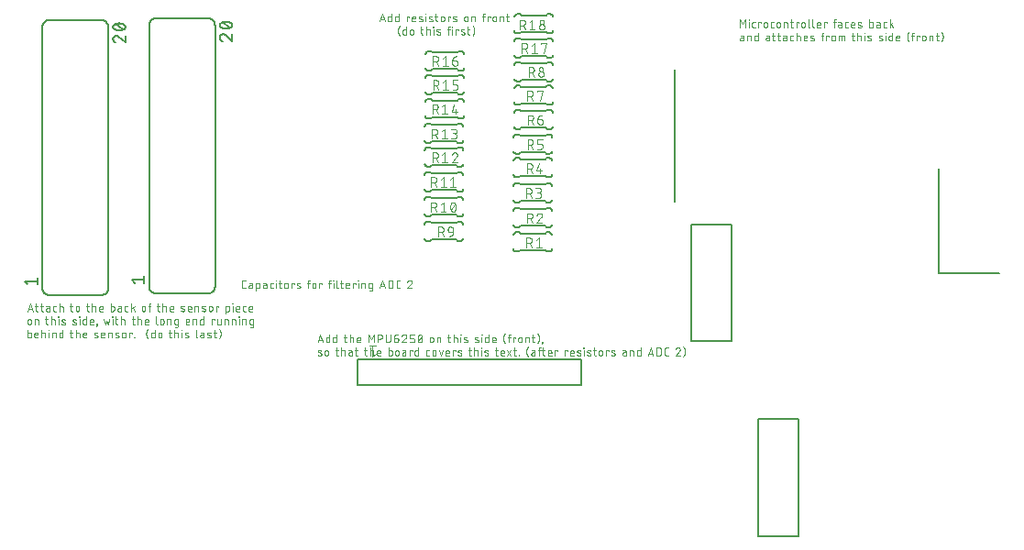
<source format=gbr>
G04 EAGLE Gerber RS-274X export*
G75*
%MOMM*%
%FSLAX34Y34*%
%LPD*%
%INSilkscreen Top*%
%IPPOS*%
%AMOC8*
5,1,8,0,0,1.08239X$1,22.5*%
G01*
%ADD10C,0.152400*%
%ADD11C,0.076200*%
%ADD12C,0.127000*%
%ADD13C,0.101600*%
%ADD14C,0.203200*%


D10*
X-319024Y682244D02*
X-319024Y560324D01*
X-75184Y494284D02*
X-19304Y494284D01*
X-75184Y494284D02*
X-75184Y590804D01*
D11*
X-258699Y721233D02*
X-258699Y728599D01*
X-256244Y724507D01*
X-253788Y728599D01*
X-253788Y721233D01*
X-250392Y721233D02*
X-250392Y726144D01*
X-250596Y728190D02*
X-250596Y728599D01*
X-250187Y728599D01*
X-250187Y728190D01*
X-250596Y728190D01*
X-246159Y721233D02*
X-244522Y721233D01*
X-246159Y721233D02*
X-246228Y721235D01*
X-246296Y721241D01*
X-246365Y721250D01*
X-246432Y721264D01*
X-246499Y721281D01*
X-246565Y721302D01*
X-246629Y721326D01*
X-246692Y721355D01*
X-246753Y721386D01*
X-246812Y721421D01*
X-246870Y721459D01*
X-246925Y721501D01*
X-246977Y721545D01*
X-247027Y721593D01*
X-247075Y721643D01*
X-247119Y721695D01*
X-247161Y721750D01*
X-247199Y721808D01*
X-247234Y721867D01*
X-247265Y721928D01*
X-247294Y721991D01*
X-247318Y722055D01*
X-247339Y722121D01*
X-247356Y722188D01*
X-247370Y722255D01*
X-247379Y722324D01*
X-247385Y722392D01*
X-247387Y722461D01*
X-247386Y722461D02*
X-247386Y724916D01*
X-247387Y724916D02*
X-247385Y724985D01*
X-247379Y725053D01*
X-247370Y725122D01*
X-247356Y725189D01*
X-247339Y725256D01*
X-247318Y725322D01*
X-247294Y725386D01*
X-247265Y725449D01*
X-247234Y725510D01*
X-247199Y725569D01*
X-247161Y725627D01*
X-247119Y725682D01*
X-247075Y725734D01*
X-247027Y725784D01*
X-246977Y725832D01*
X-246925Y725876D01*
X-246870Y725918D01*
X-246812Y725956D01*
X-246753Y725991D01*
X-246692Y726022D01*
X-246629Y726051D01*
X-246565Y726075D01*
X-246499Y726096D01*
X-246432Y726113D01*
X-246365Y726127D01*
X-246296Y726136D01*
X-246228Y726142D01*
X-246159Y726144D01*
X-244522Y726144D01*
X-241497Y726144D02*
X-241497Y721233D01*
X-241497Y726144D02*
X-239042Y726144D01*
X-239042Y725325D01*
X-236667Y724507D02*
X-236667Y722870D01*
X-236667Y724507D02*
X-236665Y724586D01*
X-236659Y724665D01*
X-236650Y724744D01*
X-236637Y724822D01*
X-236619Y724899D01*
X-236599Y724975D01*
X-236574Y725050D01*
X-236546Y725124D01*
X-236515Y725197D01*
X-236479Y725268D01*
X-236441Y725337D01*
X-236399Y725404D01*
X-236354Y725469D01*
X-236306Y725532D01*
X-236255Y725593D01*
X-236201Y725650D01*
X-236145Y725706D01*
X-236086Y725758D01*
X-236024Y725808D01*
X-235960Y725854D01*
X-235894Y725898D01*
X-235826Y725938D01*
X-235756Y725974D01*
X-235684Y726008D01*
X-235610Y726038D01*
X-235536Y726064D01*
X-235460Y726087D01*
X-235383Y726105D01*
X-235306Y726121D01*
X-235227Y726132D01*
X-235149Y726140D01*
X-235070Y726144D01*
X-234990Y726144D01*
X-234911Y726140D01*
X-234833Y726132D01*
X-234754Y726121D01*
X-234677Y726105D01*
X-234600Y726087D01*
X-234524Y726064D01*
X-234450Y726038D01*
X-234376Y726008D01*
X-234304Y725974D01*
X-234234Y725938D01*
X-234166Y725898D01*
X-234100Y725854D01*
X-234036Y725808D01*
X-233974Y725758D01*
X-233915Y725706D01*
X-233859Y725650D01*
X-233805Y725593D01*
X-233754Y725532D01*
X-233706Y725469D01*
X-233661Y725404D01*
X-233619Y725337D01*
X-233581Y725268D01*
X-233545Y725197D01*
X-233514Y725124D01*
X-233486Y725050D01*
X-233461Y724975D01*
X-233441Y724899D01*
X-233423Y724822D01*
X-233410Y724744D01*
X-233401Y724665D01*
X-233395Y724586D01*
X-233393Y724507D01*
X-233393Y722870D01*
X-233395Y722791D01*
X-233401Y722712D01*
X-233410Y722633D01*
X-233423Y722555D01*
X-233441Y722478D01*
X-233461Y722402D01*
X-233486Y722327D01*
X-233514Y722253D01*
X-233545Y722180D01*
X-233581Y722109D01*
X-233619Y722040D01*
X-233661Y721973D01*
X-233706Y721908D01*
X-233754Y721845D01*
X-233805Y721784D01*
X-233859Y721727D01*
X-233915Y721671D01*
X-233974Y721619D01*
X-234036Y721569D01*
X-234100Y721523D01*
X-234166Y721479D01*
X-234234Y721439D01*
X-234304Y721403D01*
X-234376Y721369D01*
X-234450Y721339D01*
X-234524Y721313D01*
X-234600Y721290D01*
X-234677Y721272D01*
X-234754Y721256D01*
X-234833Y721245D01*
X-234911Y721237D01*
X-234990Y721233D01*
X-235070Y721233D01*
X-235149Y721237D01*
X-235227Y721245D01*
X-235306Y721256D01*
X-235383Y721272D01*
X-235460Y721290D01*
X-235536Y721313D01*
X-235610Y721339D01*
X-235684Y721369D01*
X-235756Y721403D01*
X-235826Y721439D01*
X-235894Y721479D01*
X-235960Y721523D01*
X-236024Y721569D01*
X-236086Y721619D01*
X-236145Y721671D01*
X-236201Y721727D01*
X-236255Y721784D01*
X-236306Y721845D01*
X-236354Y721908D01*
X-236399Y721973D01*
X-236441Y722040D01*
X-236479Y722109D01*
X-236515Y722180D01*
X-236546Y722253D01*
X-236574Y722327D01*
X-236599Y722402D01*
X-236619Y722478D01*
X-236637Y722555D01*
X-236650Y722633D01*
X-236659Y722712D01*
X-236665Y722791D01*
X-236667Y722870D01*
X-229090Y721233D02*
X-227453Y721233D01*
X-229090Y721233D02*
X-229159Y721235D01*
X-229227Y721241D01*
X-229296Y721250D01*
X-229363Y721264D01*
X-229430Y721281D01*
X-229496Y721302D01*
X-229560Y721326D01*
X-229623Y721355D01*
X-229684Y721386D01*
X-229743Y721421D01*
X-229801Y721459D01*
X-229856Y721501D01*
X-229908Y721545D01*
X-229958Y721593D01*
X-230006Y721643D01*
X-230050Y721695D01*
X-230092Y721750D01*
X-230130Y721808D01*
X-230165Y721867D01*
X-230196Y721928D01*
X-230225Y721991D01*
X-230249Y722055D01*
X-230270Y722121D01*
X-230287Y722188D01*
X-230301Y722255D01*
X-230310Y722324D01*
X-230316Y722392D01*
X-230318Y722461D01*
X-230318Y724916D01*
X-230316Y724985D01*
X-230310Y725053D01*
X-230301Y725122D01*
X-230287Y725189D01*
X-230270Y725256D01*
X-230249Y725322D01*
X-230225Y725386D01*
X-230196Y725449D01*
X-230165Y725510D01*
X-230130Y725569D01*
X-230092Y725627D01*
X-230050Y725682D01*
X-230006Y725734D01*
X-229958Y725784D01*
X-229908Y725832D01*
X-229856Y725876D01*
X-229801Y725918D01*
X-229743Y725956D01*
X-229684Y725991D01*
X-229623Y726022D01*
X-229560Y726051D01*
X-229496Y726075D01*
X-229430Y726096D01*
X-229363Y726113D01*
X-229296Y726127D01*
X-229227Y726136D01*
X-229159Y726142D01*
X-229090Y726144D01*
X-227453Y726144D01*
X-224719Y724507D02*
X-224719Y722870D01*
X-224719Y724507D02*
X-224717Y724586D01*
X-224711Y724665D01*
X-224702Y724744D01*
X-224689Y724822D01*
X-224671Y724899D01*
X-224651Y724975D01*
X-224626Y725050D01*
X-224598Y725124D01*
X-224567Y725197D01*
X-224531Y725268D01*
X-224493Y725337D01*
X-224451Y725404D01*
X-224406Y725469D01*
X-224358Y725532D01*
X-224307Y725593D01*
X-224253Y725650D01*
X-224197Y725706D01*
X-224138Y725758D01*
X-224076Y725808D01*
X-224012Y725854D01*
X-223946Y725898D01*
X-223878Y725938D01*
X-223808Y725974D01*
X-223736Y726008D01*
X-223662Y726038D01*
X-223588Y726064D01*
X-223512Y726087D01*
X-223435Y726105D01*
X-223358Y726121D01*
X-223279Y726132D01*
X-223201Y726140D01*
X-223122Y726144D01*
X-223042Y726144D01*
X-222963Y726140D01*
X-222885Y726132D01*
X-222806Y726121D01*
X-222729Y726105D01*
X-222652Y726087D01*
X-222576Y726064D01*
X-222502Y726038D01*
X-222428Y726008D01*
X-222356Y725974D01*
X-222286Y725938D01*
X-222218Y725898D01*
X-222152Y725854D01*
X-222088Y725808D01*
X-222026Y725758D01*
X-221967Y725706D01*
X-221911Y725650D01*
X-221857Y725593D01*
X-221806Y725532D01*
X-221758Y725469D01*
X-221713Y725404D01*
X-221671Y725337D01*
X-221633Y725268D01*
X-221597Y725197D01*
X-221566Y725124D01*
X-221538Y725050D01*
X-221513Y724975D01*
X-221493Y724899D01*
X-221475Y724822D01*
X-221462Y724744D01*
X-221453Y724665D01*
X-221447Y724586D01*
X-221445Y724507D01*
X-221445Y722870D01*
X-221447Y722791D01*
X-221453Y722712D01*
X-221462Y722633D01*
X-221475Y722555D01*
X-221493Y722478D01*
X-221513Y722402D01*
X-221538Y722327D01*
X-221566Y722253D01*
X-221597Y722180D01*
X-221633Y722109D01*
X-221671Y722040D01*
X-221713Y721973D01*
X-221758Y721908D01*
X-221806Y721845D01*
X-221857Y721784D01*
X-221911Y721727D01*
X-221967Y721671D01*
X-222026Y721619D01*
X-222088Y721569D01*
X-222152Y721523D01*
X-222218Y721479D01*
X-222286Y721439D01*
X-222356Y721403D01*
X-222428Y721369D01*
X-222502Y721339D01*
X-222576Y721313D01*
X-222652Y721290D01*
X-222729Y721272D01*
X-222806Y721256D01*
X-222885Y721245D01*
X-222963Y721237D01*
X-223042Y721233D01*
X-223122Y721233D01*
X-223201Y721237D01*
X-223279Y721245D01*
X-223358Y721256D01*
X-223435Y721272D01*
X-223512Y721290D01*
X-223588Y721313D01*
X-223662Y721339D01*
X-223736Y721369D01*
X-223808Y721403D01*
X-223878Y721439D01*
X-223946Y721479D01*
X-224012Y721523D01*
X-224076Y721569D01*
X-224138Y721619D01*
X-224197Y721671D01*
X-224253Y721727D01*
X-224307Y721784D01*
X-224358Y721845D01*
X-224406Y721908D01*
X-224451Y721973D01*
X-224493Y722040D01*
X-224531Y722109D01*
X-224567Y722180D01*
X-224598Y722253D01*
X-224626Y722327D01*
X-224651Y722402D01*
X-224671Y722478D01*
X-224689Y722555D01*
X-224702Y722633D01*
X-224711Y722712D01*
X-224717Y722791D01*
X-224719Y722870D01*
X-218135Y721233D02*
X-218135Y726144D01*
X-216089Y726144D01*
X-216020Y726142D01*
X-215952Y726136D01*
X-215883Y726127D01*
X-215816Y726113D01*
X-215749Y726096D01*
X-215683Y726075D01*
X-215619Y726051D01*
X-215556Y726022D01*
X-215495Y725991D01*
X-215436Y725956D01*
X-215378Y725918D01*
X-215323Y725876D01*
X-215271Y725832D01*
X-215221Y725784D01*
X-215173Y725734D01*
X-215129Y725682D01*
X-215088Y725627D01*
X-215049Y725569D01*
X-215014Y725510D01*
X-214983Y725449D01*
X-214954Y725386D01*
X-214930Y725322D01*
X-214909Y725256D01*
X-214892Y725189D01*
X-214878Y725122D01*
X-214869Y725054D01*
X-214863Y724985D01*
X-214861Y724916D01*
X-214861Y721233D01*
X-212182Y726144D02*
X-209726Y726144D01*
X-211363Y728599D02*
X-211363Y722461D01*
X-211361Y722392D01*
X-211355Y722324D01*
X-211346Y722255D01*
X-211332Y722188D01*
X-211315Y722121D01*
X-211294Y722055D01*
X-211270Y721991D01*
X-211241Y721928D01*
X-211210Y721867D01*
X-211175Y721808D01*
X-211137Y721750D01*
X-211095Y721695D01*
X-211051Y721643D01*
X-211003Y721593D01*
X-210953Y721545D01*
X-210901Y721501D01*
X-210846Y721460D01*
X-210788Y721421D01*
X-210729Y721386D01*
X-210668Y721355D01*
X-210605Y721326D01*
X-210541Y721302D01*
X-210475Y721281D01*
X-210408Y721264D01*
X-210341Y721250D01*
X-210273Y721241D01*
X-210204Y721235D01*
X-210135Y721233D01*
X-209726Y721233D01*
X-206628Y721233D02*
X-206628Y726144D01*
X-204173Y726144D01*
X-204173Y725325D01*
X-201798Y724507D02*
X-201798Y722870D01*
X-201798Y724507D02*
X-201796Y724586D01*
X-201790Y724665D01*
X-201781Y724744D01*
X-201768Y724822D01*
X-201750Y724899D01*
X-201730Y724975D01*
X-201705Y725050D01*
X-201677Y725124D01*
X-201646Y725197D01*
X-201610Y725268D01*
X-201572Y725337D01*
X-201530Y725404D01*
X-201485Y725469D01*
X-201437Y725532D01*
X-201386Y725593D01*
X-201332Y725650D01*
X-201276Y725706D01*
X-201217Y725758D01*
X-201155Y725808D01*
X-201091Y725854D01*
X-201025Y725898D01*
X-200957Y725938D01*
X-200887Y725974D01*
X-200815Y726008D01*
X-200741Y726038D01*
X-200667Y726064D01*
X-200591Y726087D01*
X-200514Y726105D01*
X-200437Y726121D01*
X-200358Y726132D01*
X-200280Y726140D01*
X-200201Y726144D01*
X-200121Y726144D01*
X-200042Y726140D01*
X-199964Y726132D01*
X-199885Y726121D01*
X-199808Y726105D01*
X-199731Y726087D01*
X-199655Y726064D01*
X-199581Y726038D01*
X-199507Y726008D01*
X-199435Y725974D01*
X-199365Y725938D01*
X-199297Y725898D01*
X-199231Y725854D01*
X-199167Y725808D01*
X-199105Y725758D01*
X-199046Y725706D01*
X-198990Y725650D01*
X-198936Y725593D01*
X-198885Y725532D01*
X-198837Y725469D01*
X-198792Y725404D01*
X-198750Y725337D01*
X-198712Y725268D01*
X-198676Y725197D01*
X-198645Y725124D01*
X-198617Y725050D01*
X-198592Y724975D01*
X-198572Y724899D01*
X-198554Y724822D01*
X-198541Y724744D01*
X-198532Y724665D01*
X-198526Y724586D01*
X-198524Y724507D01*
X-198524Y722870D01*
X-198526Y722791D01*
X-198532Y722712D01*
X-198541Y722633D01*
X-198554Y722555D01*
X-198572Y722478D01*
X-198592Y722402D01*
X-198617Y722327D01*
X-198645Y722253D01*
X-198676Y722180D01*
X-198712Y722109D01*
X-198750Y722040D01*
X-198792Y721973D01*
X-198837Y721908D01*
X-198885Y721845D01*
X-198936Y721784D01*
X-198990Y721727D01*
X-199046Y721671D01*
X-199105Y721619D01*
X-199167Y721569D01*
X-199231Y721523D01*
X-199297Y721479D01*
X-199365Y721439D01*
X-199435Y721403D01*
X-199507Y721369D01*
X-199581Y721339D01*
X-199655Y721313D01*
X-199731Y721290D01*
X-199808Y721272D01*
X-199885Y721256D01*
X-199964Y721245D01*
X-200042Y721237D01*
X-200121Y721233D01*
X-200201Y721233D01*
X-200280Y721237D01*
X-200358Y721245D01*
X-200437Y721256D01*
X-200514Y721272D01*
X-200591Y721290D01*
X-200667Y721313D01*
X-200741Y721339D01*
X-200815Y721369D01*
X-200887Y721403D01*
X-200957Y721439D01*
X-201025Y721479D01*
X-201091Y721523D01*
X-201155Y721569D01*
X-201217Y721619D01*
X-201276Y721671D01*
X-201332Y721727D01*
X-201386Y721784D01*
X-201437Y721845D01*
X-201485Y721908D01*
X-201530Y721973D01*
X-201572Y722040D01*
X-201610Y722109D01*
X-201646Y722180D01*
X-201677Y722253D01*
X-201705Y722327D01*
X-201730Y722402D01*
X-201750Y722478D01*
X-201768Y722555D01*
X-201781Y722633D01*
X-201790Y722712D01*
X-201796Y722791D01*
X-201798Y722870D01*
X-195375Y722461D02*
X-195375Y728599D01*
X-195375Y722461D02*
X-195373Y722392D01*
X-195367Y722324D01*
X-195358Y722255D01*
X-195344Y722188D01*
X-195327Y722121D01*
X-195306Y722055D01*
X-195282Y721991D01*
X-195253Y721928D01*
X-195222Y721867D01*
X-195187Y721808D01*
X-195149Y721750D01*
X-195107Y721695D01*
X-195063Y721643D01*
X-195015Y721593D01*
X-194965Y721545D01*
X-194913Y721501D01*
X-194858Y721460D01*
X-194800Y721421D01*
X-194741Y721386D01*
X-194680Y721355D01*
X-194617Y721326D01*
X-194553Y721302D01*
X-194487Y721281D01*
X-194420Y721264D01*
X-194353Y721250D01*
X-194285Y721241D01*
X-194216Y721235D01*
X-194147Y721233D01*
X-191474Y722461D02*
X-191474Y728599D01*
X-191474Y722461D02*
X-191472Y722392D01*
X-191466Y722324D01*
X-191457Y722255D01*
X-191443Y722188D01*
X-191426Y722121D01*
X-191405Y722055D01*
X-191381Y721991D01*
X-191352Y721928D01*
X-191321Y721867D01*
X-191286Y721808D01*
X-191248Y721750D01*
X-191206Y721695D01*
X-191162Y721643D01*
X-191114Y721593D01*
X-191064Y721545D01*
X-191012Y721501D01*
X-190957Y721460D01*
X-190899Y721421D01*
X-190840Y721386D01*
X-190779Y721355D01*
X-190716Y721326D01*
X-190652Y721302D01*
X-190586Y721281D01*
X-190519Y721264D01*
X-190452Y721250D01*
X-190384Y721241D01*
X-190315Y721235D01*
X-190246Y721233D01*
X-186427Y721233D02*
X-184381Y721233D01*
X-186427Y721233D02*
X-186496Y721235D01*
X-186564Y721241D01*
X-186633Y721250D01*
X-186700Y721264D01*
X-186767Y721281D01*
X-186833Y721302D01*
X-186897Y721326D01*
X-186960Y721355D01*
X-187021Y721386D01*
X-187080Y721421D01*
X-187138Y721459D01*
X-187193Y721501D01*
X-187245Y721545D01*
X-187295Y721593D01*
X-187343Y721643D01*
X-187387Y721695D01*
X-187429Y721750D01*
X-187467Y721808D01*
X-187502Y721867D01*
X-187533Y721928D01*
X-187562Y721991D01*
X-187586Y722055D01*
X-187607Y722121D01*
X-187624Y722188D01*
X-187638Y722255D01*
X-187647Y722324D01*
X-187653Y722392D01*
X-187655Y722461D01*
X-187655Y724507D01*
X-187653Y724586D01*
X-187647Y724665D01*
X-187638Y724744D01*
X-187625Y724822D01*
X-187607Y724899D01*
X-187587Y724975D01*
X-187562Y725050D01*
X-187534Y725124D01*
X-187503Y725197D01*
X-187467Y725268D01*
X-187429Y725337D01*
X-187387Y725404D01*
X-187342Y725469D01*
X-187294Y725532D01*
X-187243Y725593D01*
X-187189Y725650D01*
X-187133Y725706D01*
X-187074Y725758D01*
X-187012Y725808D01*
X-186948Y725854D01*
X-186882Y725898D01*
X-186814Y725938D01*
X-186744Y725974D01*
X-186672Y726008D01*
X-186598Y726038D01*
X-186524Y726064D01*
X-186448Y726087D01*
X-186371Y726105D01*
X-186294Y726121D01*
X-186215Y726132D01*
X-186137Y726140D01*
X-186058Y726144D01*
X-185978Y726144D01*
X-185899Y726140D01*
X-185821Y726132D01*
X-185742Y726121D01*
X-185665Y726105D01*
X-185588Y726087D01*
X-185512Y726064D01*
X-185438Y726038D01*
X-185364Y726008D01*
X-185292Y725974D01*
X-185222Y725938D01*
X-185154Y725898D01*
X-185088Y725854D01*
X-185024Y725808D01*
X-184962Y725758D01*
X-184903Y725706D01*
X-184847Y725650D01*
X-184793Y725593D01*
X-184742Y725532D01*
X-184694Y725469D01*
X-184649Y725404D01*
X-184607Y725337D01*
X-184569Y725268D01*
X-184533Y725197D01*
X-184502Y725124D01*
X-184474Y725050D01*
X-184449Y724975D01*
X-184429Y724899D01*
X-184411Y724822D01*
X-184398Y724744D01*
X-184389Y724665D01*
X-184383Y724586D01*
X-184381Y724507D01*
X-184381Y723688D01*
X-187655Y723688D01*
X-181025Y721233D02*
X-181025Y726144D01*
X-178570Y726144D01*
X-178570Y725325D01*
X-171900Y727371D02*
X-171900Y721233D01*
X-171900Y727371D02*
X-171898Y727440D01*
X-171892Y727508D01*
X-171883Y727577D01*
X-171869Y727644D01*
X-171852Y727711D01*
X-171831Y727777D01*
X-171807Y727841D01*
X-171778Y727904D01*
X-171747Y727965D01*
X-171712Y728024D01*
X-171674Y728082D01*
X-171632Y728137D01*
X-171588Y728189D01*
X-171540Y728239D01*
X-171490Y728287D01*
X-171438Y728331D01*
X-171383Y728372D01*
X-171325Y728411D01*
X-171266Y728446D01*
X-171205Y728477D01*
X-171142Y728506D01*
X-171078Y728530D01*
X-171012Y728551D01*
X-170945Y728568D01*
X-170878Y728582D01*
X-170810Y728591D01*
X-170741Y728597D01*
X-170672Y728599D01*
X-170263Y728599D01*
X-170263Y726144D02*
X-172718Y726144D01*
X-166757Y724098D02*
X-164915Y724098D01*
X-166757Y724097D02*
X-166832Y724095D01*
X-166907Y724089D01*
X-166981Y724079D01*
X-167055Y724066D01*
X-167128Y724048D01*
X-167200Y724027D01*
X-167270Y724002D01*
X-167339Y723973D01*
X-167407Y723941D01*
X-167473Y723905D01*
X-167537Y723866D01*
X-167599Y723824D01*
X-167658Y723778D01*
X-167715Y723729D01*
X-167770Y723678D01*
X-167821Y723623D01*
X-167870Y723566D01*
X-167916Y723507D01*
X-167958Y723445D01*
X-167997Y723381D01*
X-168033Y723315D01*
X-168065Y723247D01*
X-168094Y723178D01*
X-168119Y723108D01*
X-168140Y723036D01*
X-168158Y722963D01*
X-168171Y722889D01*
X-168181Y722815D01*
X-168187Y722740D01*
X-168189Y722665D01*
X-168187Y722590D01*
X-168181Y722515D01*
X-168171Y722441D01*
X-168158Y722367D01*
X-168140Y722294D01*
X-168119Y722222D01*
X-168094Y722152D01*
X-168065Y722083D01*
X-168033Y722015D01*
X-167997Y721949D01*
X-167958Y721885D01*
X-167916Y721823D01*
X-167870Y721764D01*
X-167821Y721707D01*
X-167770Y721652D01*
X-167715Y721601D01*
X-167658Y721552D01*
X-167599Y721506D01*
X-167537Y721464D01*
X-167473Y721425D01*
X-167407Y721389D01*
X-167339Y721357D01*
X-167270Y721328D01*
X-167200Y721303D01*
X-167128Y721282D01*
X-167055Y721264D01*
X-166981Y721251D01*
X-166907Y721241D01*
X-166832Y721235D01*
X-166757Y721233D01*
X-164915Y721233D01*
X-164915Y724916D01*
X-164917Y724985D01*
X-164923Y725053D01*
X-164932Y725122D01*
X-164946Y725189D01*
X-164963Y725256D01*
X-164984Y725322D01*
X-165008Y725386D01*
X-165037Y725449D01*
X-165068Y725510D01*
X-165103Y725569D01*
X-165141Y725627D01*
X-165183Y725682D01*
X-165227Y725734D01*
X-165275Y725784D01*
X-165325Y725832D01*
X-165377Y725876D01*
X-165432Y725918D01*
X-165490Y725956D01*
X-165549Y725991D01*
X-165610Y726022D01*
X-165673Y726051D01*
X-165737Y726075D01*
X-165803Y726096D01*
X-165870Y726113D01*
X-165937Y726127D01*
X-166006Y726136D01*
X-166074Y726142D01*
X-166143Y726144D01*
X-167780Y726144D01*
X-160328Y721233D02*
X-158691Y721233D01*
X-160328Y721233D02*
X-160397Y721235D01*
X-160465Y721241D01*
X-160534Y721250D01*
X-160601Y721264D01*
X-160668Y721281D01*
X-160734Y721302D01*
X-160798Y721326D01*
X-160861Y721355D01*
X-160922Y721386D01*
X-160981Y721421D01*
X-161039Y721459D01*
X-161094Y721501D01*
X-161146Y721545D01*
X-161196Y721593D01*
X-161244Y721643D01*
X-161288Y721695D01*
X-161330Y721750D01*
X-161368Y721808D01*
X-161403Y721867D01*
X-161434Y721928D01*
X-161463Y721991D01*
X-161487Y722055D01*
X-161508Y722121D01*
X-161525Y722188D01*
X-161539Y722255D01*
X-161548Y722324D01*
X-161554Y722392D01*
X-161556Y722461D01*
X-161555Y722461D02*
X-161555Y724916D01*
X-161556Y724916D02*
X-161554Y724985D01*
X-161548Y725053D01*
X-161539Y725122D01*
X-161525Y725189D01*
X-161508Y725256D01*
X-161487Y725322D01*
X-161463Y725386D01*
X-161434Y725449D01*
X-161403Y725510D01*
X-161368Y725569D01*
X-161330Y725627D01*
X-161288Y725682D01*
X-161244Y725734D01*
X-161196Y725784D01*
X-161146Y725832D01*
X-161094Y725876D01*
X-161039Y725918D01*
X-160981Y725956D01*
X-160922Y725991D01*
X-160861Y726022D01*
X-160798Y726051D01*
X-160734Y726075D01*
X-160668Y726096D01*
X-160601Y726113D01*
X-160534Y726127D01*
X-160465Y726136D01*
X-160397Y726142D01*
X-160328Y726144D01*
X-158691Y726144D01*
X-154728Y721233D02*
X-152682Y721233D01*
X-154728Y721233D02*
X-154797Y721235D01*
X-154865Y721241D01*
X-154934Y721250D01*
X-155001Y721264D01*
X-155068Y721281D01*
X-155134Y721302D01*
X-155198Y721326D01*
X-155261Y721355D01*
X-155322Y721386D01*
X-155381Y721421D01*
X-155439Y721459D01*
X-155494Y721501D01*
X-155546Y721545D01*
X-155596Y721593D01*
X-155644Y721643D01*
X-155688Y721695D01*
X-155730Y721750D01*
X-155768Y721808D01*
X-155803Y721867D01*
X-155834Y721928D01*
X-155863Y721991D01*
X-155887Y722055D01*
X-155908Y722121D01*
X-155925Y722188D01*
X-155939Y722255D01*
X-155948Y722324D01*
X-155954Y722392D01*
X-155956Y722461D01*
X-155956Y724507D01*
X-155954Y724586D01*
X-155948Y724665D01*
X-155939Y724744D01*
X-155926Y724822D01*
X-155908Y724899D01*
X-155888Y724975D01*
X-155863Y725050D01*
X-155835Y725124D01*
X-155804Y725197D01*
X-155768Y725268D01*
X-155730Y725337D01*
X-155688Y725404D01*
X-155643Y725469D01*
X-155595Y725532D01*
X-155544Y725593D01*
X-155490Y725650D01*
X-155434Y725706D01*
X-155375Y725758D01*
X-155313Y725808D01*
X-155249Y725854D01*
X-155183Y725898D01*
X-155115Y725938D01*
X-155045Y725974D01*
X-154973Y726008D01*
X-154899Y726038D01*
X-154825Y726064D01*
X-154749Y726087D01*
X-154672Y726105D01*
X-154595Y726121D01*
X-154516Y726132D01*
X-154438Y726140D01*
X-154359Y726144D01*
X-154279Y726144D01*
X-154200Y726140D01*
X-154122Y726132D01*
X-154043Y726121D01*
X-153966Y726105D01*
X-153889Y726087D01*
X-153813Y726064D01*
X-153739Y726038D01*
X-153665Y726008D01*
X-153593Y725974D01*
X-153523Y725938D01*
X-153455Y725898D01*
X-153389Y725854D01*
X-153325Y725808D01*
X-153263Y725758D01*
X-153204Y725706D01*
X-153148Y725650D01*
X-153094Y725593D01*
X-153043Y725532D01*
X-152995Y725469D01*
X-152950Y725404D01*
X-152908Y725337D01*
X-152870Y725268D01*
X-152834Y725197D01*
X-152803Y725124D01*
X-152775Y725050D01*
X-152750Y724975D01*
X-152730Y724899D01*
X-152712Y724822D01*
X-152699Y724744D01*
X-152690Y724665D01*
X-152684Y724586D01*
X-152682Y724507D01*
X-152682Y723688D01*
X-155956Y723688D01*
X-149002Y724098D02*
X-146956Y723279D01*
X-149002Y724098D02*
X-149061Y724123D01*
X-149118Y724152D01*
X-149173Y724185D01*
X-149226Y724221D01*
X-149277Y724259D01*
X-149325Y724301D01*
X-149371Y724346D01*
X-149414Y724393D01*
X-149454Y724443D01*
X-149491Y724495D01*
X-149525Y724550D01*
X-149556Y724606D01*
X-149583Y724664D01*
X-149606Y724724D01*
X-149626Y724784D01*
X-149642Y724846D01*
X-149655Y724909D01*
X-149663Y724973D01*
X-149668Y725036D01*
X-149669Y725100D01*
X-149666Y725164D01*
X-149659Y725228D01*
X-149648Y725291D01*
X-149634Y725353D01*
X-149616Y725415D01*
X-149594Y725475D01*
X-149569Y725534D01*
X-149540Y725591D01*
X-149507Y725646D01*
X-149472Y725699D01*
X-149433Y725750D01*
X-149391Y725799D01*
X-149347Y725845D01*
X-149299Y725888D01*
X-149250Y725928D01*
X-149197Y725965D01*
X-149143Y725999D01*
X-149087Y726030D01*
X-149029Y726057D01*
X-148970Y726081D01*
X-148909Y726100D01*
X-148847Y726117D01*
X-148784Y726129D01*
X-148721Y726138D01*
X-148657Y726143D01*
X-148593Y726144D01*
X-148594Y726144D02*
X-148458Y726140D01*
X-148323Y726132D01*
X-148187Y726120D01*
X-148053Y726104D01*
X-147918Y726084D01*
X-147785Y726061D01*
X-147652Y726033D01*
X-147520Y726002D01*
X-147389Y725967D01*
X-147259Y725928D01*
X-147130Y725885D01*
X-147003Y725838D01*
X-146877Y725788D01*
X-146752Y725734D01*
X-146956Y723279D02*
X-146897Y723254D01*
X-146840Y723225D01*
X-146785Y723192D01*
X-146732Y723156D01*
X-146681Y723118D01*
X-146633Y723076D01*
X-146587Y723031D01*
X-146544Y722984D01*
X-146504Y722934D01*
X-146467Y722882D01*
X-146433Y722827D01*
X-146402Y722771D01*
X-146375Y722713D01*
X-146352Y722653D01*
X-146332Y722593D01*
X-146316Y722531D01*
X-146303Y722468D01*
X-146295Y722404D01*
X-146290Y722341D01*
X-146289Y722277D01*
X-146292Y722213D01*
X-146299Y722149D01*
X-146310Y722086D01*
X-146324Y722024D01*
X-146342Y721962D01*
X-146364Y721902D01*
X-146389Y721843D01*
X-146418Y721786D01*
X-146451Y721731D01*
X-146486Y721678D01*
X-146525Y721627D01*
X-146567Y721578D01*
X-146611Y721532D01*
X-146659Y721489D01*
X-146708Y721449D01*
X-146761Y721412D01*
X-146815Y721378D01*
X-146871Y721347D01*
X-146929Y721320D01*
X-146988Y721296D01*
X-147049Y721277D01*
X-147111Y721260D01*
X-147174Y721248D01*
X-147237Y721239D01*
X-147301Y721234D01*
X-147365Y721233D01*
X-147529Y721237D01*
X-147693Y721245D01*
X-147857Y721257D01*
X-148020Y721273D01*
X-148183Y721293D01*
X-148346Y721316D01*
X-148507Y721344D01*
X-148669Y721375D01*
X-148829Y721410D01*
X-148988Y721449D01*
X-149147Y721492D01*
X-149304Y721538D01*
X-149461Y721588D01*
X-149616Y721642D01*
X-139090Y721233D02*
X-139090Y728599D01*
X-139090Y721233D02*
X-137044Y721233D01*
X-136975Y721235D01*
X-136907Y721241D01*
X-136838Y721250D01*
X-136771Y721264D01*
X-136704Y721281D01*
X-136638Y721302D01*
X-136574Y721326D01*
X-136511Y721355D01*
X-136450Y721386D01*
X-136391Y721421D01*
X-136333Y721459D01*
X-136278Y721501D01*
X-136226Y721545D01*
X-136176Y721593D01*
X-136128Y721643D01*
X-136084Y721695D01*
X-136042Y721750D01*
X-136004Y721808D01*
X-135969Y721867D01*
X-135938Y721928D01*
X-135909Y721991D01*
X-135885Y722055D01*
X-135864Y722121D01*
X-135847Y722188D01*
X-135833Y722255D01*
X-135824Y722324D01*
X-135818Y722392D01*
X-135816Y722461D01*
X-135817Y722461D02*
X-135817Y724916D01*
X-135816Y724916D02*
X-135818Y724985D01*
X-135824Y725053D01*
X-135833Y725122D01*
X-135847Y725189D01*
X-135864Y725256D01*
X-135885Y725322D01*
X-135909Y725386D01*
X-135938Y725449D01*
X-135969Y725510D01*
X-136004Y725569D01*
X-136042Y725627D01*
X-136084Y725682D01*
X-136128Y725734D01*
X-136176Y725784D01*
X-136226Y725832D01*
X-136278Y725876D01*
X-136333Y725918D01*
X-136391Y725956D01*
X-136450Y725991D01*
X-136511Y726022D01*
X-136574Y726051D01*
X-136638Y726075D01*
X-136704Y726096D01*
X-136771Y726113D01*
X-136838Y726127D01*
X-136907Y726136D01*
X-136975Y726142D01*
X-137044Y726144D01*
X-139090Y726144D01*
X-131400Y724098D02*
X-129559Y724098D01*
X-131400Y724097D02*
X-131475Y724095D01*
X-131550Y724089D01*
X-131624Y724079D01*
X-131698Y724066D01*
X-131771Y724048D01*
X-131843Y724027D01*
X-131913Y724002D01*
X-131982Y723973D01*
X-132050Y723941D01*
X-132116Y723905D01*
X-132180Y723866D01*
X-132242Y723824D01*
X-132301Y723778D01*
X-132358Y723729D01*
X-132413Y723678D01*
X-132464Y723623D01*
X-132513Y723566D01*
X-132559Y723507D01*
X-132601Y723445D01*
X-132640Y723381D01*
X-132676Y723315D01*
X-132708Y723247D01*
X-132737Y723178D01*
X-132762Y723108D01*
X-132783Y723036D01*
X-132801Y722963D01*
X-132814Y722889D01*
X-132824Y722815D01*
X-132830Y722740D01*
X-132832Y722665D01*
X-132830Y722590D01*
X-132824Y722515D01*
X-132814Y722441D01*
X-132801Y722367D01*
X-132783Y722294D01*
X-132762Y722222D01*
X-132737Y722152D01*
X-132708Y722083D01*
X-132676Y722015D01*
X-132640Y721949D01*
X-132601Y721885D01*
X-132559Y721823D01*
X-132513Y721764D01*
X-132464Y721707D01*
X-132413Y721652D01*
X-132358Y721601D01*
X-132301Y721552D01*
X-132242Y721506D01*
X-132180Y721464D01*
X-132116Y721425D01*
X-132050Y721389D01*
X-131982Y721357D01*
X-131913Y721328D01*
X-131843Y721303D01*
X-131771Y721282D01*
X-131698Y721264D01*
X-131624Y721251D01*
X-131550Y721241D01*
X-131475Y721235D01*
X-131400Y721233D01*
X-129559Y721233D01*
X-129559Y724916D01*
X-129558Y724916D02*
X-129560Y724985D01*
X-129566Y725053D01*
X-129575Y725122D01*
X-129589Y725189D01*
X-129606Y725256D01*
X-129627Y725322D01*
X-129651Y725386D01*
X-129680Y725449D01*
X-129711Y725510D01*
X-129746Y725569D01*
X-129784Y725627D01*
X-129826Y725682D01*
X-129870Y725734D01*
X-129918Y725784D01*
X-129968Y725832D01*
X-130020Y725876D01*
X-130075Y725918D01*
X-130133Y725956D01*
X-130192Y725991D01*
X-130253Y726022D01*
X-130316Y726051D01*
X-130380Y726075D01*
X-130446Y726096D01*
X-130513Y726113D01*
X-130580Y726127D01*
X-130649Y726136D01*
X-130717Y726142D01*
X-130786Y726144D01*
X-132423Y726144D01*
X-124971Y721233D02*
X-123334Y721233D01*
X-124971Y721233D02*
X-125040Y721235D01*
X-125108Y721241D01*
X-125177Y721250D01*
X-125244Y721264D01*
X-125311Y721281D01*
X-125377Y721302D01*
X-125441Y721326D01*
X-125504Y721355D01*
X-125565Y721386D01*
X-125624Y721421D01*
X-125682Y721459D01*
X-125737Y721501D01*
X-125789Y721545D01*
X-125839Y721593D01*
X-125887Y721643D01*
X-125931Y721695D01*
X-125973Y721750D01*
X-126011Y721808D01*
X-126046Y721867D01*
X-126077Y721928D01*
X-126106Y721991D01*
X-126130Y722055D01*
X-126151Y722121D01*
X-126168Y722188D01*
X-126182Y722255D01*
X-126191Y722324D01*
X-126197Y722392D01*
X-126199Y722461D01*
X-126199Y724916D01*
X-126197Y724985D01*
X-126191Y725053D01*
X-126182Y725122D01*
X-126168Y725189D01*
X-126151Y725256D01*
X-126130Y725322D01*
X-126106Y725386D01*
X-126077Y725449D01*
X-126046Y725510D01*
X-126011Y725569D01*
X-125973Y725627D01*
X-125931Y725682D01*
X-125887Y725734D01*
X-125839Y725784D01*
X-125789Y725832D01*
X-125737Y725876D01*
X-125682Y725918D01*
X-125624Y725956D01*
X-125565Y725991D01*
X-125504Y726022D01*
X-125441Y726051D01*
X-125377Y726075D01*
X-125311Y726096D01*
X-125244Y726113D01*
X-125177Y726127D01*
X-125108Y726136D01*
X-125040Y726142D01*
X-124971Y726144D01*
X-123334Y726144D01*
X-120261Y728599D02*
X-120261Y721233D01*
X-120261Y723688D02*
X-116988Y726144D01*
X-118829Y724711D02*
X-116988Y721233D01*
X-255425Y711906D02*
X-257267Y711906D01*
X-257267Y711905D02*
X-257342Y711903D01*
X-257417Y711897D01*
X-257491Y711887D01*
X-257565Y711874D01*
X-257638Y711856D01*
X-257710Y711835D01*
X-257780Y711810D01*
X-257849Y711781D01*
X-257917Y711749D01*
X-257983Y711713D01*
X-258047Y711674D01*
X-258109Y711632D01*
X-258168Y711586D01*
X-258225Y711537D01*
X-258280Y711486D01*
X-258331Y711431D01*
X-258380Y711374D01*
X-258426Y711315D01*
X-258468Y711253D01*
X-258507Y711189D01*
X-258543Y711123D01*
X-258575Y711055D01*
X-258604Y710986D01*
X-258629Y710916D01*
X-258650Y710844D01*
X-258668Y710771D01*
X-258681Y710697D01*
X-258691Y710623D01*
X-258697Y710548D01*
X-258699Y710473D01*
X-258697Y710398D01*
X-258691Y710323D01*
X-258681Y710249D01*
X-258668Y710175D01*
X-258650Y710102D01*
X-258629Y710030D01*
X-258604Y709960D01*
X-258575Y709891D01*
X-258543Y709823D01*
X-258507Y709757D01*
X-258468Y709693D01*
X-258426Y709631D01*
X-258380Y709572D01*
X-258331Y709515D01*
X-258280Y709460D01*
X-258225Y709409D01*
X-258168Y709360D01*
X-258109Y709314D01*
X-258047Y709272D01*
X-257983Y709233D01*
X-257917Y709197D01*
X-257849Y709165D01*
X-257780Y709136D01*
X-257710Y709111D01*
X-257638Y709090D01*
X-257565Y709072D01*
X-257491Y709059D01*
X-257417Y709049D01*
X-257342Y709043D01*
X-257267Y709041D01*
X-255425Y709041D01*
X-255425Y712724D01*
X-255427Y712793D01*
X-255433Y712861D01*
X-255442Y712930D01*
X-255456Y712997D01*
X-255473Y713064D01*
X-255494Y713130D01*
X-255518Y713194D01*
X-255547Y713257D01*
X-255578Y713318D01*
X-255613Y713377D01*
X-255651Y713435D01*
X-255693Y713490D01*
X-255737Y713542D01*
X-255785Y713592D01*
X-255835Y713640D01*
X-255887Y713684D01*
X-255942Y713726D01*
X-256000Y713764D01*
X-256059Y713799D01*
X-256120Y713830D01*
X-256183Y713859D01*
X-256247Y713883D01*
X-256313Y713904D01*
X-256380Y713921D01*
X-256447Y713935D01*
X-256516Y713944D01*
X-256584Y713950D01*
X-256653Y713952D01*
X-258290Y713952D01*
X-251831Y713952D02*
X-251831Y709041D01*
X-251831Y713952D02*
X-249784Y713952D01*
X-249715Y713950D01*
X-249647Y713944D01*
X-249578Y713935D01*
X-249511Y713921D01*
X-249444Y713904D01*
X-249378Y713883D01*
X-249314Y713859D01*
X-249251Y713830D01*
X-249190Y713799D01*
X-249131Y713764D01*
X-249073Y713726D01*
X-249018Y713684D01*
X-248966Y713640D01*
X-248916Y713592D01*
X-248868Y713542D01*
X-248824Y713490D01*
X-248783Y713435D01*
X-248744Y713377D01*
X-248709Y713318D01*
X-248678Y713257D01*
X-248649Y713194D01*
X-248625Y713130D01*
X-248604Y713064D01*
X-248587Y712997D01*
X-248573Y712930D01*
X-248564Y712862D01*
X-248558Y712793D01*
X-248556Y712724D01*
X-248557Y712724D02*
X-248557Y709041D01*
X-242014Y709041D02*
X-242014Y716407D01*
X-242014Y709041D02*
X-244060Y709041D01*
X-244129Y709043D01*
X-244197Y709049D01*
X-244266Y709058D01*
X-244333Y709072D01*
X-244400Y709089D01*
X-244466Y709110D01*
X-244530Y709134D01*
X-244593Y709163D01*
X-244654Y709194D01*
X-244713Y709229D01*
X-244771Y709267D01*
X-244826Y709309D01*
X-244878Y709353D01*
X-244928Y709401D01*
X-244976Y709451D01*
X-245020Y709503D01*
X-245062Y709558D01*
X-245100Y709616D01*
X-245135Y709675D01*
X-245166Y709736D01*
X-245195Y709799D01*
X-245219Y709863D01*
X-245240Y709929D01*
X-245257Y709996D01*
X-245271Y710063D01*
X-245280Y710132D01*
X-245286Y710200D01*
X-245288Y710269D01*
X-245288Y712724D01*
X-245286Y712793D01*
X-245280Y712861D01*
X-245271Y712930D01*
X-245257Y712997D01*
X-245240Y713064D01*
X-245219Y713130D01*
X-245195Y713194D01*
X-245166Y713257D01*
X-245135Y713318D01*
X-245100Y713377D01*
X-245062Y713435D01*
X-245020Y713490D01*
X-244976Y713542D01*
X-244928Y713592D01*
X-244878Y713640D01*
X-244826Y713684D01*
X-244771Y713726D01*
X-244713Y713764D01*
X-244654Y713799D01*
X-244593Y713830D01*
X-244530Y713859D01*
X-244466Y713883D01*
X-244400Y713904D01*
X-244333Y713921D01*
X-244266Y713935D01*
X-244197Y713944D01*
X-244129Y713950D01*
X-244060Y713952D01*
X-242014Y713952D01*
X-233371Y711906D02*
X-231529Y711906D01*
X-233371Y711905D02*
X-233446Y711903D01*
X-233521Y711897D01*
X-233595Y711887D01*
X-233669Y711874D01*
X-233742Y711856D01*
X-233814Y711835D01*
X-233884Y711810D01*
X-233953Y711781D01*
X-234021Y711749D01*
X-234087Y711713D01*
X-234151Y711674D01*
X-234213Y711632D01*
X-234272Y711586D01*
X-234329Y711537D01*
X-234384Y711486D01*
X-234435Y711431D01*
X-234484Y711374D01*
X-234530Y711315D01*
X-234572Y711253D01*
X-234611Y711189D01*
X-234647Y711123D01*
X-234679Y711055D01*
X-234708Y710986D01*
X-234733Y710916D01*
X-234754Y710844D01*
X-234772Y710771D01*
X-234785Y710697D01*
X-234795Y710623D01*
X-234801Y710548D01*
X-234803Y710473D01*
X-234801Y710398D01*
X-234795Y710323D01*
X-234785Y710249D01*
X-234772Y710175D01*
X-234754Y710102D01*
X-234733Y710030D01*
X-234708Y709960D01*
X-234679Y709891D01*
X-234647Y709823D01*
X-234611Y709757D01*
X-234572Y709693D01*
X-234530Y709631D01*
X-234484Y709572D01*
X-234435Y709515D01*
X-234384Y709460D01*
X-234329Y709409D01*
X-234272Y709360D01*
X-234213Y709314D01*
X-234151Y709272D01*
X-234087Y709233D01*
X-234021Y709197D01*
X-233953Y709165D01*
X-233884Y709136D01*
X-233814Y709111D01*
X-233742Y709090D01*
X-233669Y709072D01*
X-233595Y709059D01*
X-233521Y709049D01*
X-233446Y709043D01*
X-233371Y709041D01*
X-231529Y709041D01*
X-231529Y712724D01*
X-231531Y712793D01*
X-231537Y712861D01*
X-231546Y712930D01*
X-231560Y712997D01*
X-231577Y713064D01*
X-231598Y713130D01*
X-231622Y713194D01*
X-231651Y713257D01*
X-231682Y713318D01*
X-231717Y713377D01*
X-231755Y713435D01*
X-231797Y713490D01*
X-231841Y713542D01*
X-231889Y713592D01*
X-231939Y713640D01*
X-231991Y713684D01*
X-232046Y713726D01*
X-232104Y713764D01*
X-232163Y713799D01*
X-232224Y713830D01*
X-232287Y713859D01*
X-232351Y713883D01*
X-232417Y713904D01*
X-232484Y713921D01*
X-232551Y713935D01*
X-232620Y713944D01*
X-232688Y713950D01*
X-232757Y713952D01*
X-234394Y713952D01*
X-228809Y713952D02*
X-226353Y713952D01*
X-227990Y716407D02*
X-227990Y710269D01*
X-227988Y710200D01*
X-227982Y710132D01*
X-227973Y710063D01*
X-227959Y709996D01*
X-227942Y709929D01*
X-227921Y709863D01*
X-227897Y709799D01*
X-227868Y709736D01*
X-227837Y709675D01*
X-227802Y709616D01*
X-227764Y709558D01*
X-227722Y709503D01*
X-227678Y709451D01*
X-227630Y709401D01*
X-227580Y709353D01*
X-227528Y709309D01*
X-227473Y709268D01*
X-227415Y709229D01*
X-227356Y709194D01*
X-227295Y709163D01*
X-227232Y709134D01*
X-227168Y709110D01*
X-227102Y709089D01*
X-227035Y709072D01*
X-226968Y709058D01*
X-226900Y709049D01*
X-226831Y709043D01*
X-226762Y709041D01*
X-226353Y709041D01*
X-224176Y713952D02*
X-221720Y713952D01*
X-223357Y716407D02*
X-223357Y710269D01*
X-223355Y710200D01*
X-223349Y710132D01*
X-223340Y710063D01*
X-223326Y709996D01*
X-223309Y709929D01*
X-223288Y709863D01*
X-223264Y709799D01*
X-223235Y709736D01*
X-223204Y709675D01*
X-223169Y709616D01*
X-223131Y709558D01*
X-223089Y709503D01*
X-223045Y709451D01*
X-222997Y709401D01*
X-222947Y709353D01*
X-222895Y709309D01*
X-222840Y709268D01*
X-222782Y709229D01*
X-222723Y709194D01*
X-222662Y709163D01*
X-222599Y709134D01*
X-222535Y709110D01*
X-222469Y709089D01*
X-222402Y709072D01*
X-222335Y709058D01*
X-222267Y709049D01*
X-222198Y709043D01*
X-222129Y709041D01*
X-222130Y709041D02*
X-221720Y709041D01*
X-217521Y711906D02*
X-215680Y711906D01*
X-217521Y711905D02*
X-217596Y711903D01*
X-217671Y711897D01*
X-217745Y711887D01*
X-217819Y711874D01*
X-217892Y711856D01*
X-217964Y711835D01*
X-218034Y711810D01*
X-218103Y711781D01*
X-218171Y711749D01*
X-218237Y711713D01*
X-218301Y711674D01*
X-218363Y711632D01*
X-218422Y711586D01*
X-218479Y711537D01*
X-218534Y711486D01*
X-218585Y711431D01*
X-218634Y711374D01*
X-218680Y711315D01*
X-218722Y711253D01*
X-218761Y711189D01*
X-218797Y711123D01*
X-218829Y711055D01*
X-218858Y710986D01*
X-218883Y710916D01*
X-218904Y710844D01*
X-218922Y710771D01*
X-218935Y710697D01*
X-218945Y710623D01*
X-218951Y710548D01*
X-218953Y710473D01*
X-218951Y710398D01*
X-218945Y710323D01*
X-218935Y710249D01*
X-218922Y710175D01*
X-218904Y710102D01*
X-218883Y710030D01*
X-218858Y709960D01*
X-218829Y709891D01*
X-218797Y709823D01*
X-218761Y709757D01*
X-218722Y709693D01*
X-218680Y709631D01*
X-218634Y709572D01*
X-218585Y709515D01*
X-218534Y709460D01*
X-218479Y709409D01*
X-218422Y709360D01*
X-218363Y709314D01*
X-218301Y709272D01*
X-218237Y709233D01*
X-218171Y709197D01*
X-218103Y709165D01*
X-218034Y709136D01*
X-217964Y709111D01*
X-217892Y709090D01*
X-217819Y709072D01*
X-217745Y709059D01*
X-217671Y709049D01*
X-217596Y709043D01*
X-217521Y709041D01*
X-215680Y709041D01*
X-215680Y712724D01*
X-215679Y712724D02*
X-215681Y712793D01*
X-215687Y712861D01*
X-215696Y712930D01*
X-215710Y712997D01*
X-215727Y713064D01*
X-215748Y713130D01*
X-215772Y713194D01*
X-215801Y713257D01*
X-215832Y713318D01*
X-215867Y713377D01*
X-215905Y713435D01*
X-215947Y713490D01*
X-215991Y713542D01*
X-216039Y713592D01*
X-216089Y713640D01*
X-216141Y713684D01*
X-216196Y713726D01*
X-216254Y713764D01*
X-216313Y713799D01*
X-216374Y713830D01*
X-216437Y713859D01*
X-216501Y713883D01*
X-216567Y713904D01*
X-216634Y713921D01*
X-216701Y713935D01*
X-216770Y713944D01*
X-216838Y713950D01*
X-216907Y713952D01*
X-218544Y713952D01*
X-211092Y709041D02*
X-209455Y709041D01*
X-211092Y709041D02*
X-211161Y709043D01*
X-211229Y709049D01*
X-211298Y709058D01*
X-211365Y709072D01*
X-211432Y709089D01*
X-211498Y709110D01*
X-211562Y709134D01*
X-211625Y709163D01*
X-211686Y709194D01*
X-211745Y709229D01*
X-211803Y709267D01*
X-211858Y709309D01*
X-211910Y709353D01*
X-211960Y709401D01*
X-212008Y709451D01*
X-212052Y709503D01*
X-212094Y709558D01*
X-212132Y709616D01*
X-212167Y709675D01*
X-212198Y709736D01*
X-212227Y709799D01*
X-212251Y709863D01*
X-212272Y709929D01*
X-212289Y709996D01*
X-212303Y710063D01*
X-212312Y710132D01*
X-212318Y710200D01*
X-212320Y710269D01*
X-212319Y710269D02*
X-212319Y712724D01*
X-212320Y712724D02*
X-212318Y712793D01*
X-212312Y712861D01*
X-212303Y712930D01*
X-212289Y712997D01*
X-212272Y713064D01*
X-212251Y713130D01*
X-212227Y713194D01*
X-212198Y713257D01*
X-212167Y713318D01*
X-212132Y713377D01*
X-212094Y713435D01*
X-212052Y713490D01*
X-212008Y713542D01*
X-211960Y713592D01*
X-211910Y713640D01*
X-211858Y713684D01*
X-211803Y713726D01*
X-211745Y713764D01*
X-211686Y713799D01*
X-211625Y713830D01*
X-211562Y713859D01*
X-211498Y713883D01*
X-211432Y713904D01*
X-211365Y713921D01*
X-211298Y713935D01*
X-211229Y713944D01*
X-211161Y713950D01*
X-211092Y713952D01*
X-209455Y713952D01*
X-206477Y716407D02*
X-206477Y709041D01*
X-206477Y713952D02*
X-204430Y713952D01*
X-204361Y713950D01*
X-204293Y713944D01*
X-204224Y713935D01*
X-204157Y713921D01*
X-204090Y713904D01*
X-204024Y713883D01*
X-203960Y713859D01*
X-203897Y713830D01*
X-203836Y713799D01*
X-203777Y713764D01*
X-203719Y713726D01*
X-203664Y713684D01*
X-203612Y713640D01*
X-203562Y713592D01*
X-203514Y713542D01*
X-203470Y713490D01*
X-203429Y713435D01*
X-203390Y713377D01*
X-203355Y713318D01*
X-203324Y713257D01*
X-203295Y713194D01*
X-203271Y713130D01*
X-203250Y713064D01*
X-203233Y712997D01*
X-203219Y712930D01*
X-203210Y712862D01*
X-203204Y712793D01*
X-203202Y712724D01*
X-203203Y712724D02*
X-203203Y709041D01*
X-198665Y709041D02*
X-196619Y709041D01*
X-198665Y709041D02*
X-198734Y709043D01*
X-198802Y709049D01*
X-198871Y709058D01*
X-198938Y709072D01*
X-199005Y709089D01*
X-199071Y709110D01*
X-199135Y709134D01*
X-199198Y709163D01*
X-199259Y709194D01*
X-199318Y709229D01*
X-199376Y709267D01*
X-199431Y709309D01*
X-199483Y709353D01*
X-199533Y709401D01*
X-199581Y709451D01*
X-199625Y709503D01*
X-199667Y709558D01*
X-199705Y709616D01*
X-199740Y709675D01*
X-199771Y709736D01*
X-199800Y709799D01*
X-199824Y709863D01*
X-199845Y709929D01*
X-199862Y709996D01*
X-199876Y710063D01*
X-199885Y710132D01*
X-199891Y710200D01*
X-199893Y710269D01*
X-199893Y712315D01*
X-199891Y712394D01*
X-199885Y712473D01*
X-199876Y712552D01*
X-199863Y712630D01*
X-199845Y712707D01*
X-199825Y712783D01*
X-199800Y712858D01*
X-199772Y712932D01*
X-199741Y713005D01*
X-199705Y713076D01*
X-199667Y713145D01*
X-199625Y713212D01*
X-199580Y713277D01*
X-199532Y713340D01*
X-199481Y713401D01*
X-199427Y713458D01*
X-199371Y713514D01*
X-199312Y713566D01*
X-199250Y713616D01*
X-199186Y713662D01*
X-199120Y713706D01*
X-199052Y713746D01*
X-198982Y713782D01*
X-198910Y713816D01*
X-198836Y713846D01*
X-198762Y713872D01*
X-198686Y713895D01*
X-198609Y713913D01*
X-198532Y713929D01*
X-198453Y713940D01*
X-198375Y713948D01*
X-198296Y713952D01*
X-198216Y713952D01*
X-198137Y713948D01*
X-198059Y713940D01*
X-197980Y713929D01*
X-197903Y713913D01*
X-197826Y713895D01*
X-197750Y713872D01*
X-197676Y713846D01*
X-197602Y713816D01*
X-197530Y713782D01*
X-197460Y713746D01*
X-197392Y713706D01*
X-197326Y713662D01*
X-197262Y713616D01*
X-197200Y713566D01*
X-197141Y713514D01*
X-197085Y713458D01*
X-197031Y713401D01*
X-196980Y713340D01*
X-196932Y713277D01*
X-196887Y713212D01*
X-196845Y713145D01*
X-196807Y713076D01*
X-196771Y713005D01*
X-196740Y712932D01*
X-196712Y712858D01*
X-196687Y712783D01*
X-196667Y712707D01*
X-196649Y712630D01*
X-196636Y712552D01*
X-196627Y712473D01*
X-196621Y712394D01*
X-196619Y712315D01*
X-196619Y711496D01*
X-199893Y711496D01*
X-192939Y711906D02*
X-190893Y711087D01*
X-192939Y711906D02*
X-192998Y711931D01*
X-193055Y711960D01*
X-193110Y711993D01*
X-193163Y712029D01*
X-193214Y712067D01*
X-193262Y712109D01*
X-193308Y712154D01*
X-193351Y712201D01*
X-193391Y712251D01*
X-193428Y712303D01*
X-193462Y712358D01*
X-193493Y712414D01*
X-193520Y712472D01*
X-193543Y712532D01*
X-193563Y712592D01*
X-193579Y712654D01*
X-193592Y712717D01*
X-193600Y712781D01*
X-193605Y712844D01*
X-193606Y712908D01*
X-193603Y712972D01*
X-193596Y713036D01*
X-193585Y713099D01*
X-193571Y713161D01*
X-193553Y713223D01*
X-193531Y713283D01*
X-193506Y713342D01*
X-193477Y713399D01*
X-193444Y713454D01*
X-193409Y713507D01*
X-193370Y713558D01*
X-193328Y713607D01*
X-193284Y713653D01*
X-193236Y713696D01*
X-193187Y713736D01*
X-193134Y713773D01*
X-193080Y713807D01*
X-193024Y713838D01*
X-192966Y713865D01*
X-192907Y713889D01*
X-192846Y713908D01*
X-192784Y713925D01*
X-192721Y713937D01*
X-192658Y713946D01*
X-192594Y713951D01*
X-192530Y713952D01*
X-192394Y713948D01*
X-192259Y713940D01*
X-192123Y713928D01*
X-191989Y713912D01*
X-191854Y713892D01*
X-191721Y713869D01*
X-191588Y713841D01*
X-191456Y713810D01*
X-191325Y713775D01*
X-191195Y713736D01*
X-191066Y713693D01*
X-190939Y713646D01*
X-190813Y713596D01*
X-190688Y713542D01*
X-190893Y711087D02*
X-190834Y711062D01*
X-190777Y711033D01*
X-190722Y711000D01*
X-190669Y710964D01*
X-190618Y710926D01*
X-190570Y710884D01*
X-190524Y710839D01*
X-190481Y710792D01*
X-190441Y710742D01*
X-190404Y710690D01*
X-190370Y710635D01*
X-190339Y710579D01*
X-190312Y710521D01*
X-190289Y710461D01*
X-190269Y710401D01*
X-190253Y710339D01*
X-190240Y710276D01*
X-190232Y710212D01*
X-190227Y710149D01*
X-190226Y710085D01*
X-190229Y710021D01*
X-190236Y709957D01*
X-190247Y709894D01*
X-190261Y709832D01*
X-190279Y709770D01*
X-190301Y709710D01*
X-190326Y709651D01*
X-190355Y709594D01*
X-190388Y709539D01*
X-190423Y709486D01*
X-190462Y709435D01*
X-190504Y709386D01*
X-190548Y709340D01*
X-190596Y709297D01*
X-190645Y709257D01*
X-190698Y709220D01*
X-190752Y709186D01*
X-190808Y709155D01*
X-190866Y709128D01*
X-190925Y709104D01*
X-190986Y709085D01*
X-191048Y709068D01*
X-191111Y709056D01*
X-191174Y709047D01*
X-191238Y709042D01*
X-191302Y709041D01*
X-191466Y709045D01*
X-191630Y709053D01*
X-191794Y709065D01*
X-191957Y709081D01*
X-192120Y709101D01*
X-192283Y709124D01*
X-192444Y709152D01*
X-192606Y709183D01*
X-192766Y709218D01*
X-192925Y709257D01*
X-193084Y709300D01*
X-193241Y709346D01*
X-193398Y709396D01*
X-193553Y709450D01*
X-182918Y709041D02*
X-182918Y715179D01*
X-182919Y715179D02*
X-182917Y715248D01*
X-182911Y715316D01*
X-182902Y715385D01*
X-182888Y715452D01*
X-182871Y715519D01*
X-182850Y715585D01*
X-182826Y715649D01*
X-182797Y715712D01*
X-182766Y715773D01*
X-182731Y715832D01*
X-182693Y715890D01*
X-182651Y715945D01*
X-182607Y715997D01*
X-182559Y716047D01*
X-182509Y716095D01*
X-182457Y716139D01*
X-182402Y716180D01*
X-182344Y716219D01*
X-182285Y716254D01*
X-182224Y716285D01*
X-182161Y716314D01*
X-182097Y716338D01*
X-182031Y716359D01*
X-181964Y716376D01*
X-181897Y716390D01*
X-181829Y716399D01*
X-181760Y716405D01*
X-181691Y716407D01*
X-181281Y716407D01*
X-181281Y713952D02*
X-183737Y713952D01*
X-178877Y713952D02*
X-178877Y709041D01*
X-178877Y713952D02*
X-176421Y713952D01*
X-176421Y713133D01*
X-174046Y712315D02*
X-174046Y710678D01*
X-174046Y712315D02*
X-174044Y712394D01*
X-174038Y712473D01*
X-174029Y712552D01*
X-174016Y712630D01*
X-173998Y712707D01*
X-173978Y712783D01*
X-173953Y712858D01*
X-173925Y712932D01*
X-173894Y713005D01*
X-173858Y713076D01*
X-173820Y713145D01*
X-173778Y713212D01*
X-173733Y713277D01*
X-173685Y713340D01*
X-173634Y713401D01*
X-173580Y713458D01*
X-173524Y713514D01*
X-173465Y713566D01*
X-173403Y713616D01*
X-173339Y713662D01*
X-173273Y713706D01*
X-173205Y713746D01*
X-173135Y713782D01*
X-173063Y713816D01*
X-172989Y713846D01*
X-172915Y713872D01*
X-172839Y713895D01*
X-172762Y713913D01*
X-172685Y713929D01*
X-172606Y713940D01*
X-172528Y713948D01*
X-172449Y713952D01*
X-172369Y713952D01*
X-172290Y713948D01*
X-172212Y713940D01*
X-172133Y713929D01*
X-172056Y713913D01*
X-171979Y713895D01*
X-171903Y713872D01*
X-171829Y713846D01*
X-171755Y713816D01*
X-171683Y713782D01*
X-171613Y713746D01*
X-171545Y713706D01*
X-171479Y713662D01*
X-171415Y713616D01*
X-171353Y713566D01*
X-171294Y713514D01*
X-171238Y713458D01*
X-171184Y713401D01*
X-171133Y713340D01*
X-171085Y713277D01*
X-171040Y713212D01*
X-170998Y713145D01*
X-170960Y713076D01*
X-170924Y713005D01*
X-170893Y712932D01*
X-170865Y712858D01*
X-170840Y712783D01*
X-170820Y712707D01*
X-170802Y712630D01*
X-170789Y712552D01*
X-170780Y712473D01*
X-170774Y712394D01*
X-170772Y712315D01*
X-170772Y710678D01*
X-170774Y710599D01*
X-170780Y710520D01*
X-170789Y710441D01*
X-170802Y710363D01*
X-170820Y710286D01*
X-170840Y710210D01*
X-170865Y710135D01*
X-170893Y710061D01*
X-170924Y709988D01*
X-170960Y709917D01*
X-170998Y709848D01*
X-171040Y709781D01*
X-171085Y709716D01*
X-171133Y709653D01*
X-171184Y709592D01*
X-171238Y709535D01*
X-171294Y709479D01*
X-171353Y709427D01*
X-171415Y709377D01*
X-171479Y709331D01*
X-171545Y709287D01*
X-171613Y709247D01*
X-171683Y709211D01*
X-171755Y709177D01*
X-171829Y709147D01*
X-171903Y709121D01*
X-171979Y709098D01*
X-172056Y709080D01*
X-172133Y709064D01*
X-172212Y709053D01*
X-172290Y709045D01*
X-172369Y709041D01*
X-172449Y709041D01*
X-172528Y709045D01*
X-172606Y709053D01*
X-172685Y709064D01*
X-172762Y709080D01*
X-172839Y709098D01*
X-172915Y709121D01*
X-172989Y709147D01*
X-173063Y709177D01*
X-173135Y709211D01*
X-173205Y709247D01*
X-173273Y709287D01*
X-173339Y709331D01*
X-173403Y709377D01*
X-173465Y709427D01*
X-173524Y709479D01*
X-173580Y709535D01*
X-173634Y709592D01*
X-173685Y709653D01*
X-173733Y709716D01*
X-173778Y709781D01*
X-173820Y709848D01*
X-173858Y709917D01*
X-173894Y709988D01*
X-173925Y710061D01*
X-173953Y710135D01*
X-173978Y710210D01*
X-173998Y710286D01*
X-174016Y710363D01*
X-174029Y710441D01*
X-174038Y710520D01*
X-174044Y710599D01*
X-174046Y710678D01*
X-167305Y709041D02*
X-167305Y713952D01*
X-163622Y713952D01*
X-163553Y713950D01*
X-163485Y713944D01*
X-163416Y713935D01*
X-163349Y713921D01*
X-163282Y713904D01*
X-163216Y713883D01*
X-163152Y713859D01*
X-163089Y713830D01*
X-163028Y713799D01*
X-162969Y713764D01*
X-162911Y713726D01*
X-162856Y713684D01*
X-162804Y713640D01*
X-162754Y713592D01*
X-162706Y713542D01*
X-162662Y713490D01*
X-162621Y713435D01*
X-162582Y713377D01*
X-162547Y713318D01*
X-162516Y713257D01*
X-162487Y713194D01*
X-162463Y713130D01*
X-162442Y713064D01*
X-162425Y712997D01*
X-162411Y712930D01*
X-162402Y712862D01*
X-162396Y712793D01*
X-162394Y712724D01*
X-162395Y712724D02*
X-162395Y709041D01*
X-164850Y709041D02*
X-164850Y713952D01*
X-155657Y713952D02*
X-153202Y713952D01*
X-154838Y716407D02*
X-154838Y710269D01*
X-154839Y710269D02*
X-154837Y710200D01*
X-154831Y710132D01*
X-154822Y710063D01*
X-154808Y709996D01*
X-154791Y709929D01*
X-154770Y709863D01*
X-154746Y709799D01*
X-154717Y709736D01*
X-154686Y709675D01*
X-154651Y709616D01*
X-154613Y709558D01*
X-154571Y709503D01*
X-154527Y709451D01*
X-154479Y709401D01*
X-154429Y709353D01*
X-154377Y709309D01*
X-154322Y709268D01*
X-154264Y709229D01*
X-154205Y709194D01*
X-154144Y709163D01*
X-154081Y709134D01*
X-154017Y709110D01*
X-153951Y709089D01*
X-153884Y709072D01*
X-153817Y709058D01*
X-153749Y709049D01*
X-153680Y709043D01*
X-153611Y709041D01*
X-153202Y709041D01*
X-150150Y709041D02*
X-150150Y716407D01*
X-150150Y713952D02*
X-148104Y713952D01*
X-148035Y713950D01*
X-147967Y713944D01*
X-147898Y713935D01*
X-147831Y713921D01*
X-147764Y713904D01*
X-147698Y713883D01*
X-147634Y713859D01*
X-147571Y713830D01*
X-147510Y713799D01*
X-147451Y713764D01*
X-147393Y713726D01*
X-147338Y713684D01*
X-147286Y713640D01*
X-147236Y713592D01*
X-147188Y713542D01*
X-147144Y713490D01*
X-147103Y713435D01*
X-147064Y713377D01*
X-147029Y713318D01*
X-146998Y713257D01*
X-146969Y713194D01*
X-146945Y713130D01*
X-146924Y713064D01*
X-146907Y712997D01*
X-146893Y712930D01*
X-146884Y712862D01*
X-146878Y712793D01*
X-146876Y712724D01*
X-146876Y709041D01*
X-143636Y709041D02*
X-143636Y713952D01*
X-143841Y715998D02*
X-143841Y716407D01*
X-143432Y716407D01*
X-143432Y715998D01*
X-143841Y715998D01*
X-140026Y711906D02*
X-137980Y711087D01*
X-140026Y711906D02*
X-140085Y711931D01*
X-140142Y711960D01*
X-140197Y711993D01*
X-140250Y712029D01*
X-140301Y712067D01*
X-140349Y712109D01*
X-140395Y712154D01*
X-140438Y712201D01*
X-140478Y712251D01*
X-140515Y712303D01*
X-140549Y712358D01*
X-140580Y712414D01*
X-140607Y712472D01*
X-140630Y712532D01*
X-140650Y712592D01*
X-140666Y712654D01*
X-140679Y712717D01*
X-140687Y712781D01*
X-140692Y712844D01*
X-140693Y712908D01*
X-140690Y712972D01*
X-140683Y713036D01*
X-140672Y713099D01*
X-140658Y713161D01*
X-140640Y713223D01*
X-140618Y713283D01*
X-140593Y713342D01*
X-140564Y713399D01*
X-140531Y713454D01*
X-140496Y713507D01*
X-140457Y713558D01*
X-140415Y713607D01*
X-140371Y713653D01*
X-140323Y713696D01*
X-140274Y713736D01*
X-140221Y713773D01*
X-140167Y713807D01*
X-140111Y713838D01*
X-140053Y713865D01*
X-139994Y713889D01*
X-139933Y713908D01*
X-139871Y713925D01*
X-139808Y713937D01*
X-139745Y713946D01*
X-139681Y713951D01*
X-139617Y713952D01*
X-139481Y713948D01*
X-139346Y713940D01*
X-139210Y713928D01*
X-139076Y713912D01*
X-138941Y713892D01*
X-138808Y713869D01*
X-138675Y713841D01*
X-138543Y713810D01*
X-138412Y713775D01*
X-138282Y713736D01*
X-138153Y713693D01*
X-138026Y713646D01*
X-137900Y713596D01*
X-137775Y713542D01*
X-137980Y711087D02*
X-137921Y711062D01*
X-137864Y711033D01*
X-137809Y711000D01*
X-137756Y710964D01*
X-137705Y710926D01*
X-137657Y710884D01*
X-137611Y710839D01*
X-137568Y710792D01*
X-137528Y710742D01*
X-137491Y710690D01*
X-137457Y710635D01*
X-137426Y710579D01*
X-137399Y710521D01*
X-137376Y710461D01*
X-137356Y710401D01*
X-137340Y710339D01*
X-137327Y710276D01*
X-137319Y710212D01*
X-137314Y710149D01*
X-137313Y710085D01*
X-137316Y710021D01*
X-137323Y709957D01*
X-137334Y709894D01*
X-137348Y709832D01*
X-137366Y709770D01*
X-137388Y709710D01*
X-137413Y709651D01*
X-137442Y709594D01*
X-137475Y709539D01*
X-137510Y709486D01*
X-137549Y709435D01*
X-137591Y709386D01*
X-137635Y709340D01*
X-137683Y709297D01*
X-137732Y709257D01*
X-137785Y709220D01*
X-137839Y709186D01*
X-137895Y709155D01*
X-137953Y709128D01*
X-138012Y709104D01*
X-138073Y709085D01*
X-138135Y709068D01*
X-138198Y709056D01*
X-138261Y709047D01*
X-138325Y709042D01*
X-138389Y709041D01*
X-138553Y709045D01*
X-138717Y709053D01*
X-138881Y709065D01*
X-139044Y709081D01*
X-139207Y709101D01*
X-139370Y709124D01*
X-139531Y709152D01*
X-139693Y709183D01*
X-139853Y709218D01*
X-140012Y709257D01*
X-140171Y709300D01*
X-140328Y709346D01*
X-140485Y709396D01*
X-140640Y709450D01*
X-129785Y711906D02*
X-127739Y711087D01*
X-129785Y711906D02*
X-129844Y711931D01*
X-129901Y711960D01*
X-129956Y711993D01*
X-130009Y712029D01*
X-130060Y712067D01*
X-130108Y712109D01*
X-130154Y712154D01*
X-130197Y712201D01*
X-130237Y712251D01*
X-130274Y712303D01*
X-130308Y712358D01*
X-130339Y712414D01*
X-130366Y712472D01*
X-130389Y712532D01*
X-130409Y712592D01*
X-130425Y712654D01*
X-130438Y712717D01*
X-130446Y712781D01*
X-130451Y712844D01*
X-130452Y712908D01*
X-130449Y712972D01*
X-130442Y713036D01*
X-130431Y713099D01*
X-130417Y713161D01*
X-130399Y713223D01*
X-130377Y713283D01*
X-130352Y713342D01*
X-130323Y713399D01*
X-130290Y713454D01*
X-130255Y713507D01*
X-130216Y713558D01*
X-130174Y713607D01*
X-130130Y713653D01*
X-130082Y713696D01*
X-130033Y713736D01*
X-129980Y713773D01*
X-129926Y713807D01*
X-129870Y713838D01*
X-129812Y713865D01*
X-129753Y713889D01*
X-129692Y713908D01*
X-129630Y713925D01*
X-129567Y713937D01*
X-129504Y713946D01*
X-129440Y713951D01*
X-129376Y713952D01*
X-129240Y713948D01*
X-129105Y713940D01*
X-128969Y713928D01*
X-128835Y713912D01*
X-128700Y713892D01*
X-128567Y713869D01*
X-128434Y713841D01*
X-128302Y713810D01*
X-128171Y713775D01*
X-128041Y713736D01*
X-127912Y713693D01*
X-127785Y713646D01*
X-127659Y713596D01*
X-127534Y713542D01*
X-127739Y711087D02*
X-127680Y711062D01*
X-127623Y711033D01*
X-127568Y711000D01*
X-127515Y710964D01*
X-127464Y710926D01*
X-127416Y710884D01*
X-127370Y710839D01*
X-127327Y710792D01*
X-127287Y710742D01*
X-127250Y710690D01*
X-127216Y710635D01*
X-127185Y710579D01*
X-127158Y710521D01*
X-127135Y710461D01*
X-127115Y710401D01*
X-127099Y710339D01*
X-127086Y710276D01*
X-127078Y710212D01*
X-127073Y710149D01*
X-127072Y710085D01*
X-127075Y710021D01*
X-127082Y709957D01*
X-127093Y709894D01*
X-127107Y709832D01*
X-127125Y709770D01*
X-127147Y709710D01*
X-127172Y709651D01*
X-127201Y709594D01*
X-127234Y709539D01*
X-127269Y709486D01*
X-127308Y709435D01*
X-127350Y709386D01*
X-127394Y709340D01*
X-127442Y709297D01*
X-127491Y709257D01*
X-127544Y709220D01*
X-127598Y709186D01*
X-127654Y709155D01*
X-127712Y709128D01*
X-127771Y709104D01*
X-127832Y709085D01*
X-127894Y709068D01*
X-127957Y709056D01*
X-128020Y709047D01*
X-128084Y709042D01*
X-128148Y709041D01*
X-128312Y709045D01*
X-128476Y709053D01*
X-128640Y709065D01*
X-128803Y709081D01*
X-128966Y709101D01*
X-129129Y709124D01*
X-129290Y709152D01*
X-129452Y709183D01*
X-129612Y709218D01*
X-129771Y709257D01*
X-129930Y709300D01*
X-130087Y709346D01*
X-130244Y709396D01*
X-130399Y709450D01*
X-124129Y709041D02*
X-124129Y713952D01*
X-124334Y715998D02*
X-124334Y716407D01*
X-123924Y716407D01*
X-123924Y715998D01*
X-124334Y715998D01*
X-117900Y716407D02*
X-117900Y709041D01*
X-119946Y709041D01*
X-120015Y709043D01*
X-120083Y709049D01*
X-120152Y709058D01*
X-120219Y709072D01*
X-120286Y709089D01*
X-120352Y709110D01*
X-120416Y709134D01*
X-120479Y709163D01*
X-120540Y709194D01*
X-120599Y709229D01*
X-120657Y709267D01*
X-120712Y709309D01*
X-120764Y709353D01*
X-120814Y709401D01*
X-120862Y709451D01*
X-120906Y709503D01*
X-120948Y709558D01*
X-120986Y709616D01*
X-121021Y709675D01*
X-121052Y709736D01*
X-121081Y709799D01*
X-121105Y709863D01*
X-121126Y709929D01*
X-121143Y709996D01*
X-121157Y710063D01*
X-121166Y710132D01*
X-121172Y710200D01*
X-121174Y710269D01*
X-121174Y712724D01*
X-121172Y712793D01*
X-121166Y712861D01*
X-121157Y712930D01*
X-121143Y712997D01*
X-121126Y713064D01*
X-121105Y713130D01*
X-121081Y713194D01*
X-121052Y713257D01*
X-121021Y713318D01*
X-120986Y713377D01*
X-120948Y713435D01*
X-120906Y713490D01*
X-120862Y713542D01*
X-120814Y713592D01*
X-120764Y713640D01*
X-120712Y713684D01*
X-120657Y713726D01*
X-120599Y713764D01*
X-120540Y713799D01*
X-120479Y713830D01*
X-120416Y713859D01*
X-120352Y713883D01*
X-120286Y713904D01*
X-120219Y713921D01*
X-120152Y713935D01*
X-120083Y713944D01*
X-120015Y713950D01*
X-119946Y713952D01*
X-117900Y713952D01*
X-113322Y709041D02*
X-111276Y709041D01*
X-113322Y709041D02*
X-113391Y709043D01*
X-113459Y709049D01*
X-113528Y709058D01*
X-113595Y709072D01*
X-113662Y709089D01*
X-113728Y709110D01*
X-113792Y709134D01*
X-113855Y709163D01*
X-113916Y709194D01*
X-113975Y709229D01*
X-114033Y709267D01*
X-114088Y709309D01*
X-114140Y709353D01*
X-114190Y709401D01*
X-114238Y709451D01*
X-114282Y709503D01*
X-114324Y709558D01*
X-114362Y709616D01*
X-114397Y709675D01*
X-114428Y709736D01*
X-114457Y709799D01*
X-114481Y709863D01*
X-114502Y709929D01*
X-114519Y709996D01*
X-114533Y710063D01*
X-114542Y710132D01*
X-114548Y710200D01*
X-114550Y710269D01*
X-114549Y710269D02*
X-114549Y712315D01*
X-114550Y712315D02*
X-114548Y712394D01*
X-114542Y712473D01*
X-114533Y712552D01*
X-114520Y712630D01*
X-114502Y712707D01*
X-114482Y712783D01*
X-114457Y712858D01*
X-114429Y712932D01*
X-114398Y713005D01*
X-114362Y713076D01*
X-114324Y713145D01*
X-114282Y713212D01*
X-114237Y713277D01*
X-114189Y713340D01*
X-114138Y713401D01*
X-114084Y713458D01*
X-114028Y713514D01*
X-113969Y713566D01*
X-113907Y713616D01*
X-113843Y713662D01*
X-113777Y713706D01*
X-113709Y713746D01*
X-113639Y713782D01*
X-113567Y713816D01*
X-113493Y713846D01*
X-113419Y713872D01*
X-113343Y713895D01*
X-113266Y713913D01*
X-113189Y713929D01*
X-113110Y713940D01*
X-113032Y713948D01*
X-112953Y713952D01*
X-112873Y713952D01*
X-112794Y713948D01*
X-112716Y713940D01*
X-112637Y713929D01*
X-112560Y713913D01*
X-112483Y713895D01*
X-112407Y713872D01*
X-112333Y713846D01*
X-112259Y713816D01*
X-112187Y713782D01*
X-112117Y713746D01*
X-112049Y713706D01*
X-111983Y713662D01*
X-111919Y713616D01*
X-111857Y713566D01*
X-111798Y713514D01*
X-111742Y713458D01*
X-111688Y713401D01*
X-111637Y713340D01*
X-111589Y713277D01*
X-111544Y713212D01*
X-111502Y713145D01*
X-111464Y713076D01*
X-111428Y713005D01*
X-111397Y712932D01*
X-111369Y712858D01*
X-111344Y712783D01*
X-111324Y712707D01*
X-111306Y712630D01*
X-111293Y712552D01*
X-111284Y712473D01*
X-111278Y712394D01*
X-111276Y712315D01*
X-111276Y711496D01*
X-114549Y711496D01*
X-104201Y712724D02*
X-104199Y712893D01*
X-104193Y713061D01*
X-104183Y713229D01*
X-104169Y713397D01*
X-104150Y713565D01*
X-104128Y713732D01*
X-104102Y713898D01*
X-104072Y714064D01*
X-104037Y714229D01*
X-103999Y714393D01*
X-103957Y714557D01*
X-103911Y714719D01*
X-103861Y714880D01*
X-103807Y715040D01*
X-103750Y715198D01*
X-103688Y715355D01*
X-103623Y715510D01*
X-103554Y715664D01*
X-103482Y715816D01*
X-103406Y715967D01*
X-103326Y716115D01*
X-103243Y716262D01*
X-103156Y716406D01*
X-103065Y716549D01*
X-102972Y716689D01*
X-102875Y716827D01*
X-102774Y716962D01*
X-102671Y717095D01*
X-102564Y717225D01*
X-104201Y712724D02*
X-104199Y712555D01*
X-104193Y712387D01*
X-104183Y712219D01*
X-104169Y712051D01*
X-104150Y711883D01*
X-104128Y711716D01*
X-104102Y711550D01*
X-104072Y711384D01*
X-104037Y711219D01*
X-103999Y711055D01*
X-103957Y710891D01*
X-103911Y710729D01*
X-103861Y710568D01*
X-103807Y710408D01*
X-103750Y710250D01*
X-103688Y710093D01*
X-103623Y709938D01*
X-103554Y709784D01*
X-103482Y709632D01*
X-103406Y709481D01*
X-103326Y709333D01*
X-103243Y709186D01*
X-103156Y709042D01*
X-103065Y708899D01*
X-102972Y708759D01*
X-102875Y708621D01*
X-102774Y708486D01*
X-102671Y708353D01*
X-102564Y708223D01*
X-99282Y709041D02*
X-99282Y715179D01*
X-99280Y715248D01*
X-99274Y715316D01*
X-99265Y715385D01*
X-99251Y715452D01*
X-99234Y715519D01*
X-99213Y715585D01*
X-99189Y715649D01*
X-99160Y715712D01*
X-99129Y715773D01*
X-99094Y715832D01*
X-99056Y715890D01*
X-99014Y715945D01*
X-98970Y715997D01*
X-98922Y716047D01*
X-98872Y716095D01*
X-98820Y716139D01*
X-98765Y716180D01*
X-98707Y716219D01*
X-98648Y716254D01*
X-98587Y716285D01*
X-98524Y716314D01*
X-98460Y716338D01*
X-98394Y716359D01*
X-98327Y716376D01*
X-98260Y716390D01*
X-98192Y716399D01*
X-98123Y716405D01*
X-98054Y716407D01*
X-97645Y716407D01*
X-97645Y713952D02*
X-100100Y713952D01*
X-95240Y713952D02*
X-95240Y709041D01*
X-95240Y713952D02*
X-92785Y713952D01*
X-92785Y713133D01*
X-90409Y712315D02*
X-90409Y710678D01*
X-90410Y712315D02*
X-90408Y712394D01*
X-90402Y712473D01*
X-90393Y712552D01*
X-90380Y712630D01*
X-90362Y712707D01*
X-90342Y712783D01*
X-90317Y712858D01*
X-90289Y712932D01*
X-90258Y713005D01*
X-90222Y713076D01*
X-90184Y713145D01*
X-90142Y713212D01*
X-90097Y713277D01*
X-90049Y713340D01*
X-89998Y713401D01*
X-89944Y713458D01*
X-89888Y713514D01*
X-89829Y713566D01*
X-89767Y713616D01*
X-89703Y713662D01*
X-89637Y713706D01*
X-89569Y713746D01*
X-89499Y713782D01*
X-89427Y713816D01*
X-89353Y713846D01*
X-89279Y713872D01*
X-89203Y713895D01*
X-89126Y713913D01*
X-89049Y713929D01*
X-88970Y713940D01*
X-88892Y713948D01*
X-88813Y713952D01*
X-88733Y713952D01*
X-88654Y713948D01*
X-88576Y713940D01*
X-88497Y713929D01*
X-88420Y713913D01*
X-88343Y713895D01*
X-88267Y713872D01*
X-88193Y713846D01*
X-88119Y713816D01*
X-88047Y713782D01*
X-87977Y713746D01*
X-87909Y713706D01*
X-87843Y713662D01*
X-87779Y713616D01*
X-87717Y713566D01*
X-87658Y713514D01*
X-87602Y713458D01*
X-87548Y713401D01*
X-87497Y713340D01*
X-87449Y713277D01*
X-87404Y713212D01*
X-87362Y713145D01*
X-87324Y713076D01*
X-87288Y713005D01*
X-87257Y712932D01*
X-87229Y712858D01*
X-87204Y712783D01*
X-87184Y712707D01*
X-87166Y712630D01*
X-87153Y712552D01*
X-87144Y712473D01*
X-87138Y712394D01*
X-87136Y712315D01*
X-87136Y710678D01*
X-87138Y710599D01*
X-87144Y710520D01*
X-87153Y710441D01*
X-87166Y710363D01*
X-87184Y710286D01*
X-87204Y710210D01*
X-87229Y710135D01*
X-87257Y710061D01*
X-87288Y709988D01*
X-87324Y709917D01*
X-87362Y709848D01*
X-87404Y709781D01*
X-87449Y709716D01*
X-87497Y709653D01*
X-87548Y709592D01*
X-87602Y709535D01*
X-87658Y709479D01*
X-87717Y709427D01*
X-87779Y709377D01*
X-87843Y709331D01*
X-87909Y709287D01*
X-87977Y709247D01*
X-88047Y709211D01*
X-88119Y709177D01*
X-88193Y709147D01*
X-88267Y709121D01*
X-88343Y709098D01*
X-88420Y709080D01*
X-88497Y709064D01*
X-88576Y709053D01*
X-88654Y709045D01*
X-88733Y709041D01*
X-88813Y709041D01*
X-88892Y709045D01*
X-88970Y709053D01*
X-89049Y709064D01*
X-89126Y709080D01*
X-89203Y709098D01*
X-89279Y709121D01*
X-89353Y709147D01*
X-89427Y709177D01*
X-89499Y709211D01*
X-89569Y709247D01*
X-89637Y709287D01*
X-89703Y709331D01*
X-89767Y709377D01*
X-89829Y709427D01*
X-89888Y709479D01*
X-89944Y709535D01*
X-89998Y709592D01*
X-90049Y709653D01*
X-90097Y709716D01*
X-90142Y709781D01*
X-90184Y709848D01*
X-90222Y709917D01*
X-90258Y709988D01*
X-90289Y710061D01*
X-90317Y710135D01*
X-90342Y710210D01*
X-90362Y710286D01*
X-90380Y710363D01*
X-90393Y710441D01*
X-90402Y710520D01*
X-90408Y710599D01*
X-90410Y710678D01*
X-83826Y709041D02*
X-83826Y713952D01*
X-81780Y713952D01*
X-81711Y713950D01*
X-81643Y713944D01*
X-81574Y713935D01*
X-81507Y713921D01*
X-81440Y713904D01*
X-81374Y713883D01*
X-81310Y713859D01*
X-81247Y713830D01*
X-81186Y713799D01*
X-81127Y713764D01*
X-81069Y713726D01*
X-81014Y713684D01*
X-80962Y713640D01*
X-80912Y713592D01*
X-80864Y713542D01*
X-80820Y713490D01*
X-80779Y713435D01*
X-80740Y713377D01*
X-80705Y713318D01*
X-80674Y713257D01*
X-80645Y713194D01*
X-80621Y713130D01*
X-80600Y713064D01*
X-80583Y712997D01*
X-80569Y712930D01*
X-80560Y712862D01*
X-80554Y712793D01*
X-80552Y712724D01*
X-80552Y709041D01*
X-77872Y713952D02*
X-75417Y713952D01*
X-77054Y716407D02*
X-77054Y710269D01*
X-77052Y710200D01*
X-77046Y710132D01*
X-77037Y710063D01*
X-77023Y709996D01*
X-77006Y709929D01*
X-76985Y709863D01*
X-76961Y709799D01*
X-76932Y709736D01*
X-76901Y709675D01*
X-76866Y709616D01*
X-76828Y709558D01*
X-76786Y709503D01*
X-76742Y709451D01*
X-76694Y709401D01*
X-76644Y709353D01*
X-76592Y709309D01*
X-76537Y709268D01*
X-76479Y709229D01*
X-76420Y709194D01*
X-76359Y709163D01*
X-76296Y709134D01*
X-76232Y709110D01*
X-76166Y709089D01*
X-76099Y709072D01*
X-76032Y709058D01*
X-75964Y709049D01*
X-75895Y709043D01*
X-75826Y709041D01*
X-75417Y709041D01*
X-72787Y708223D02*
X-72680Y708353D01*
X-72577Y708486D01*
X-72476Y708621D01*
X-72379Y708759D01*
X-72286Y708899D01*
X-72195Y709042D01*
X-72108Y709186D01*
X-72025Y709333D01*
X-71945Y709481D01*
X-71869Y709632D01*
X-71797Y709784D01*
X-71728Y709938D01*
X-71663Y710093D01*
X-71601Y710250D01*
X-71544Y710408D01*
X-71490Y710568D01*
X-71440Y710729D01*
X-71394Y710891D01*
X-71352Y711055D01*
X-71314Y711219D01*
X-71279Y711384D01*
X-71249Y711550D01*
X-71223Y711716D01*
X-71201Y711883D01*
X-71182Y712051D01*
X-71168Y712219D01*
X-71158Y712387D01*
X-71152Y712555D01*
X-71150Y712724D01*
X-71152Y712893D01*
X-71158Y713061D01*
X-71168Y713229D01*
X-71182Y713397D01*
X-71201Y713565D01*
X-71223Y713732D01*
X-71249Y713898D01*
X-71279Y714064D01*
X-71314Y714229D01*
X-71352Y714393D01*
X-71394Y714557D01*
X-71440Y714719D01*
X-71490Y714880D01*
X-71544Y715040D01*
X-71601Y715198D01*
X-71663Y715355D01*
X-71728Y715510D01*
X-71797Y715664D01*
X-71869Y715816D01*
X-71945Y715967D01*
X-72025Y716115D01*
X-72108Y716262D01*
X-72195Y716406D01*
X-72286Y716549D01*
X-72379Y716689D01*
X-72476Y716827D01*
X-72577Y716962D01*
X-72680Y717095D01*
X-72787Y717225D01*
X-588984Y734187D02*
X-591439Y726821D01*
X-586528Y726821D02*
X-588984Y734187D01*
X-590825Y728663D02*
X-587142Y728663D01*
X-580560Y726821D02*
X-580560Y734187D01*
X-580560Y726821D02*
X-582606Y726821D01*
X-582675Y726823D01*
X-582743Y726829D01*
X-582812Y726838D01*
X-582879Y726852D01*
X-582946Y726869D01*
X-583012Y726890D01*
X-583076Y726914D01*
X-583139Y726943D01*
X-583200Y726974D01*
X-583259Y727009D01*
X-583317Y727047D01*
X-583372Y727089D01*
X-583424Y727133D01*
X-583474Y727181D01*
X-583522Y727231D01*
X-583566Y727283D01*
X-583608Y727338D01*
X-583646Y727396D01*
X-583681Y727455D01*
X-583712Y727516D01*
X-583741Y727579D01*
X-583765Y727643D01*
X-583786Y727709D01*
X-583803Y727776D01*
X-583817Y727843D01*
X-583826Y727912D01*
X-583832Y727980D01*
X-583834Y728049D01*
X-583834Y730504D01*
X-583832Y730573D01*
X-583826Y730641D01*
X-583817Y730710D01*
X-583803Y730777D01*
X-583786Y730844D01*
X-583765Y730910D01*
X-583741Y730974D01*
X-583712Y731037D01*
X-583681Y731098D01*
X-583646Y731157D01*
X-583608Y731215D01*
X-583566Y731270D01*
X-583522Y731322D01*
X-583474Y731372D01*
X-583424Y731420D01*
X-583372Y731464D01*
X-583317Y731506D01*
X-583259Y731544D01*
X-583200Y731579D01*
X-583139Y731610D01*
X-583076Y731639D01*
X-583012Y731663D01*
X-582946Y731684D01*
X-582879Y731701D01*
X-582812Y731715D01*
X-582743Y731724D01*
X-582675Y731730D01*
X-582606Y731732D01*
X-580560Y731732D01*
X-573977Y734187D02*
X-573977Y726821D01*
X-576023Y726821D01*
X-576092Y726823D01*
X-576160Y726829D01*
X-576229Y726838D01*
X-576296Y726852D01*
X-576363Y726869D01*
X-576429Y726890D01*
X-576493Y726914D01*
X-576556Y726943D01*
X-576617Y726974D01*
X-576676Y727009D01*
X-576734Y727047D01*
X-576789Y727089D01*
X-576841Y727133D01*
X-576891Y727181D01*
X-576939Y727231D01*
X-576983Y727283D01*
X-577025Y727338D01*
X-577063Y727396D01*
X-577098Y727455D01*
X-577129Y727516D01*
X-577158Y727579D01*
X-577182Y727643D01*
X-577203Y727709D01*
X-577220Y727776D01*
X-577234Y727843D01*
X-577243Y727912D01*
X-577249Y727980D01*
X-577251Y728049D01*
X-577250Y728049D02*
X-577250Y730504D01*
X-577251Y730504D02*
X-577249Y730573D01*
X-577243Y730641D01*
X-577234Y730710D01*
X-577220Y730777D01*
X-577203Y730844D01*
X-577182Y730910D01*
X-577158Y730974D01*
X-577129Y731037D01*
X-577098Y731098D01*
X-577063Y731157D01*
X-577025Y731215D01*
X-576983Y731270D01*
X-576939Y731322D01*
X-576891Y731372D01*
X-576841Y731420D01*
X-576789Y731464D01*
X-576734Y731506D01*
X-576676Y731544D01*
X-576617Y731579D01*
X-576556Y731610D01*
X-576493Y731639D01*
X-576429Y731663D01*
X-576363Y731684D01*
X-576296Y731701D01*
X-576229Y731715D01*
X-576160Y731724D01*
X-576092Y731730D01*
X-576023Y731732D01*
X-573977Y731732D01*
X-566434Y731732D02*
X-566434Y726821D01*
X-566434Y731732D02*
X-563979Y731732D01*
X-563979Y730913D01*
X-560376Y726821D02*
X-558330Y726821D01*
X-560376Y726821D02*
X-560445Y726823D01*
X-560513Y726829D01*
X-560582Y726838D01*
X-560649Y726852D01*
X-560716Y726869D01*
X-560782Y726890D01*
X-560846Y726914D01*
X-560909Y726943D01*
X-560970Y726974D01*
X-561029Y727009D01*
X-561087Y727047D01*
X-561142Y727089D01*
X-561194Y727133D01*
X-561244Y727181D01*
X-561292Y727231D01*
X-561336Y727283D01*
X-561378Y727338D01*
X-561416Y727396D01*
X-561451Y727455D01*
X-561482Y727516D01*
X-561511Y727579D01*
X-561535Y727643D01*
X-561556Y727709D01*
X-561573Y727776D01*
X-561587Y727843D01*
X-561596Y727912D01*
X-561602Y727980D01*
X-561604Y728049D01*
X-561604Y730095D01*
X-561602Y730174D01*
X-561596Y730253D01*
X-561587Y730332D01*
X-561574Y730410D01*
X-561556Y730487D01*
X-561536Y730563D01*
X-561511Y730638D01*
X-561483Y730712D01*
X-561452Y730785D01*
X-561416Y730856D01*
X-561378Y730925D01*
X-561336Y730992D01*
X-561291Y731057D01*
X-561243Y731120D01*
X-561192Y731181D01*
X-561138Y731238D01*
X-561082Y731294D01*
X-561023Y731346D01*
X-560961Y731396D01*
X-560897Y731442D01*
X-560831Y731486D01*
X-560763Y731526D01*
X-560693Y731562D01*
X-560621Y731596D01*
X-560547Y731626D01*
X-560473Y731652D01*
X-560397Y731675D01*
X-560320Y731693D01*
X-560243Y731709D01*
X-560164Y731720D01*
X-560086Y731728D01*
X-560007Y731732D01*
X-559927Y731732D01*
X-559848Y731728D01*
X-559770Y731720D01*
X-559691Y731709D01*
X-559614Y731693D01*
X-559537Y731675D01*
X-559461Y731652D01*
X-559387Y731626D01*
X-559313Y731596D01*
X-559241Y731562D01*
X-559171Y731526D01*
X-559103Y731486D01*
X-559037Y731442D01*
X-558973Y731396D01*
X-558911Y731346D01*
X-558852Y731294D01*
X-558796Y731238D01*
X-558742Y731181D01*
X-558691Y731120D01*
X-558643Y731057D01*
X-558598Y730992D01*
X-558556Y730925D01*
X-558518Y730856D01*
X-558482Y730785D01*
X-558451Y730712D01*
X-558423Y730638D01*
X-558398Y730563D01*
X-558378Y730487D01*
X-558360Y730410D01*
X-558347Y730332D01*
X-558338Y730253D01*
X-558332Y730174D01*
X-558330Y730095D01*
X-558330Y729276D01*
X-561604Y729276D01*
X-554650Y729686D02*
X-552604Y728867D01*
X-554650Y729686D02*
X-554709Y729711D01*
X-554766Y729740D01*
X-554821Y729773D01*
X-554874Y729809D01*
X-554925Y729847D01*
X-554973Y729889D01*
X-555019Y729934D01*
X-555062Y729981D01*
X-555102Y730031D01*
X-555139Y730083D01*
X-555173Y730138D01*
X-555204Y730194D01*
X-555231Y730252D01*
X-555254Y730312D01*
X-555274Y730372D01*
X-555290Y730434D01*
X-555303Y730497D01*
X-555311Y730561D01*
X-555316Y730624D01*
X-555317Y730688D01*
X-555314Y730752D01*
X-555307Y730816D01*
X-555296Y730879D01*
X-555282Y730941D01*
X-555264Y731003D01*
X-555242Y731063D01*
X-555217Y731122D01*
X-555188Y731179D01*
X-555155Y731234D01*
X-555120Y731287D01*
X-555081Y731338D01*
X-555039Y731387D01*
X-554995Y731433D01*
X-554947Y731476D01*
X-554898Y731516D01*
X-554845Y731553D01*
X-554791Y731587D01*
X-554735Y731618D01*
X-554677Y731645D01*
X-554618Y731669D01*
X-554557Y731688D01*
X-554495Y731705D01*
X-554432Y731717D01*
X-554369Y731726D01*
X-554305Y731731D01*
X-554241Y731732D01*
X-554105Y731728D01*
X-553970Y731720D01*
X-553834Y731708D01*
X-553700Y731692D01*
X-553565Y731672D01*
X-553432Y731649D01*
X-553299Y731621D01*
X-553167Y731590D01*
X-553036Y731555D01*
X-552906Y731516D01*
X-552777Y731473D01*
X-552650Y731426D01*
X-552524Y731376D01*
X-552399Y731322D01*
X-552604Y728867D02*
X-552545Y728842D01*
X-552488Y728813D01*
X-552433Y728780D01*
X-552380Y728744D01*
X-552329Y728706D01*
X-552281Y728664D01*
X-552235Y728619D01*
X-552192Y728572D01*
X-552152Y728522D01*
X-552115Y728470D01*
X-552081Y728415D01*
X-552050Y728359D01*
X-552023Y728301D01*
X-552000Y728241D01*
X-551980Y728181D01*
X-551964Y728119D01*
X-551951Y728056D01*
X-551943Y727992D01*
X-551938Y727929D01*
X-551937Y727865D01*
X-551940Y727801D01*
X-551947Y727737D01*
X-551958Y727674D01*
X-551972Y727612D01*
X-551990Y727550D01*
X-552012Y727490D01*
X-552037Y727431D01*
X-552066Y727374D01*
X-552099Y727319D01*
X-552134Y727266D01*
X-552173Y727215D01*
X-552215Y727166D01*
X-552259Y727120D01*
X-552307Y727077D01*
X-552356Y727037D01*
X-552409Y727000D01*
X-552463Y726966D01*
X-552519Y726935D01*
X-552577Y726908D01*
X-552636Y726884D01*
X-552697Y726865D01*
X-552759Y726848D01*
X-552822Y726836D01*
X-552885Y726827D01*
X-552949Y726822D01*
X-553013Y726821D01*
X-553177Y726825D01*
X-553341Y726833D01*
X-553505Y726845D01*
X-553668Y726861D01*
X-553831Y726881D01*
X-553994Y726904D01*
X-554155Y726932D01*
X-554317Y726963D01*
X-554477Y726998D01*
X-554636Y727037D01*
X-554795Y727080D01*
X-554952Y727126D01*
X-555109Y727176D01*
X-555264Y727230D01*
X-548994Y726821D02*
X-548994Y731732D01*
X-549199Y733778D02*
X-549199Y734187D01*
X-548790Y734187D01*
X-548790Y733778D01*
X-549199Y733778D01*
X-545384Y729686D02*
X-543338Y728867D01*
X-545384Y729686D02*
X-545443Y729711D01*
X-545500Y729740D01*
X-545555Y729773D01*
X-545608Y729809D01*
X-545659Y729847D01*
X-545707Y729889D01*
X-545753Y729934D01*
X-545796Y729981D01*
X-545836Y730031D01*
X-545873Y730083D01*
X-545907Y730138D01*
X-545938Y730194D01*
X-545965Y730252D01*
X-545988Y730312D01*
X-546008Y730372D01*
X-546024Y730434D01*
X-546037Y730497D01*
X-546045Y730561D01*
X-546050Y730624D01*
X-546051Y730688D01*
X-546048Y730752D01*
X-546041Y730816D01*
X-546030Y730879D01*
X-546016Y730941D01*
X-545998Y731003D01*
X-545976Y731063D01*
X-545951Y731122D01*
X-545922Y731179D01*
X-545889Y731234D01*
X-545854Y731287D01*
X-545815Y731338D01*
X-545773Y731387D01*
X-545729Y731433D01*
X-545681Y731476D01*
X-545632Y731516D01*
X-545579Y731553D01*
X-545525Y731587D01*
X-545469Y731618D01*
X-545411Y731645D01*
X-545352Y731669D01*
X-545291Y731688D01*
X-545229Y731705D01*
X-545166Y731717D01*
X-545103Y731726D01*
X-545039Y731731D01*
X-544975Y731732D01*
X-544839Y731728D01*
X-544704Y731720D01*
X-544568Y731708D01*
X-544434Y731692D01*
X-544299Y731672D01*
X-544166Y731649D01*
X-544033Y731621D01*
X-543901Y731590D01*
X-543770Y731555D01*
X-543640Y731516D01*
X-543511Y731473D01*
X-543384Y731426D01*
X-543258Y731376D01*
X-543133Y731322D01*
X-543338Y728867D02*
X-543279Y728842D01*
X-543222Y728813D01*
X-543167Y728780D01*
X-543114Y728744D01*
X-543063Y728706D01*
X-543015Y728664D01*
X-542969Y728619D01*
X-542926Y728572D01*
X-542886Y728522D01*
X-542849Y728470D01*
X-542815Y728415D01*
X-542784Y728359D01*
X-542757Y728301D01*
X-542734Y728241D01*
X-542714Y728181D01*
X-542698Y728119D01*
X-542685Y728056D01*
X-542677Y727992D01*
X-542672Y727929D01*
X-542671Y727865D01*
X-542674Y727801D01*
X-542681Y727737D01*
X-542692Y727674D01*
X-542706Y727612D01*
X-542724Y727550D01*
X-542746Y727490D01*
X-542771Y727431D01*
X-542800Y727374D01*
X-542833Y727319D01*
X-542868Y727266D01*
X-542907Y727215D01*
X-542949Y727166D01*
X-542993Y727120D01*
X-543041Y727077D01*
X-543090Y727037D01*
X-543143Y727000D01*
X-543197Y726966D01*
X-543253Y726935D01*
X-543311Y726908D01*
X-543370Y726884D01*
X-543431Y726865D01*
X-543493Y726848D01*
X-543556Y726836D01*
X-543619Y726827D01*
X-543683Y726822D01*
X-543747Y726821D01*
X-543911Y726825D01*
X-544075Y726833D01*
X-544239Y726845D01*
X-544402Y726861D01*
X-544565Y726881D01*
X-544728Y726904D01*
X-544889Y726932D01*
X-545051Y726963D01*
X-545211Y726998D01*
X-545370Y727037D01*
X-545529Y727080D01*
X-545686Y727126D01*
X-545843Y727176D01*
X-545998Y727230D01*
X-540289Y731732D02*
X-537833Y731732D01*
X-539470Y734187D02*
X-539470Y728049D01*
X-539468Y727980D01*
X-539462Y727912D01*
X-539453Y727843D01*
X-539439Y727776D01*
X-539422Y727709D01*
X-539401Y727643D01*
X-539377Y727579D01*
X-539348Y727516D01*
X-539317Y727455D01*
X-539282Y727396D01*
X-539244Y727338D01*
X-539202Y727283D01*
X-539158Y727231D01*
X-539110Y727181D01*
X-539060Y727133D01*
X-539008Y727089D01*
X-538953Y727048D01*
X-538895Y727009D01*
X-538836Y726974D01*
X-538775Y726943D01*
X-538712Y726914D01*
X-538648Y726890D01*
X-538582Y726869D01*
X-538515Y726852D01*
X-538448Y726838D01*
X-538380Y726829D01*
X-538311Y726823D01*
X-538242Y726821D01*
X-538243Y726821D02*
X-537833Y726821D01*
X-535025Y728458D02*
X-535025Y730095D01*
X-535023Y730174D01*
X-535017Y730253D01*
X-535008Y730332D01*
X-534995Y730410D01*
X-534977Y730487D01*
X-534957Y730563D01*
X-534932Y730638D01*
X-534904Y730712D01*
X-534873Y730785D01*
X-534837Y730856D01*
X-534799Y730925D01*
X-534757Y730992D01*
X-534712Y731057D01*
X-534664Y731120D01*
X-534613Y731181D01*
X-534559Y731238D01*
X-534503Y731294D01*
X-534444Y731346D01*
X-534382Y731396D01*
X-534318Y731442D01*
X-534252Y731486D01*
X-534184Y731526D01*
X-534114Y731562D01*
X-534042Y731596D01*
X-533968Y731626D01*
X-533894Y731652D01*
X-533818Y731675D01*
X-533741Y731693D01*
X-533664Y731709D01*
X-533585Y731720D01*
X-533507Y731728D01*
X-533428Y731732D01*
X-533348Y731732D01*
X-533269Y731728D01*
X-533191Y731720D01*
X-533112Y731709D01*
X-533035Y731693D01*
X-532958Y731675D01*
X-532882Y731652D01*
X-532808Y731626D01*
X-532734Y731596D01*
X-532662Y731562D01*
X-532592Y731526D01*
X-532524Y731486D01*
X-532458Y731442D01*
X-532394Y731396D01*
X-532332Y731346D01*
X-532273Y731294D01*
X-532217Y731238D01*
X-532163Y731181D01*
X-532112Y731120D01*
X-532064Y731057D01*
X-532019Y730992D01*
X-531977Y730925D01*
X-531939Y730856D01*
X-531903Y730785D01*
X-531872Y730712D01*
X-531844Y730638D01*
X-531819Y730563D01*
X-531799Y730487D01*
X-531781Y730410D01*
X-531768Y730332D01*
X-531759Y730253D01*
X-531753Y730174D01*
X-531751Y730095D01*
X-531752Y730095D02*
X-531752Y728458D01*
X-531751Y728458D02*
X-531753Y728379D01*
X-531759Y728300D01*
X-531768Y728221D01*
X-531781Y728143D01*
X-531799Y728066D01*
X-531819Y727990D01*
X-531844Y727915D01*
X-531872Y727841D01*
X-531903Y727768D01*
X-531939Y727697D01*
X-531977Y727628D01*
X-532019Y727561D01*
X-532064Y727496D01*
X-532112Y727433D01*
X-532163Y727372D01*
X-532217Y727315D01*
X-532273Y727259D01*
X-532332Y727207D01*
X-532394Y727157D01*
X-532458Y727111D01*
X-532524Y727067D01*
X-532592Y727027D01*
X-532662Y726991D01*
X-532734Y726957D01*
X-532808Y726927D01*
X-532882Y726901D01*
X-532958Y726878D01*
X-533035Y726860D01*
X-533112Y726844D01*
X-533191Y726833D01*
X-533269Y726825D01*
X-533348Y726821D01*
X-533428Y726821D01*
X-533507Y726825D01*
X-533585Y726833D01*
X-533664Y726844D01*
X-533741Y726860D01*
X-533818Y726878D01*
X-533894Y726901D01*
X-533968Y726927D01*
X-534042Y726957D01*
X-534114Y726991D01*
X-534184Y727027D01*
X-534252Y727067D01*
X-534318Y727111D01*
X-534382Y727157D01*
X-534444Y727207D01*
X-534503Y727259D01*
X-534559Y727315D01*
X-534613Y727372D01*
X-534664Y727433D01*
X-534712Y727496D01*
X-534757Y727561D01*
X-534799Y727628D01*
X-534837Y727697D01*
X-534873Y727768D01*
X-534904Y727841D01*
X-534932Y727915D01*
X-534957Y727990D01*
X-534977Y728066D01*
X-534995Y728143D01*
X-535008Y728221D01*
X-535017Y728300D01*
X-535023Y728379D01*
X-535025Y728458D01*
X-528396Y726821D02*
X-528396Y731732D01*
X-525940Y731732D01*
X-525940Y730913D01*
X-522951Y729686D02*
X-520905Y728867D01*
X-522951Y729686D02*
X-523010Y729711D01*
X-523067Y729740D01*
X-523122Y729773D01*
X-523175Y729809D01*
X-523226Y729847D01*
X-523274Y729889D01*
X-523320Y729934D01*
X-523363Y729981D01*
X-523403Y730031D01*
X-523440Y730083D01*
X-523474Y730138D01*
X-523505Y730194D01*
X-523532Y730252D01*
X-523555Y730312D01*
X-523575Y730372D01*
X-523591Y730434D01*
X-523604Y730497D01*
X-523612Y730561D01*
X-523617Y730624D01*
X-523618Y730688D01*
X-523615Y730752D01*
X-523608Y730816D01*
X-523597Y730879D01*
X-523583Y730941D01*
X-523565Y731003D01*
X-523543Y731063D01*
X-523518Y731122D01*
X-523489Y731179D01*
X-523456Y731234D01*
X-523421Y731287D01*
X-523382Y731338D01*
X-523340Y731387D01*
X-523296Y731433D01*
X-523248Y731476D01*
X-523199Y731516D01*
X-523146Y731553D01*
X-523092Y731587D01*
X-523036Y731618D01*
X-522978Y731645D01*
X-522919Y731669D01*
X-522858Y731688D01*
X-522796Y731705D01*
X-522733Y731717D01*
X-522670Y731726D01*
X-522606Y731731D01*
X-522542Y731732D01*
X-522406Y731728D01*
X-522271Y731720D01*
X-522135Y731708D01*
X-522001Y731692D01*
X-521866Y731672D01*
X-521733Y731649D01*
X-521600Y731621D01*
X-521468Y731590D01*
X-521337Y731555D01*
X-521207Y731516D01*
X-521078Y731473D01*
X-520951Y731426D01*
X-520825Y731376D01*
X-520700Y731322D01*
X-520905Y728867D02*
X-520846Y728842D01*
X-520789Y728813D01*
X-520734Y728780D01*
X-520681Y728744D01*
X-520630Y728706D01*
X-520582Y728664D01*
X-520536Y728619D01*
X-520493Y728572D01*
X-520453Y728522D01*
X-520416Y728470D01*
X-520382Y728415D01*
X-520351Y728359D01*
X-520324Y728301D01*
X-520301Y728241D01*
X-520281Y728181D01*
X-520265Y728119D01*
X-520252Y728056D01*
X-520244Y727992D01*
X-520239Y727929D01*
X-520238Y727865D01*
X-520241Y727801D01*
X-520248Y727737D01*
X-520259Y727674D01*
X-520273Y727612D01*
X-520291Y727550D01*
X-520313Y727490D01*
X-520338Y727431D01*
X-520367Y727374D01*
X-520400Y727319D01*
X-520435Y727266D01*
X-520474Y727215D01*
X-520516Y727166D01*
X-520560Y727120D01*
X-520608Y727077D01*
X-520657Y727037D01*
X-520710Y727000D01*
X-520764Y726966D01*
X-520820Y726935D01*
X-520878Y726908D01*
X-520937Y726884D01*
X-520998Y726865D01*
X-521060Y726848D01*
X-521123Y726836D01*
X-521186Y726827D01*
X-521250Y726822D01*
X-521314Y726821D01*
X-521478Y726825D01*
X-521642Y726833D01*
X-521806Y726845D01*
X-521969Y726861D01*
X-522132Y726881D01*
X-522295Y726904D01*
X-522456Y726932D01*
X-522618Y726963D01*
X-522778Y726998D01*
X-522937Y727037D01*
X-523096Y727080D01*
X-523253Y727126D01*
X-523410Y727176D01*
X-523565Y727230D01*
X-513324Y728458D02*
X-513324Y730095D01*
X-513322Y730174D01*
X-513316Y730253D01*
X-513307Y730332D01*
X-513294Y730410D01*
X-513276Y730487D01*
X-513256Y730563D01*
X-513231Y730638D01*
X-513203Y730712D01*
X-513172Y730785D01*
X-513136Y730856D01*
X-513098Y730925D01*
X-513056Y730992D01*
X-513011Y731057D01*
X-512963Y731120D01*
X-512912Y731181D01*
X-512858Y731238D01*
X-512802Y731294D01*
X-512743Y731346D01*
X-512681Y731396D01*
X-512617Y731442D01*
X-512551Y731486D01*
X-512483Y731526D01*
X-512413Y731562D01*
X-512341Y731596D01*
X-512267Y731626D01*
X-512193Y731652D01*
X-512117Y731675D01*
X-512040Y731693D01*
X-511963Y731709D01*
X-511884Y731720D01*
X-511806Y731728D01*
X-511727Y731732D01*
X-511647Y731732D01*
X-511568Y731728D01*
X-511490Y731720D01*
X-511411Y731709D01*
X-511334Y731693D01*
X-511257Y731675D01*
X-511181Y731652D01*
X-511107Y731626D01*
X-511033Y731596D01*
X-510961Y731562D01*
X-510891Y731526D01*
X-510823Y731486D01*
X-510757Y731442D01*
X-510693Y731396D01*
X-510631Y731346D01*
X-510572Y731294D01*
X-510516Y731238D01*
X-510462Y731181D01*
X-510411Y731120D01*
X-510363Y731057D01*
X-510318Y730992D01*
X-510276Y730925D01*
X-510238Y730856D01*
X-510202Y730785D01*
X-510171Y730712D01*
X-510143Y730638D01*
X-510118Y730563D01*
X-510098Y730487D01*
X-510080Y730410D01*
X-510067Y730332D01*
X-510058Y730253D01*
X-510052Y730174D01*
X-510050Y730095D01*
X-510050Y728458D01*
X-510052Y728379D01*
X-510058Y728300D01*
X-510067Y728221D01*
X-510080Y728143D01*
X-510098Y728066D01*
X-510118Y727990D01*
X-510143Y727915D01*
X-510171Y727841D01*
X-510202Y727768D01*
X-510238Y727697D01*
X-510276Y727628D01*
X-510318Y727561D01*
X-510363Y727496D01*
X-510411Y727433D01*
X-510462Y727372D01*
X-510516Y727315D01*
X-510572Y727259D01*
X-510631Y727207D01*
X-510693Y727157D01*
X-510757Y727111D01*
X-510823Y727067D01*
X-510891Y727027D01*
X-510961Y726991D01*
X-511033Y726957D01*
X-511107Y726927D01*
X-511181Y726901D01*
X-511257Y726878D01*
X-511334Y726860D01*
X-511411Y726844D01*
X-511490Y726833D01*
X-511568Y726825D01*
X-511647Y726821D01*
X-511727Y726821D01*
X-511806Y726825D01*
X-511884Y726833D01*
X-511963Y726844D01*
X-512040Y726860D01*
X-512117Y726878D01*
X-512193Y726901D01*
X-512267Y726927D01*
X-512341Y726957D01*
X-512413Y726991D01*
X-512483Y727027D01*
X-512551Y727067D01*
X-512617Y727111D01*
X-512681Y727157D01*
X-512743Y727207D01*
X-512802Y727259D01*
X-512858Y727315D01*
X-512912Y727372D01*
X-512963Y727433D01*
X-513011Y727496D01*
X-513056Y727561D01*
X-513098Y727628D01*
X-513136Y727697D01*
X-513172Y727768D01*
X-513203Y727841D01*
X-513231Y727915D01*
X-513256Y727990D01*
X-513276Y728066D01*
X-513294Y728143D01*
X-513307Y728221D01*
X-513316Y728300D01*
X-513322Y728379D01*
X-513324Y728458D01*
X-506740Y726821D02*
X-506740Y731732D01*
X-504694Y731732D01*
X-504625Y731730D01*
X-504557Y731724D01*
X-504488Y731715D01*
X-504421Y731701D01*
X-504354Y731684D01*
X-504288Y731663D01*
X-504224Y731639D01*
X-504161Y731610D01*
X-504100Y731579D01*
X-504041Y731544D01*
X-503983Y731506D01*
X-503928Y731464D01*
X-503876Y731420D01*
X-503826Y731372D01*
X-503778Y731322D01*
X-503734Y731270D01*
X-503693Y731215D01*
X-503654Y731157D01*
X-503619Y731098D01*
X-503588Y731037D01*
X-503559Y730974D01*
X-503535Y730910D01*
X-503514Y730844D01*
X-503497Y730777D01*
X-503483Y730710D01*
X-503474Y730642D01*
X-503468Y730573D01*
X-503466Y730504D01*
X-503466Y726821D01*
X-495861Y726821D02*
X-495861Y732959D01*
X-495862Y732959D02*
X-495860Y733028D01*
X-495854Y733096D01*
X-495845Y733165D01*
X-495831Y733232D01*
X-495814Y733299D01*
X-495793Y733365D01*
X-495769Y733429D01*
X-495740Y733492D01*
X-495709Y733553D01*
X-495674Y733612D01*
X-495636Y733670D01*
X-495594Y733725D01*
X-495550Y733777D01*
X-495502Y733827D01*
X-495452Y733875D01*
X-495400Y733919D01*
X-495345Y733960D01*
X-495287Y733999D01*
X-495228Y734034D01*
X-495167Y734065D01*
X-495104Y734094D01*
X-495040Y734118D01*
X-494974Y734139D01*
X-494907Y734156D01*
X-494840Y734170D01*
X-494772Y734179D01*
X-494703Y734185D01*
X-494634Y734187D01*
X-494225Y734187D01*
X-494225Y731732D02*
X-496680Y731732D01*
X-491820Y731732D02*
X-491820Y726821D01*
X-491820Y731732D02*
X-489364Y731732D01*
X-489364Y730913D01*
X-486989Y730095D02*
X-486989Y728458D01*
X-486989Y730095D02*
X-486987Y730174D01*
X-486981Y730253D01*
X-486972Y730332D01*
X-486959Y730410D01*
X-486941Y730487D01*
X-486921Y730563D01*
X-486896Y730638D01*
X-486868Y730712D01*
X-486837Y730785D01*
X-486801Y730856D01*
X-486763Y730925D01*
X-486721Y730992D01*
X-486676Y731057D01*
X-486628Y731120D01*
X-486577Y731181D01*
X-486523Y731238D01*
X-486467Y731294D01*
X-486408Y731346D01*
X-486346Y731396D01*
X-486282Y731442D01*
X-486216Y731486D01*
X-486148Y731526D01*
X-486078Y731562D01*
X-486006Y731596D01*
X-485932Y731626D01*
X-485858Y731652D01*
X-485782Y731675D01*
X-485705Y731693D01*
X-485628Y731709D01*
X-485549Y731720D01*
X-485471Y731728D01*
X-485392Y731732D01*
X-485312Y731732D01*
X-485233Y731728D01*
X-485155Y731720D01*
X-485076Y731709D01*
X-484999Y731693D01*
X-484922Y731675D01*
X-484846Y731652D01*
X-484772Y731626D01*
X-484698Y731596D01*
X-484626Y731562D01*
X-484556Y731526D01*
X-484488Y731486D01*
X-484422Y731442D01*
X-484358Y731396D01*
X-484296Y731346D01*
X-484237Y731294D01*
X-484181Y731238D01*
X-484127Y731181D01*
X-484076Y731120D01*
X-484028Y731057D01*
X-483983Y730992D01*
X-483941Y730925D01*
X-483903Y730856D01*
X-483867Y730785D01*
X-483836Y730712D01*
X-483808Y730638D01*
X-483783Y730563D01*
X-483763Y730487D01*
X-483745Y730410D01*
X-483732Y730332D01*
X-483723Y730253D01*
X-483717Y730174D01*
X-483715Y730095D01*
X-483715Y728458D01*
X-483717Y728379D01*
X-483723Y728300D01*
X-483732Y728221D01*
X-483745Y728143D01*
X-483763Y728066D01*
X-483783Y727990D01*
X-483808Y727915D01*
X-483836Y727841D01*
X-483867Y727768D01*
X-483903Y727697D01*
X-483941Y727628D01*
X-483983Y727561D01*
X-484028Y727496D01*
X-484076Y727433D01*
X-484127Y727372D01*
X-484181Y727315D01*
X-484237Y727259D01*
X-484296Y727207D01*
X-484358Y727157D01*
X-484422Y727111D01*
X-484488Y727067D01*
X-484556Y727027D01*
X-484626Y726991D01*
X-484698Y726957D01*
X-484772Y726927D01*
X-484846Y726901D01*
X-484922Y726878D01*
X-484999Y726860D01*
X-485076Y726844D01*
X-485155Y726833D01*
X-485233Y726825D01*
X-485312Y726821D01*
X-485392Y726821D01*
X-485471Y726825D01*
X-485549Y726833D01*
X-485628Y726844D01*
X-485705Y726860D01*
X-485782Y726878D01*
X-485858Y726901D01*
X-485932Y726927D01*
X-486006Y726957D01*
X-486078Y726991D01*
X-486148Y727027D01*
X-486216Y727067D01*
X-486282Y727111D01*
X-486346Y727157D01*
X-486408Y727207D01*
X-486467Y727259D01*
X-486523Y727315D01*
X-486577Y727372D01*
X-486628Y727433D01*
X-486676Y727496D01*
X-486721Y727561D01*
X-486763Y727628D01*
X-486801Y727697D01*
X-486837Y727768D01*
X-486868Y727841D01*
X-486896Y727915D01*
X-486921Y727990D01*
X-486941Y728066D01*
X-486959Y728143D01*
X-486972Y728221D01*
X-486981Y728300D01*
X-486987Y728379D01*
X-486989Y728458D01*
X-480405Y726821D02*
X-480405Y731732D01*
X-478359Y731732D01*
X-478290Y731730D01*
X-478222Y731724D01*
X-478153Y731715D01*
X-478086Y731701D01*
X-478019Y731684D01*
X-477953Y731663D01*
X-477889Y731639D01*
X-477826Y731610D01*
X-477765Y731579D01*
X-477706Y731544D01*
X-477648Y731506D01*
X-477593Y731464D01*
X-477541Y731420D01*
X-477491Y731372D01*
X-477443Y731322D01*
X-477399Y731270D01*
X-477358Y731215D01*
X-477319Y731157D01*
X-477284Y731098D01*
X-477253Y731037D01*
X-477224Y730974D01*
X-477200Y730910D01*
X-477179Y730844D01*
X-477162Y730777D01*
X-477148Y730710D01*
X-477139Y730642D01*
X-477133Y730573D01*
X-477131Y730504D01*
X-477132Y730504D02*
X-477132Y726821D01*
X-474452Y731732D02*
X-471997Y731732D01*
X-473634Y734187D02*
X-473634Y728049D01*
X-473632Y727980D01*
X-473626Y727912D01*
X-473617Y727843D01*
X-473603Y727776D01*
X-473586Y727709D01*
X-473565Y727643D01*
X-473541Y727579D01*
X-473512Y727516D01*
X-473481Y727455D01*
X-473446Y727396D01*
X-473408Y727338D01*
X-473366Y727283D01*
X-473322Y727231D01*
X-473274Y727181D01*
X-473224Y727133D01*
X-473172Y727089D01*
X-473117Y727048D01*
X-473059Y727009D01*
X-473000Y726974D01*
X-472939Y726943D01*
X-472876Y726914D01*
X-472812Y726890D01*
X-472746Y726869D01*
X-472679Y726852D01*
X-472612Y726838D01*
X-472544Y726829D01*
X-472475Y726823D01*
X-472406Y726821D01*
X-471997Y726821D01*
X-572870Y722813D02*
X-572977Y722683D01*
X-573080Y722550D01*
X-573181Y722415D01*
X-573278Y722277D01*
X-573371Y722137D01*
X-573462Y721994D01*
X-573549Y721850D01*
X-573632Y721703D01*
X-573712Y721555D01*
X-573788Y721404D01*
X-573860Y721252D01*
X-573929Y721098D01*
X-573994Y720943D01*
X-574056Y720786D01*
X-574113Y720628D01*
X-574167Y720468D01*
X-574217Y720307D01*
X-574263Y720145D01*
X-574305Y719981D01*
X-574343Y719817D01*
X-574378Y719652D01*
X-574408Y719486D01*
X-574434Y719320D01*
X-574456Y719153D01*
X-574475Y718985D01*
X-574489Y718817D01*
X-574499Y718649D01*
X-574505Y718481D01*
X-574507Y718312D01*
X-574505Y718143D01*
X-574499Y717975D01*
X-574489Y717807D01*
X-574475Y717639D01*
X-574456Y717471D01*
X-574434Y717304D01*
X-574408Y717138D01*
X-574378Y716972D01*
X-574343Y716807D01*
X-574305Y716643D01*
X-574263Y716479D01*
X-574217Y716317D01*
X-574167Y716156D01*
X-574113Y715996D01*
X-574056Y715838D01*
X-573994Y715681D01*
X-573929Y715526D01*
X-573860Y715372D01*
X-573788Y715220D01*
X-573712Y715069D01*
X-573632Y714921D01*
X-573549Y714774D01*
X-573462Y714630D01*
X-573371Y714487D01*
X-573278Y714347D01*
X-573181Y714209D01*
X-573080Y714074D01*
X-572977Y713941D01*
X-572870Y713811D01*
X-566748Y714629D02*
X-566748Y721995D01*
X-566748Y714629D02*
X-568794Y714629D01*
X-568863Y714631D01*
X-568931Y714637D01*
X-569000Y714646D01*
X-569067Y714660D01*
X-569134Y714677D01*
X-569200Y714698D01*
X-569264Y714722D01*
X-569327Y714751D01*
X-569388Y714782D01*
X-569447Y714817D01*
X-569505Y714855D01*
X-569560Y714897D01*
X-569612Y714941D01*
X-569662Y714989D01*
X-569710Y715039D01*
X-569754Y715091D01*
X-569796Y715146D01*
X-569834Y715204D01*
X-569869Y715263D01*
X-569900Y715324D01*
X-569929Y715387D01*
X-569953Y715451D01*
X-569974Y715517D01*
X-569991Y715584D01*
X-570005Y715651D01*
X-570014Y715720D01*
X-570020Y715788D01*
X-570022Y715857D01*
X-570022Y718312D01*
X-570020Y718381D01*
X-570014Y718449D01*
X-570005Y718518D01*
X-569991Y718585D01*
X-569974Y718652D01*
X-569953Y718718D01*
X-569929Y718782D01*
X-569900Y718845D01*
X-569869Y718906D01*
X-569834Y718965D01*
X-569796Y719023D01*
X-569754Y719078D01*
X-569710Y719130D01*
X-569662Y719180D01*
X-569612Y719228D01*
X-569560Y719272D01*
X-569505Y719314D01*
X-569447Y719352D01*
X-569388Y719387D01*
X-569327Y719418D01*
X-569264Y719447D01*
X-569200Y719471D01*
X-569134Y719492D01*
X-569067Y719509D01*
X-569000Y719523D01*
X-568931Y719532D01*
X-568863Y719538D01*
X-568794Y719540D01*
X-566748Y719540D01*
X-563397Y717903D02*
X-563397Y716266D01*
X-563398Y717903D02*
X-563396Y717982D01*
X-563390Y718061D01*
X-563381Y718140D01*
X-563368Y718218D01*
X-563350Y718295D01*
X-563330Y718371D01*
X-563305Y718446D01*
X-563277Y718520D01*
X-563246Y718593D01*
X-563210Y718664D01*
X-563172Y718733D01*
X-563130Y718800D01*
X-563085Y718865D01*
X-563037Y718928D01*
X-562986Y718989D01*
X-562932Y719046D01*
X-562876Y719102D01*
X-562817Y719154D01*
X-562755Y719204D01*
X-562691Y719250D01*
X-562625Y719294D01*
X-562557Y719334D01*
X-562487Y719370D01*
X-562415Y719404D01*
X-562341Y719434D01*
X-562267Y719460D01*
X-562191Y719483D01*
X-562114Y719501D01*
X-562037Y719517D01*
X-561958Y719528D01*
X-561880Y719536D01*
X-561801Y719540D01*
X-561721Y719540D01*
X-561642Y719536D01*
X-561564Y719528D01*
X-561485Y719517D01*
X-561408Y719501D01*
X-561331Y719483D01*
X-561255Y719460D01*
X-561181Y719434D01*
X-561107Y719404D01*
X-561035Y719370D01*
X-560965Y719334D01*
X-560897Y719294D01*
X-560831Y719250D01*
X-560767Y719204D01*
X-560705Y719154D01*
X-560646Y719102D01*
X-560590Y719046D01*
X-560536Y718989D01*
X-560485Y718928D01*
X-560437Y718865D01*
X-560392Y718800D01*
X-560350Y718733D01*
X-560312Y718664D01*
X-560276Y718593D01*
X-560245Y718520D01*
X-560217Y718446D01*
X-560192Y718371D01*
X-560172Y718295D01*
X-560154Y718218D01*
X-560141Y718140D01*
X-560132Y718061D01*
X-560126Y717982D01*
X-560124Y717903D01*
X-560124Y716266D01*
X-560126Y716187D01*
X-560132Y716108D01*
X-560141Y716029D01*
X-560154Y715951D01*
X-560172Y715874D01*
X-560192Y715798D01*
X-560217Y715723D01*
X-560245Y715649D01*
X-560276Y715576D01*
X-560312Y715505D01*
X-560350Y715436D01*
X-560392Y715369D01*
X-560437Y715304D01*
X-560485Y715241D01*
X-560536Y715180D01*
X-560590Y715123D01*
X-560646Y715067D01*
X-560705Y715015D01*
X-560767Y714965D01*
X-560831Y714919D01*
X-560897Y714875D01*
X-560965Y714835D01*
X-561035Y714799D01*
X-561107Y714765D01*
X-561181Y714735D01*
X-561255Y714709D01*
X-561331Y714686D01*
X-561408Y714668D01*
X-561485Y714652D01*
X-561564Y714641D01*
X-561642Y714633D01*
X-561721Y714629D01*
X-561801Y714629D01*
X-561880Y714633D01*
X-561958Y714641D01*
X-562037Y714652D01*
X-562114Y714668D01*
X-562191Y714686D01*
X-562267Y714709D01*
X-562341Y714735D01*
X-562415Y714765D01*
X-562487Y714799D01*
X-562557Y714835D01*
X-562625Y714875D01*
X-562691Y714919D01*
X-562755Y714965D01*
X-562817Y715015D01*
X-562876Y715067D01*
X-562932Y715123D01*
X-562986Y715180D01*
X-563037Y715241D01*
X-563085Y715304D01*
X-563130Y715369D01*
X-563172Y715436D01*
X-563210Y715505D01*
X-563246Y715576D01*
X-563277Y715649D01*
X-563305Y715723D01*
X-563330Y715798D01*
X-563350Y715874D01*
X-563368Y715951D01*
X-563381Y716029D01*
X-563390Y716108D01*
X-563396Y716187D01*
X-563398Y716266D01*
X-553787Y719540D02*
X-551331Y719540D01*
X-552968Y721995D02*
X-552968Y715857D01*
X-552966Y715788D01*
X-552960Y715720D01*
X-552951Y715651D01*
X-552937Y715584D01*
X-552920Y715517D01*
X-552899Y715451D01*
X-552875Y715387D01*
X-552846Y715324D01*
X-552815Y715263D01*
X-552780Y715204D01*
X-552742Y715146D01*
X-552700Y715091D01*
X-552656Y715039D01*
X-552608Y714989D01*
X-552558Y714941D01*
X-552506Y714897D01*
X-552451Y714856D01*
X-552393Y714817D01*
X-552334Y714782D01*
X-552273Y714751D01*
X-552210Y714722D01*
X-552146Y714698D01*
X-552080Y714677D01*
X-552013Y714660D01*
X-551946Y714646D01*
X-551878Y714637D01*
X-551809Y714631D01*
X-551740Y714629D01*
X-551331Y714629D01*
X-548279Y714629D02*
X-548279Y721995D01*
X-548279Y719540D02*
X-546233Y719540D01*
X-546164Y719538D01*
X-546096Y719532D01*
X-546027Y719523D01*
X-545960Y719509D01*
X-545893Y719492D01*
X-545827Y719471D01*
X-545763Y719447D01*
X-545700Y719418D01*
X-545639Y719387D01*
X-545580Y719352D01*
X-545522Y719314D01*
X-545467Y719272D01*
X-545415Y719228D01*
X-545365Y719180D01*
X-545317Y719130D01*
X-545273Y719078D01*
X-545232Y719023D01*
X-545193Y718965D01*
X-545158Y718906D01*
X-545127Y718845D01*
X-545098Y718782D01*
X-545074Y718718D01*
X-545053Y718652D01*
X-545036Y718585D01*
X-545022Y718518D01*
X-545013Y718450D01*
X-545007Y718381D01*
X-545005Y718312D01*
X-545006Y718312D02*
X-545006Y714629D01*
X-541766Y714629D02*
X-541766Y719540D01*
X-541970Y721586D02*
X-541970Y721995D01*
X-541561Y721995D01*
X-541561Y721586D01*
X-541970Y721586D01*
X-538156Y717494D02*
X-536110Y716675D01*
X-538156Y717494D02*
X-538215Y717519D01*
X-538272Y717548D01*
X-538327Y717581D01*
X-538380Y717617D01*
X-538431Y717655D01*
X-538479Y717697D01*
X-538525Y717742D01*
X-538568Y717789D01*
X-538608Y717839D01*
X-538645Y717891D01*
X-538679Y717946D01*
X-538710Y718002D01*
X-538737Y718060D01*
X-538760Y718120D01*
X-538780Y718180D01*
X-538796Y718242D01*
X-538809Y718305D01*
X-538817Y718369D01*
X-538822Y718432D01*
X-538823Y718496D01*
X-538820Y718560D01*
X-538813Y718624D01*
X-538802Y718687D01*
X-538788Y718749D01*
X-538770Y718811D01*
X-538748Y718871D01*
X-538723Y718930D01*
X-538694Y718987D01*
X-538661Y719042D01*
X-538626Y719095D01*
X-538587Y719146D01*
X-538545Y719195D01*
X-538501Y719241D01*
X-538453Y719284D01*
X-538404Y719324D01*
X-538351Y719361D01*
X-538297Y719395D01*
X-538241Y719426D01*
X-538183Y719453D01*
X-538124Y719477D01*
X-538063Y719496D01*
X-538001Y719513D01*
X-537938Y719525D01*
X-537875Y719534D01*
X-537811Y719539D01*
X-537747Y719540D01*
X-537611Y719536D01*
X-537476Y719528D01*
X-537340Y719516D01*
X-537206Y719500D01*
X-537071Y719480D01*
X-536938Y719457D01*
X-536805Y719429D01*
X-536673Y719398D01*
X-536542Y719363D01*
X-536412Y719324D01*
X-536283Y719281D01*
X-536156Y719234D01*
X-536030Y719184D01*
X-535905Y719130D01*
X-536110Y716675D02*
X-536051Y716650D01*
X-535994Y716621D01*
X-535939Y716588D01*
X-535886Y716552D01*
X-535835Y716514D01*
X-535787Y716472D01*
X-535741Y716427D01*
X-535698Y716380D01*
X-535658Y716330D01*
X-535621Y716278D01*
X-535587Y716223D01*
X-535556Y716167D01*
X-535529Y716109D01*
X-535506Y716049D01*
X-535486Y715989D01*
X-535470Y715927D01*
X-535457Y715864D01*
X-535449Y715800D01*
X-535444Y715737D01*
X-535443Y715673D01*
X-535446Y715609D01*
X-535453Y715545D01*
X-535464Y715482D01*
X-535478Y715420D01*
X-535496Y715358D01*
X-535518Y715298D01*
X-535543Y715239D01*
X-535572Y715182D01*
X-535605Y715127D01*
X-535640Y715074D01*
X-535679Y715023D01*
X-535721Y714974D01*
X-535765Y714928D01*
X-535813Y714885D01*
X-535862Y714845D01*
X-535915Y714808D01*
X-535969Y714774D01*
X-536025Y714743D01*
X-536083Y714716D01*
X-536142Y714692D01*
X-536203Y714673D01*
X-536265Y714656D01*
X-536328Y714644D01*
X-536391Y714635D01*
X-536455Y714630D01*
X-536519Y714629D01*
X-536683Y714633D01*
X-536847Y714641D01*
X-537011Y714653D01*
X-537174Y714669D01*
X-537337Y714689D01*
X-537500Y714712D01*
X-537661Y714740D01*
X-537823Y714771D01*
X-537983Y714806D01*
X-538142Y714845D01*
X-538301Y714888D01*
X-538458Y714934D01*
X-538615Y714984D01*
X-538770Y715038D01*
X-528135Y714629D02*
X-528135Y720767D01*
X-528133Y720836D01*
X-528127Y720904D01*
X-528118Y720973D01*
X-528104Y721040D01*
X-528087Y721107D01*
X-528066Y721173D01*
X-528042Y721237D01*
X-528013Y721300D01*
X-527982Y721361D01*
X-527947Y721420D01*
X-527909Y721478D01*
X-527867Y721533D01*
X-527823Y721585D01*
X-527775Y721635D01*
X-527725Y721683D01*
X-527673Y721727D01*
X-527618Y721768D01*
X-527560Y721807D01*
X-527501Y721842D01*
X-527440Y721873D01*
X-527377Y721902D01*
X-527313Y721926D01*
X-527247Y721947D01*
X-527180Y721964D01*
X-527113Y721978D01*
X-527045Y721987D01*
X-526976Y721993D01*
X-526907Y721995D01*
X-526498Y721995D01*
X-526498Y719540D02*
X-528953Y719540D01*
X-524453Y719540D02*
X-524453Y714629D01*
X-524658Y721586D02*
X-524658Y721995D01*
X-524249Y721995D01*
X-524249Y721586D01*
X-524658Y721586D01*
X-521167Y719540D02*
X-521167Y714629D01*
X-521167Y719540D02*
X-518712Y719540D01*
X-518712Y718721D01*
X-515723Y717494D02*
X-513677Y716675D01*
X-515723Y717494D02*
X-515782Y717519D01*
X-515839Y717548D01*
X-515894Y717581D01*
X-515947Y717617D01*
X-515998Y717655D01*
X-516046Y717697D01*
X-516092Y717742D01*
X-516135Y717789D01*
X-516175Y717839D01*
X-516212Y717891D01*
X-516246Y717946D01*
X-516277Y718002D01*
X-516304Y718060D01*
X-516327Y718120D01*
X-516347Y718180D01*
X-516363Y718242D01*
X-516376Y718305D01*
X-516384Y718369D01*
X-516389Y718432D01*
X-516390Y718496D01*
X-516387Y718560D01*
X-516380Y718624D01*
X-516369Y718687D01*
X-516355Y718749D01*
X-516337Y718811D01*
X-516315Y718871D01*
X-516290Y718930D01*
X-516261Y718987D01*
X-516228Y719042D01*
X-516193Y719095D01*
X-516154Y719146D01*
X-516112Y719195D01*
X-516068Y719241D01*
X-516020Y719284D01*
X-515971Y719324D01*
X-515918Y719361D01*
X-515864Y719395D01*
X-515808Y719426D01*
X-515750Y719453D01*
X-515691Y719477D01*
X-515630Y719496D01*
X-515568Y719513D01*
X-515505Y719525D01*
X-515442Y719534D01*
X-515378Y719539D01*
X-515314Y719540D01*
X-515178Y719536D01*
X-515043Y719528D01*
X-514907Y719516D01*
X-514773Y719500D01*
X-514638Y719480D01*
X-514505Y719457D01*
X-514372Y719429D01*
X-514240Y719398D01*
X-514109Y719363D01*
X-513979Y719324D01*
X-513850Y719281D01*
X-513723Y719234D01*
X-513597Y719184D01*
X-513472Y719130D01*
X-513677Y716675D02*
X-513618Y716650D01*
X-513561Y716621D01*
X-513506Y716588D01*
X-513453Y716552D01*
X-513402Y716514D01*
X-513354Y716472D01*
X-513308Y716427D01*
X-513265Y716380D01*
X-513225Y716330D01*
X-513188Y716278D01*
X-513154Y716223D01*
X-513123Y716167D01*
X-513096Y716109D01*
X-513073Y716049D01*
X-513053Y715989D01*
X-513037Y715927D01*
X-513024Y715864D01*
X-513016Y715800D01*
X-513011Y715737D01*
X-513010Y715673D01*
X-513013Y715609D01*
X-513020Y715545D01*
X-513031Y715482D01*
X-513045Y715420D01*
X-513063Y715358D01*
X-513085Y715298D01*
X-513110Y715239D01*
X-513139Y715182D01*
X-513172Y715127D01*
X-513207Y715074D01*
X-513246Y715023D01*
X-513288Y714974D01*
X-513332Y714928D01*
X-513380Y714885D01*
X-513429Y714845D01*
X-513482Y714808D01*
X-513536Y714774D01*
X-513592Y714743D01*
X-513650Y714716D01*
X-513709Y714692D01*
X-513770Y714673D01*
X-513832Y714656D01*
X-513895Y714644D01*
X-513958Y714635D01*
X-514022Y714630D01*
X-514086Y714629D01*
X-514250Y714633D01*
X-514414Y714641D01*
X-514578Y714653D01*
X-514741Y714669D01*
X-514904Y714689D01*
X-515067Y714712D01*
X-515228Y714740D01*
X-515390Y714771D01*
X-515550Y714806D01*
X-515709Y714845D01*
X-515868Y714888D01*
X-516025Y714934D01*
X-516182Y714984D01*
X-516337Y715038D01*
X-510627Y719540D02*
X-508172Y719540D01*
X-509809Y721995D02*
X-509809Y715857D01*
X-509807Y715788D01*
X-509801Y715720D01*
X-509792Y715651D01*
X-509778Y715584D01*
X-509761Y715517D01*
X-509740Y715451D01*
X-509716Y715387D01*
X-509687Y715324D01*
X-509656Y715263D01*
X-509621Y715204D01*
X-509583Y715146D01*
X-509541Y715091D01*
X-509497Y715039D01*
X-509449Y714989D01*
X-509399Y714941D01*
X-509347Y714897D01*
X-509292Y714856D01*
X-509234Y714817D01*
X-509175Y714782D01*
X-509114Y714751D01*
X-509051Y714722D01*
X-508987Y714698D01*
X-508921Y714677D01*
X-508854Y714660D01*
X-508787Y714646D01*
X-508719Y714637D01*
X-508650Y714631D01*
X-508581Y714629D01*
X-508172Y714629D01*
X-505541Y713811D02*
X-505434Y713941D01*
X-505331Y714074D01*
X-505230Y714209D01*
X-505133Y714347D01*
X-505040Y714487D01*
X-504949Y714630D01*
X-504862Y714774D01*
X-504779Y714921D01*
X-504699Y715069D01*
X-504623Y715220D01*
X-504551Y715372D01*
X-504482Y715526D01*
X-504417Y715681D01*
X-504355Y715838D01*
X-504298Y715996D01*
X-504244Y716156D01*
X-504194Y716317D01*
X-504148Y716479D01*
X-504106Y716643D01*
X-504068Y716807D01*
X-504033Y716972D01*
X-504003Y717138D01*
X-503977Y717304D01*
X-503955Y717471D01*
X-503936Y717639D01*
X-503922Y717807D01*
X-503912Y717975D01*
X-503906Y718143D01*
X-503904Y718312D01*
X-503906Y718481D01*
X-503912Y718649D01*
X-503922Y718817D01*
X-503936Y718985D01*
X-503955Y719153D01*
X-503977Y719320D01*
X-504003Y719486D01*
X-504033Y719652D01*
X-504068Y719817D01*
X-504106Y719981D01*
X-504148Y720145D01*
X-504194Y720307D01*
X-504244Y720468D01*
X-504298Y720628D01*
X-504355Y720786D01*
X-504417Y720943D01*
X-504482Y721098D01*
X-504551Y721252D01*
X-504623Y721404D01*
X-504699Y721555D01*
X-504779Y721703D01*
X-504862Y721850D01*
X-504949Y721994D01*
X-505040Y722137D01*
X-505133Y722277D01*
X-505230Y722415D01*
X-505331Y722550D01*
X-505434Y722683D01*
X-505541Y722813D01*
X-646134Y437769D02*
X-648589Y430403D01*
X-643678Y430403D02*
X-646134Y437769D01*
X-647975Y432245D02*
X-644292Y432245D01*
X-637710Y430403D02*
X-637710Y437769D01*
X-637710Y430403D02*
X-639756Y430403D01*
X-639825Y430405D01*
X-639893Y430411D01*
X-639962Y430420D01*
X-640029Y430434D01*
X-640096Y430451D01*
X-640162Y430472D01*
X-640226Y430496D01*
X-640289Y430525D01*
X-640350Y430556D01*
X-640409Y430591D01*
X-640467Y430629D01*
X-640522Y430671D01*
X-640574Y430715D01*
X-640624Y430763D01*
X-640672Y430813D01*
X-640716Y430865D01*
X-640758Y430920D01*
X-640796Y430978D01*
X-640831Y431037D01*
X-640862Y431098D01*
X-640891Y431161D01*
X-640915Y431225D01*
X-640936Y431291D01*
X-640953Y431358D01*
X-640967Y431425D01*
X-640976Y431494D01*
X-640982Y431562D01*
X-640984Y431631D01*
X-640984Y434086D01*
X-640982Y434155D01*
X-640976Y434223D01*
X-640967Y434292D01*
X-640953Y434359D01*
X-640936Y434426D01*
X-640915Y434492D01*
X-640891Y434556D01*
X-640862Y434619D01*
X-640831Y434680D01*
X-640796Y434739D01*
X-640758Y434797D01*
X-640716Y434852D01*
X-640672Y434904D01*
X-640624Y434954D01*
X-640574Y435002D01*
X-640522Y435046D01*
X-640467Y435088D01*
X-640409Y435126D01*
X-640350Y435161D01*
X-640289Y435192D01*
X-640226Y435221D01*
X-640162Y435245D01*
X-640096Y435266D01*
X-640029Y435283D01*
X-639962Y435297D01*
X-639893Y435306D01*
X-639825Y435312D01*
X-639756Y435314D01*
X-637710Y435314D01*
X-631127Y437769D02*
X-631127Y430403D01*
X-633173Y430403D01*
X-633242Y430405D01*
X-633310Y430411D01*
X-633379Y430420D01*
X-633446Y430434D01*
X-633513Y430451D01*
X-633579Y430472D01*
X-633643Y430496D01*
X-633706Y430525D01*
X-633767Y430556D01*
X-633826Y430591D01*
X-633884Y430629D01*
X-633939Y430671D01*
X-633991Y430715D01*
X-634041Y430763D01*
X-634089Y430813D01*
X-634133Y430865D01*
X-634175Y430920D01*
X-634213Y430978D01*
X-634248Y431037D01*
X-634279Y431098D01*
X-634308Y431161D01*
X-634332Y431225D01*
X-634353Y431291D01*
X-634370Y431358D01*
X-634384Y431425D01*
X-634393Y431494D01*
X-634399Y431562D01*
X-634401Y431631D01*
X-634400Y431631D02*
X-634400Y434086D01*
X-634401Y434086D02*
X-634399Y434155D01*
X-634393Y434223D01*
X-634384Y434292D01*
X-634370Y434359D01*
X-634353Y434426D01*
X-634332Y434492D01*
X-634308Y434556D01*
X-634279Y434619D01*
X-634248Y434680D01*
X-634213Y434739D01*
X-634175Y434797D01*
X-634133Y434852D01*
X-634089Y434904D01*
X-634041Y434954D01*
X-633991Y435002D01*
X-633939Y435046D01*
X-633884Y435088D01*
X-633826Y435126D01*
X-633767Y435161D01*
X-633706Y435192D01*
X-633643Y435221D01*
X-633579Y435245D01*
X-633513Y435266D01*
X-633446Y435283D01*
X-633379Y435297D01*
X-633310Y435306D01*
X-633242Y435312D01*
X-633173Y435314D01*
X-631127Y435314D01*
X-624505Y435314D02*
X-622049Y435314D01*
X-623686Y437769D02*
X-623686Y431631D01*
X-623687Y431631D02*
X-623685Y431562D01*
X-623679Y431494D01*
X-623670Y431425D01*
X-623656Y431358D01*
X-623639Y431291D01*
X-623618Y431225D01*
X-623594Y431161D01*
X-623565Y431098D01*
X-623534Y431037D01*
X-623499Y430978D01*
X-623461Y430920D01*
X-623419Y430865D01*
X-623375Y430813D01*
X-623327Y430763D01*
X-623277Y430715D01*
X-623225Y430671D01*
X-623170Y430630D01*
X-623112Y430591D01*
X-623053Y430556D01*
X-622992Y430525D01*
X-622929Y430496D01*
X-622865Y430472D01*
X-622799Y430451D01*
X-622732Y430434D01*
X-622665Y430420D01*
X-622597Y430411D01*
X-622528Y430405D01*
X-622459Y430403D01*
X-622049Y430403D01*
X-618998Y430403D02*
X-618998Y437769D01*
X-618998Y435314D02*
X-616951Y435314D01*
X-616882Y435312D01*
X-616814Y435306D01*
X-616745Y435297D01*
X-616678Y435283D01*
X-616611Y435266D01*
X-616545Y435245D01*
X-616481Y435221D01*
X-616418Y435192D01*
X-616357Y435161D01*
X-616298Y435126D01*
X-616240Y435088D01*
X-616185Y435046D01*
X-616133Y435002D01*
X-616083Y434954D01*
X-616035Y434904D01*
X-615991Y434852D01*
X-615950Y434797D01*
X-615911Y434739D01*
X-615876Y434680D01*
X-615845Y434619D01*
X-615816Y434556D01*
X-615792Y434492D01*
X-615771Y434426D01*
X-615754Y434359D01*
X-615740Y434292D01*
X-615731Y434224D01*
X-615725Y434155D01*
X-615723Y434086D01*
X-615724Y434086D02*
X-615724Y430403D01*
X-611186Y430403D02*
X-609140Y430403D01*
X-611186Y430403D02*
X-611255Y430405D01*
X-611323Y430411D01*
X-611392Y430420D01*
X-611459Y430434D01*
X-611526Y430451D01*
X-611592Y430472D01*
X-611656Y430496D01*
X-611719Y430525D01*
X-611780Y430556D01*
X-611839Y430591D01*
X-611897Y430629D01*
X-611952Y430671D01*
X-612004Y430715D01*
X-612054Y430763D01*
X-612102Y430813D01*
X-612146Y430865D01*
X-612188Y430920D01*
X-612226Y430978D01*
X-612261Y431037D01*
X-612292Y431098D01*
X-612321Y431161D01*
X-612345Y431225D01*
X-612366Y431291D01*
X-612383Y431358D01*
X-612397Y431425D01*
X-612406Y431494D01*
X-612412Y431562D01*
X-612414Y431631D01*
X-612414Y433677D01*
X-612412Y433756D01*
X-612406Y433835D01*
X-612397Y433914D01*
X-612384Y433992D01*
X-612366Y434069D01*
X-612346Y434145D01*
X-612321Y434220D01*
X-612293Y434294D01*
X-612262Y434367D01*
X-612226Y434438D01*
X-612188Y434507D01*
X-612146Y434574D01*
X-612101Y434639D01*
X-612053Y434702D01*
X-612002Y434763D01*
X-611948Y434820D01*
X-611892Y434876D01*
X-611833Y434928D01*
X-611771Y434978D01*
X-611707Y435024D01*
X-611641Y435068D01*
X-611573Y435108D01*
X-611503Y435144D01*
X-611431Y435178D01*
X-611357Y435208D01*
X-611283Y435234D01*
X-611207Y435257D01*
X-611130Y435275D01*
X-611053Y435291D01*
X-610974Y435302D01*
X-610896Y435310D01*
X-610817Y435314D01*
X-610737Y435314D01*
X-610658Y435310D01*
X-610580Y435302D01*
X-610501Y435291D01*
X-610424Y435275D01*
X-610347Y435257D01*
X-610271Y435234D01*
X-610197Y435208D01*
X-610123Y435178D01*
X-610051Y435144D01*
X-609981Y435108D01*
X-609913Y435068D01*
X-609847Y435024D01*
X-609783Y434978D01*
X-609721Y434928D01*
X-609662Y434876D01*
X-609606Y434820D01*
X-609552Y434763D01*
X-609501Y434702D01*
X-609453Y434639D01*
X-609408Y434574D01*
X-609366Y434507D01*
X-609328Y434438D01*
X-609292Y434367D01*
X-609261Y434294D01*
X-609233Y434220D01*
X-609208Y434145D01*
X-609188Y434069D01*
X-609170Y433992D01*
X-609157Y433914D01*
X-609148Y433835D01*
X-609142Y433756D01*
X-609140Y433677D01*
X-609140Y432858D01*
X-612414Y432858D01*
X-601772Y430403D02*
X-601772Y437769D01*
X-599317Y433677D01*
X-596861Y437769D01*
X-596861Y430403D01*
X-592954Y430403D02*
X-592954Y437769D01*
X-590908Y437769D01*
X-590819Y437767D01*
X-590730Y437761D01*
X-590641Y437751D01*
X-590553Y437738D01*
X-590465Y437721D01*
X-590378Y437699D01*
X-590293Y437674D01*
X-590208Y437646D01*
X-590125Y437613D01*
X-590043Y437577D01*
X-589963Y437538D01*
X-589885Y437495D01*
X-589809Y437449D01*
X-589734Y437399D01*
X-589662Y437346D01*
X-589593Y437290D01*
X-589526Y437231D01*
X-589461Y437170D01*
X-589400Y437105D01*
X-589341Y437038D01*
X-589285Y436969D01*
X-589232Y436897D01*
X-589182Y436822D01*
X-589136Y436746D01*
X-589093Y436668D01*
X-589054Y436588D01*
X-589018Y436506D01*
X-588985Y436423D01*
X-588957Y436338D01*
X-588932Y436253D01*
X-588910Y436166D01*
X-588893Y436078D01*
X-588880Y435990D01*
X-588870Y435901D01*
X-588864Y435812D01*
X-588862Y435723D01*
X-588864Y435634D01*
X-588870Y435545D01*
X-588880Y435456D01*
X-588893Y435368D01*
X-588910Y435280D01*
X-588932Y435193D01*
X-588957Y435108D01*
X-588985Y435023D01*
X-589018Y434940D01*
X-589054Y434858D01*
X-589093Y434778D01*
X-589136Y434700D01*
X-589182Y434624D01*
X-589232Y434549D01*
X-589285Y434477D01*
X-589341Y434408D01*
X-589400Y434341D01*
X-589461Y434276D01*
X-589526Y434215D01*
X-589593Y434156D01*
X-589662Y434100D01*
X-589734Y434047D01*
X-589809Y433997D01*
X-589885Y433951D01*
X-589963Y433908D01*
X-590043Y433869D01*
X-590125Y433833D01*
X-590208Y433800D01*
X-590293Y433772D01*
X-590378Y433747D01*
X-590465Y433725D01*
X-590553Y433708D01*
X-590641Y433695D01*
X-590730Y433685D01*
X-590819Y433679D01*
X-590908Y433677D01*
X-592954Y433677D01*
X-585757Y432449D02*
X-585757Y437769D01*
X-585757Y432449D02*
X-585755Y432360D01*
X-585749Y432271D01*
X-585739Y432182D01*
X-585726Y432094D01*
X-585709Y432006D01*
X-585687Y431919D01*
X-585662Y431834D01*
X-585634Y431749D01*
X-585601Y431666D01*
X-585565Y431584D01*
X-585526Y431504D01*
X-585483Y431426D01*
X-585437Y431350D01*
X-585387Y431275D01*
X-585334Y431203D01*
X-585278Y431134D01*
X-585219Y431067D01*
X-585158Y431002D01*
X-585093Y430941D01*
X-585026Y430882D01*
X-584957Y430826D01*
X-584885Y430773D01*
X-584810Y430723D01*
X-584734Y430677D01*
X-584656Y430634D01*
X-584576Y430595D01*
X-584494Y430559D01*
X-584411Y430526D01*
X-584326Y430498D01*
X-584241Y430473D01*
X-584154Y430451D01*
X-584066Y430434D01*
X-583978Y430421D01*
X-583889Y430411D01*
X-583800Y430405D01*
X-583711Y430403D01*
X-583622Y430405D01*
X-583533Y430411D01*
X-583444Y430421D01*
X-583356Y430434D01*
X-583268Y430451D01*
X-583181Y430473D01*
X-583096Y430498D01*
X-583011Y430526D01*
X-582928Y430559D01*
X-582846Y430595D01*
X-582766Y430634D01*
X-582688Y430677D01*
X-582612Y430723D01*
X-582537Y430773D01*
X-582465Y430826D01*
X-582396Y430882D01*
X-582329Y430941D01*
X-582264Y431002D01*
X-582203Y431067D01*
X-582144Y431134D01*
X-582088Y431203D01*
X-582035Y431275D01*
X-581985Y431350D01*
X-581939Y431426D01*
X-581896Y431504D01*
X-581857Y431584D01*
X-581821Y431666D01*
X-581788Y431749D01*
X-581760Y431834D01*
X-581735Y431919D01*
X-581713Y432006D01*
X-581696Y432094D01*
X-581683Y432182D01*
X-581673Y432271D01*
X-581667Y432360D01*
X-581665Y432449D01*
X-581665Y437769D01*
X-578198Y434495D02*
X-575743Y434495D01*
X-575663Y434493D01*
X-575583Y434487D01*
X-575503Y434477D01*
X-575424Y434464D01*
X-575345Y434446D01*
X-575268Y434425D01*
X-575192Y434399D01*
X-575117Y434370D01*
X-575043Y434338D01*
X-574971Y434302D01*
X-574901Y434262D01*
X-574834Y434219D01*
X-574768Y434173D01*
X-574705Y434123D01*
X-574644Y434071D01*
X-574585Y434016D01*
X-574530Y433957D01*
X-574478Y433897D01*
X-574428Y433833D01*
X-574382Y433767D01*
X-574339Y433700D01*
X-574299Y433630D01*
X-574263Y433558D01*
X-574231Y433484D01*
X-574202Y433410D01*
X-574176Y433333D01*
X-574155Y433256D01*
X-574137Y433177D01*
X-574124Y433098D01*
X-574114Y433018D01*
X-574108Y432938D01*
X-574106Y432858D01*
X-574106Y432449D01*
X-574108Y432360D01*
X-574114Y432271D01*
X-574124Y432182D01*
X-574137Y432094D01*
X-574154Y432006D01*
X-574176Y431919D01*
X-574201Y431834D01*
X-574229Y431749D01*
X-574262Y431666D01*
X-574298Y431584D01*
X-574337Y431504D01*
X-574380Y431426D01*
X-574426Y431350D01*
X-574476Y431275D01*
X-574529Y431203D01*
X-574585Y431134D01*
X-574644Y431067D01*
X-574705Y431002D01*
X-574770Y430941D01*
X-574837Y430882D01*
X-574906Y430826D01*
X-574978Y430773D01*
X-575053Y430723D01*
X-575129Y430677D01*
X-575207Y430634D01*
X-575287Y430595D01*
X-575369Y430559D01*
X-575452Y430526D01*
X-575537Y430498D01*
X-575622Y430473D01*
X-575709Y430451D01*
X-575797Y430434D01*
X-575885Y430421D01*
X-575974Y430411D01*
X-576063Y430405D01*
X-576152Y430403D01*
X-576241Y430405D01*
X-576330Y430411D01*
X-576419Y430421D01*
X-576507Y430434D01*
X-576595Y430451D01*
X-576682Y430473D01*
X-576767Y430498D01*
X-576852Y430526D01*
X-576935Y430559D01*
X-577017Y430595D01*
X-577097Y430634D01*
X-577175Y430677D01*
X-577251Y430723D01*
X-577326Y430773D01*
X-577398Y430826D01*
X-577467Y430882D01*
X-577534Y430941D01*
X-577599Y431002D01*
X-577660Y431067D01*
X-577719Y431134D01*
X-577775Y431203D01*
X-577828Y431275D01*
X-577878Y431350D01*
X-577924Y431426D01*
X-577967Y431504D01*
X-578006Y431584D01*
X-578042Y431666D01*
X-578075Y431749D01*
X-578103Y431834D01*
X-578128Y431919D01*
X-578150Y432006D01*
X-578167Y432094D01*
X-578180Y432182D01*
X-578190Y432271D01*
X-578196Y432360D01*
X-578198Y432449D01*
X-578198Y434495D01*
X-578196Y434607D01*
X-578190Y434718D01*
X-578181Y434830D01*
X-578168Y434941D01*
X-578150Y435051D01*
X-578130Y435161D01*
X-578105Y435270D01*
X-578077Y435378D01*
X-578045Y435485D01*
X-578009Y435591D01*
X-577970Y435696D01*
X-577927Y435799D01*
X-577881Y435901D01*
X-577831Y436001D01*
X-577778Y436100D01*
X-577721Y436196D01*
X-577662Y436291D01*
X-577599Y436383D01*
X-577533Y436473D01*
X-577464Y436561D01*
X-577392Y436647D01*
X-577317Y436730D01*
X-577239Y436810D01*
X-577159Y436888D01*
X-577076Y436963D01*
X-576990Y437035D01*
X-576902Y437104D01*
X-576812Y437170D01*
X-576720Y437233D01*
X-576625Y437292D01*
X-576529Y437349D01*
X-576430Y437402D01*
X-576330Y437452D01*
X-576228Y437498D01*
X-576125Y437541D01*
X-576020Y437580D01*
X-575914Y437616D01*
X-575807Y437648D01*
X-575699Y437676D01*
X-575590Y437701D01*
X-575480Y437721D01*
X-575370Y437739D01*
X-575259Y437752D01*
X-575147Y437761D01*
X-575036Y437767D01*
X-574924Y437769D01*
X-568632Y437770D02*
X-568547Y437768D01*
X-568462Y437762D01*
X-568378Y437752D01*
X-568294Y437739D01*
X-568210Y437721D01*
X-568128Y437700D01*
X-568047Y437675D01*
X-567967Y437646D01*
X-567888Y437613D01*
X-567811Y437577D01*
X-567736Y437537D01*
X-567662Y437494D01*
X-567591Y437448D01*
X-567522Y437398D01*
X-567455Y437345D01*
X-567391Y437289D01*
X-567330Y437230D01*
X-567271Y437169D01*
X-567215Y437105D01*
X-567162Y437038D01*
X-567112Y436969D01*
X-567066Y436898D01*
X-567023Y436824D01*
X-566983Y436749D01*
X-566947Y436672D01*
X-566914Y436593D01*
X-566885Y436513D01*
X-566860Y436432D01*
X-566839Y436350D01*
X-566821Y436266D01*
X-566808Y436182D01*
X-566798Y436098D01*
X-566792Y436013D01*
X-566790Y435928D01*
X-568632Y437769D02*
X-568728Y437767D01*
X-568824Y437761D01*
X-568919Y437751D01*
X-569014Y437738D01*
X-569109Y437720D01*
X-569202Y437699D01*
X-569295Y437674D01*
X-569386Y437645D01*
X-569477Y437613D01*
X-569566Y437577D01*
X-569653Y437537D01*
X-569739Y437494D01*
X-569823Y437448D01*
X-569905Y437398D01*
X-569985Y437344D01*
X-570062Y437288D01*
X-570137Y437228D01*
X-570210Y437166D01*
X-570280Y437100D01*
X-570348Y437032D01*
X-570413Y436961D01*
X-570474Y436888D01*
X-570533Y436812D01*
X-570589Y436733D01*
X-570641Y436653D01*
X-570690Y436570D01*
X-570736Y436486D01*
X-570778Y436400D01*
X-570816Y436312D01*
X-570851Y436223D01*
X-570883Y436132D01*
X-567404Y434496D02*
X-567344Y434555D01*
X-567287Y434617D01*
X-567232Y434681D01*
X-567181Y434748D01*
X-567132Y434817D01*
X-567086Y434887D01*
X-567043Y434960D01*
X-567003Y435034D01*
X-566967Y435110D01*
X-566934Y435188D01*
X-566904Y435267D01*
X-566877Y435347D01*
X-566854Y435428D01*
X-566835Y435510D01*
X-566819Y435592D01*
X-566806Y435676D01*
X-566797Y435760D01*
X-566792Y435844D01*
X-566790Y435928D01*
X-567404Y434495D02*
X-570883Y430403D01*
X-566791Y430403D01*
X-563568Y430403D02*
X-561112Y430403D01*
X-561032Y430405D01*
X-560952Y430411D01*
X-560872Y430421D01*
X-560793Y430434D01*
X-560714Y430452D01*
X-560637Y430473D01*
X-560561Y430499D01*
X-560486Y430528D01*
X-560412Y430560D01*
X-560340Y430596D01*
X-560270Y430636D01*
X-560203Y430679D01*
X-560137Y430725D01*
X-560074Y430775D01*
X-560013Y430827D01*
X-559954Y430882D01*
X-559899Y430941D01*
X-559847Y431001D01*
X-559797Y431065D01*
X-559751Y431130D01*
X-559708Y431198D01*
X-559668Y431268D01*
X-559632Y431340D01*
X-559600Y431414D01*
X-559571Y431488D01*
X-559546Y431565D01*
X-559524Y431642D01*
X-559506Y431721D01*
X-559493Y431800D01*
X-559483Y431879D01*
X-559477Y431960D01*
X-559475Y432040D01*
X-559475Y432858D01*
X-559477Y432936D01*
X-559482Y433014D01*
X-559492Y433091D01*
X-559505Y433168D01*
X-559521Y433244D01*
X-559541Y433319D01*
X-559565Y433393D01*
X-559592Y433466D01*
X-559623Y433538D01*
X-559657Y433608D01*
X-559694Y433677D01*
X-559735Y433743D01*
X-559779Y433808D01*
X-559825Y433870D01*
X-559875Y433930D01*
X-559927Y433988D01*
X-559982Y434043D01*
X-560040Y434095D01*
X-560100Y434145D01*
X-560162Y434191D01*
X-560227Y434235D01*
X-560294Y434276D01*
X-560362Y434313D01*
X-560432Y434347D01*
X-560504Y434378D01*
X-560577Y434405D01*
X-560651Y434429D01*
X-560726Y434449D01*
X-560802Y434465D01*
X-560879Y434478D01*
X-560956Y434488D01*
X-561034Y434493D01*
X-561112Y434495D01*
X-563568Y434495D01*
X-563568Y437769D01*
X-559475Y437769D01*
X-555638Y436746D02*
X-555704Y436607D01*
X-555765Y436468D01*
X-555824Y436326D01*
X-555878Y436183D01*
X-555929Y436039D01*
X-555977Y435894D01*
X-556020Y435747D01*
X-556060Y435599D01*
X-556097Y435451D01*
X-556129Y435301D01*
X-556158Y435151D01*
X-556183Y435000D01*
X-556204Y434849D01*
X-556221Y434697D01*
X-556235Y434544D01*
X-556244Y434392D01*
X-556250Y434239D01*
X-556252Y434086D01*
X-555638Y436746D02*
X-555612Y436816D01*
X-555582Y436885D01*
X-555550Y436953D01*
X-555513Y437019D01*
X-555474Y437083D01*
X-555431Y437145D01*
X-555386Y437204D01*
X-555337Y437262D01*
X-555286Y437316D01*
X-555232Y437369D01*
X-555175Y437418D01*
X-555116Y437465D01*
X-555055Y437508D01*
X-554992Y437549D01*
X-554927Y437586D01*
X-554860Y437621D01*
X-554791Y437651D01*
X-554721Y437679D01*
X-554650Y437702D01*
X-554578Y437723D01*
X-554505Y437739D01*
X-554431Y437752D01*
X-554356Y437762D01*
X-554281Y437767D01*
X-554206Y437769D01*
X-554131Y437767D01*
X-554056Y437762D01*
X-553981Y437752D01*
X-553907Y437739D01*
X-553834Y437723D01*
X-553762Y437702D01*
X-553691Y437679D01*
X-553621Y437651D01*
X-553552Y437621D01*
X-553485Y437586D01*
X-553420Y437549D01*
X-553357Y437508D01*
X-553296Y437465D01*
X-553237Y437418D01*
X-553180Y437369D01*
X-553126Y437316D01*
X-553075Y437262D01*
X-553027Y437204D01*
X-552981Y437145D01*
X-552938Y437083D01*
X-552899Y437019D01*
X-552863Y436953D01*
X-552830Y436886D01*
X-552800Y436816D01*
X-552774Y436746D01*
X-552709Y436608D01*
X-552647Y436468D01*
X-552589Y436326D01*
X-552534Y436183D01*
X-552483Y436039D01*
X-552435Y435894D01*
X-552392Y435747D01*
X-552352Y435600D01*
X-552315Y435451D01*
X-552283Y435301D01*
X-552254Y435151D01*
X-552229Y435000D01*
X-552208Y434849D01*
X-552191Y434697D01*
X-552177Y434544D01*
X-552168Y434392D01*
X-552162Y434239D01*
X-552160Y434086D01*
X-556253Y434086D02*
X-556251Y433933D01*
X-556245Y433780D01*
X-556236Y433627D01*
X-556222Y433475D01*
X-556205Y433323D01*
X-556184Y433172D01*
X-556159Y433021D01*
X-556130Y432870D01*
X-556098Y432721D01*
X-556061Y432572D01*
X-556021Y432425D01*
X-555978Y432278D01*
X-555930Y432133D01*
X-555879Y431988D01*
X-555824Y431846D01*
X-555766Y431704D01*
X-555704Y431564D01*
X-555639Y431426D01*
X-555638Y431426D02*
X-555612Y431356D01*
X-555582Y431286D01*
X-555550Y431219D01*
X-555513Y431153D01*
X-555474Y431089D01*
X-555431Y431027D01*
X-555385Y430968D01*
X-555337Y430910D01*
X-555286Y430856D01*
X-555232Y430803D01*
X-555175Y430754D01*
X-555116Y430707D01*
X-555055Y430664D01*
X-554992Y430623D01*
X-554927Y430586D01*
X-554860Y430551D01*
X-554791Y430521D01*
X-554721Y430493D01*
X-554650Y430470D01*
X-554578Y430449D01*
X-554505Y430433D01*
X-554431Y430420D01*
X-554356Y430410D01*
X-554281Y430405D01*
X-554206Y430403D01*
X-552774Y431426D02*
X-552709Y431564D01*
X-552647Y431704D01*
X-552589Y431846D01*
X-552534Y431989D01*
X-552483Y432133D01*
X-552435Y432278D01*
X-552392Y432425D01*
X-552352Y432573D01*
X-552315Y432721D01*
X-552283Y432871D01*
X-552254Y433021D01*
X-552229Y433172D01*
X-552208Y433323D01*
X-552191Y433475D01*
X-552177Y433628D01*
X-552168Y433780D01*
X-552162Y433933D01*
X-552160Y434086D01*
X-552774Y431426D02*
X-552800Y431355D01*
X-552830Y431286D01*
X-552863Y431219D01*
X-552899Y431153D01*
X-552938Y431089D01*
X-552981Y431027D01*
X-553027Y430968D01*
X-553075Y430910D01*
X-553126Y430856D01*
X-553180Y430803D01*
X-553237Y430754D01*
X-553296Y430707D01*
X-553357Y430664D01*
X-553420Y430623D01*
X-553485Y430586D01*
X-553552Y430551D01*
X-553621Y430521D01*
X-553691Y430493D01*
X-553762Y430470D01*
X-553834Y430449D01*
X-553907Y430433D01*
X-553981Y430420D01*
X-554056Y430410D01*
X-554131Y430405D01*
X-554206Y430403D01*
X-555843Y432040D02*
X-552569Y436132D01*
X-545114Y433677D02*
X-545114Y432040D01*
X-545114Y433677D02*
X-545112Y433756D01*
X-545106Y433835D01*
X-545097Y433914D01*
X-545084Y433992D01*
X-545066Y434069D01*
X-545046Y434145D01*
X-545021Y434220D01*
X-544993Y434294D01*
X-544962Y434367D01*
X-544926Y434438D01*
X-544888Y434507D01*
X-544846Y434574D01*
X-544801Y434639D01*
X-544753Y434702D01*
X-544702Y434763D01*
X-544648Y434820D01*
X-544592Y434876D01*
X-544533Y434928D01*
X-544471Y434978D01*
X-544407Y435024D01*
X-544341Y435068D01*
X-544273Y435108D01*
X-544203Y435144D01*
X-544131Y435178D01*
X-544057Y435208D01*
X-543983Y435234D01*
X-543907Y435257D01*
X-543830Y435275D01*
X-543753Y435291D01*
X-543674Y435302D01*
X-543596Y435310D01*
X-543517Y435314D01*
X-543437Y435314D01*
X-543358Y435310D01*
X-543280Y435302D01*
X-543201Y435291D01*
X-543124Y435275D01*
X-543047Y435257D01*
X-542971Y435234D01*
X-542897Y435208D01*
X-542823Y435178D01*
X-542751Y435144D01*
X-542681Y435108D01*
X-542613Y435068D01*
X-542547Y435024D01*
X-542483Y434978D01*
X-542421Y434928D01*
X-542362Y434876D01*
X-542306Y434820D01*
X-542252Y434763D01*
X-542201Y434702D01*
X-542153Y434639D01*
X-542108Y434574D01*
X-542066Y434507D01*
X-542028Y434438D01*
X-541992Y434367D01*
X-541961Y434294D01*
X-541933Y434220D01*
X-541908Y434145D01*
X-541888Y434069D01*
X-541870Y433992D01*
X-541857Y433914D01*
X-541848Y433835D01*
X-541842Y433756D01*
X-541840Y433677D01*
X-541840Y432040D01*
X-541842Y431961D01*
X-541848Y431882D01*
X-541857Y431803D01*
X-541870Y431725D01*
X-541888Y431648D01*
X-541908Y431572D01*
X-541933Y431497D01*
X-541961Y431423D01*
X-541992Y431350D01*
X-542028Y431279D01*
X-542066Y431210D01*
X-542108Y431143D01*
X-542153Y431078D01*
X-542201Y431015D01*
X-542252Y430954D01*
X-542306Y430897D01*
X-542362Y430841D01*
X-542421Y430789D01*
X-542483Y430739D01*
X-542547Y430693D01*
X-542613Y430649D01*
X-542681Y430609D01*
X-542751Y430573D01*
X-542823Y430539D01*
X-542897Y430509D01*
X-542971Y430483D01*
X-543047Y430460D01*
X-543124Y430442D01*
X-543201Y430426D01*
X-543280Y430415D01*
X-543358Y430407D01*
X-543437Y430403D01*
X-543517Y430403D01*
X-543596Y430407D01*
X-543674Y430415D01*
X-543753Y430426D01*
X-543830Y430442D01*
X-543907Y430460D01*
X-543983Y430483D01*
X-544057Y430509D01*
X-544131Y430539D01*
X-544203Y430573D01*
X-544273Y430609D01*
X-544341Y430649D01*
X-544407Y430693D01*
X-544471Y430739D01*
X-544533Y430789D01*
X-544592Y430841D01*
X-544648Y430897D01*
X-544702Y430954D01*
X-544753Y431015D01*
X-544801Y431078D01*
X-544846Y431143D01*
X-544888Y431210D01*
X-544926Y431279D01*
X-544962Y431350D01*
X-544993Y431423D01*
X-545021Y431497D01*
X-545046Y431572D01*
X-545066Y431648D01*
X-545084Y431725D01*
X-545097Y431803D01*
X-545106Y431882D01*
X-545112Y431961D01*
X-545114Y432040D01*
X-538530Y430403D02*
X-538530Y435314D01*
X-536484Y435314D01*
X-536415Y435312D01*
X-536347Y435306D01*
X-536278Y435297D01*
X-536211Y435283D01*
X-536144Y435266D01*
X-536078Y435245D01*
X-536014Y435221D01*
X-535951Y435192D01*
X-535890Y435161D01*
X-535831Y435126D01*
X-535773Y435088D01*
X-535718Y435046D01*
X-535666Y435002D01*
X-535616Y434954D01*
X-535568Y434904D01*
X-535524Y434852D01*
X-535483Y434797D01*
X-535444Y434739D01*
X-535409Y434680D01*
X-535378Y434619D01*
X-535349Y434556D01*
X-535325Y434492D01*
X-535304Y434426D01*
X-535287Y434359D01*
X-535273Y434292D01*
X-535264Y434224D01*
X-535258Y434155D01*
X-535256Y434086D01*
X-535257Y434086D02*
X-535257Y430403D01*
X-528676Y435314D02*
X-526220Y435314D01*
X-527857Y437769D02*
X-527857Y431631D01*
X-527858Y431631D02*
X-527856Y431562D01*
X-527850Y431494D01*
X-527841Y431425D01*
X-527827Y431358D01*
X-527810Y431291D01*
X-527789Y431225D01*
X-527765Y431161D01*
X-527736Y431098D01*
X-527705Y431037D01*
X-527670Y430978D01*
X-527632Y430920D01*
X-527590Y430865D01*
X-527546Y430813D01*
X-527498Y430763D01*
X-527448Y430715D01*
X-527396Y430671D01*
X-527341Y430630D01*
X-527283Y430591D01*
X-527224Y430556D01*
X-527163Y430525D01*
X-527100Y430496D01*
X-527036Y430472D01*
X-526970Y430451D01*
X-526903Y430434D01*
X-526836Y430420D01*
X-526768Y430411D01*
X-526699Y430405D01*
X-526630Y430403D01*
X-526220Y430403D01*
X-523169Y430403D02*
X-523169Y437769D01*
X-523169Y435314D02*
X-521123Y435314D01*
X-521054Y435312D01*
X-520986Y435306D01*
X-520917Y435297D01*
X-520850Y435283D01*
X-520783Y435266D01*
X-520717Y435245D01*
X-520653Y435221D01*
X-520590Y435192D01*
X-520529Y435161D01*
X-520470Y435126D01*
X-520412Y435088D01*
X-520357Y435046D01*
X-520305Y435002D01*
X-520255Y434954D01*
X-520207Y434904D01*
X-520163Y434852D01*
X-520122Y434797D01*
X-520083Y434739D01*
X-520048Y434680D01*
X-520017Y434619D01*
X-519988Y434556D01*
X-519964Y434492D01*
X-519943Y434426D01*
X-519926Y434359D01*
X-519912Y434292D01*
X-519903Y434224D01*
X-519897Y434155D01*
X-519895Y434086D01*
X-519895Y430403D01*
X-516655Y430403D02*
X-516655Y435314D01*
X-516860Y437360D02*
X-516860Y437769D01*
X-516450Y437769D01*
X-516450Y437360D01*
X-516860Y437360D01*
X-513045Y433268D02*
X-510999Y432449D01*
X-513045Y433268D02*
X-513104Y433293D01*
X-513161Y433322D01*
X-513216Y433355D01*
X-513269Y433391D01*
X-513320Y433429D01*
X-513368Y433471D01*
X-513414Y433516D01*
X-513457Y433563D01*
X-513497Y433613D01*
X-513534Y433665D01*
X-513568Y433720D01*
X-513599Y433776D01*
X-513626Y433834D01*
X-513649Y433894D01*
X-513669Y433954D01*
X-513685Y434016D01*
X-513698Y434079D01*
X-513706Y434143D01*
X-513711Y434206D01*
X-513712Y434270D01*
X-513709Y434334D01*
X-513702Y434398D01*
X-513691Y434461D01*
X-513677Y434523D01*
X-513659Y434585D01*
X-513637Y434645D01*
X-513612Y434704D01*
X-513583Y434761D01*
X-513550Y434816D01*
X-513515Y434869D01*
X-513476Y434920D01*
X-513434Y434969D01*
X-513390Y435015D01*
X-513342Y435058D01*
X-513293Y435098D01*
X-513240Y435135D01*
X-513186Y435169D01*
X-513130Y435200D01*
X-513072Y435227D01*
X-513013Y435251D01*
X-512952Y435270D01*
X-512890Y435287D01*
X-512827Y435299D01*
X-512764Y435308D01*
X-512700Y435313D01*
X-512636Y435314D01*
X-512500Y435310D01*
X-512365Y435302D01*
X-512229Y435290D01*
X-512095Y435274D01*
X-511960Y435254D01*
X-511827Y435231D01*
X-511694Y435203D01*
X-511562Y435172D01*
X-511431Y435137D01*
X-511301Y435098D01*
X-511172Y435055D01*
X-511045Y435008D01*
X-510919Y434958D01*
X-510794Y434904D01*
X-510999Y432449D02*
X-510940Y432424D01*
X-510883Y432395D01*
X-510828Y432362D01*
X-510775Y432326D01*
X-510724Y432288D01*
X-510676Y432246D01*
X-510630Y432201D01*
X-510587Y432154D01*
X-510547Y432104D01*
X-510510Y432052D01*
X-510476Y431997D01*
X-510445Y431941D01*
X-510418Y431883D01*
X-510395Y431823D01*
X-510375Y431763D01*
X-510359Y431701D01*
X-510346Y431638D01*
X-510338Y431574D01*
X-510333Y431511D01*
X-510332Y431447D01*
X-510335Y431383D01*
X-510342Y431319D01*
X-510353Y431256D01*
X-510367Y431194D01*
X-510385Y431132D01*
X-510407Y431072D01*
X-510432Y431013D01*
X-510461Y430956D01*
X-510494Y430901D01*
X-510529Y430848D01*
X-510568Y430797D01*
X-510610Y430748D01*
X-510654Y430702D01*
X-510702Y430659D01*
X-510751Y430619D01*
X-510804Y430582D01*
X-510858Y430548D01*
X-510914Y430517D01*
X-510972Y430490D01*
X-511031Y430466D01*
X-511092Y430447D01*
X-511154Y430430D01*
X-511217Y430418D01*
X-511280Y430409D01*
X-511344Y430404D01*
X-511408Y430403D01*
X-511572Y430407D01*
X-511736Y430415D01*
X-511900Y430427D01*
X-512063Y430443D01*
X-512226Y430463D01*
X-512389Y430486D01*
X-512550Y430514D01*
X-512712Y430545D01*
X-512872Y430580D01*
X-513031Y430619D01*
X-513190Y430662D01*
X-513347Y430708D01*
X-513504Y430758D01*
X-513659Y430812D01*
X-502804Y433268D02*
X-500758Y432449D01*
X-502804Y433268D02*
X-502863Y433293D01*
X-502920Y433322D01*
X-502975Y433355D01*
X-503028Y433391D01*
X-503079Y433429D01*
X-503127Y433471D01*
X-503173Y433516D01*
X-503216Y433563D01*
X-503256Y433613D01*
X-503293Y433665D01*
X-503327Y433720D01*
X-503358Y433776D01*
X-503385Y433834D01*
X-503408Y433894D01*
X-503428Y433954D01*
X-503444Y434016D01*
X-503457Y434079D01*
X-503465Y434143D01*
X-503470Y434206D01*
X-503471Y434270D01*
X-503468Y434334D01*
X-503461Y434398D01*
X-503450Y434461D01*
X-503436Y434523D01*
X-503418Y434585D01*
X-503396Y434645D01*
X-503371Y434704D01*
X-503342Y434761D01*
X-503309Y434816D01*
X-503274Y434869D01*
X-503235Y434920D01*
X-503193Y434969D01*
X-503149Y435015D01*
X-503101Y435058D01*
X-503052Y435098D01*
X-502999Y435135D01*
X-502945Y435169D01*
X-502889Y435200D01*
X-502831Y435227D01*
X-502772Y435251D01*
X-502711Y435270D01*
X-502649Y435287D01*
X-502586Y435299D01*
X-502523Y435308D01*
X-502459Y435313D01*
X-502395Y435314D01*
X-502259Y435310D01*
X-502124Y435302D01*
X-501988Y435290D01*
X-501854Y435274D01*
X-501719Y435254D01*
X-501586Y435231D01*
X-501453Y435203D01*
X-501321Y435172D01*
X-501190Y435137D01*
X-501060Y435098D01*
X-500931Y435055D01*
X-500804Y435008D01*
X-500678Y434958D01*
X-500553Y434904D01*
X-500758Y432449D02*
X-500699Y432424D01*
X-500642Y432395D01*
X-500587Y432362D01*
X-500534Y432326D01*
X-500483Y432288D01*
X-500435Y432246D01*
X-500389Y432201D01*
X-500346Y432154D01*
X-500306Y432104D01*
X-500269Y432052D01*
X-500235Y431997D01*
X-500204Y431941D01*
X-500177Y431883D01*
X-500154Y431823D01*
X-500134Y431763D01*
X-500118Y431701D01*
X-500105Y431638D01*
X-500097Y431574D01*
X-500092Y431511D01*
X-500091Y431447D01*
X-500094Y431383D01*
X-500101Y431319D01*
X-500112Y431256D01*
X-500126Y431194D01*
X-500144Y431132D01*
X-500166Y431072D01*
X-500191Y431013D01*
X-500220Y430956D01*
X-500253Y430901D01*
X-500288Y430848D01*
X-500327Y430797D01*
X-500369Y430748D01*
X-500413Y430702D01*
X-500461Y430659D01*
X-500510Y430619D01*
X-500563Y430582D01*
X-500617Y430548D01*
X-500673Y430517D01*
X-500731Y430490D01*
X-500790Y430466D01*
X-500851Y430447D01*
X-500913Y430430D01*
X-500976Y430418D01*
X-501039Y430409D01*
X-501103Y430404D01*
X-501167Y430403D01*
X-501331Y430407D01*
X-501495Y430415D01*
X-501659Y430427D01*
X-501822Y430443D01*
X-501985Y430463D01*
X-502148Y430486D01*
X-502309Y430514D01*
X-502471Y430545D01*
X-502631Y430580D01*
X-502790Y430619D01*
X-502949Y430662D01*
X-503106Y430708D01*
X-503263Y430758D01*
X-503418Y430812D01*
X-497148Y430403D02*
X-497148Y435314D01*
X-497352Y437360D02*
X-497352Y437769D01*
X-496943Y437769D01*
X-496943Y437360D01*
X-497352Y437360D01*
X-490919Y437769D02*
X-490919Y430403D01*
X-492965Y430403D01*
X-493034Y430405D01*
X-493102Y430411D01*
X-493171Y430420D01*
X-493238Y430434D01*
X-493305Y430451D01*
X-493371Y430472D01*
X-493435Y430496D01*
X-493498Y430525D01*
X-493559Y430556D01*
X-493618Y430591D01*
X-493676Y430629D01*
X-493731Y430671D01*
X-493783Y430715D01*
X-493833Y430763D01*
X-493881Y430813D01*
X-493925Y430865D01*
X-493967Y430920D01*
X-494005Y430978D01*
X-494040Y431037D01*
X-494071Y431098D01*
X-494100Y431161D01*
X-494124Y431225D01*
X-494145Y431291D01*
X-494162Y431358D01*
X-494176Y431425D01*
X-494185Y431494D01*
X-494191Y431562D01*
X-494193Y431631D01*
X-494193Y434086D01*
X-494191Y434155D01*
X-494185Y434223D01*
X-494176Y434292D01*
X-494162Y434359D01*
X-494145Y434426D01*
X-494124Y434492D01*
X-494100Y434556D01*
X-494071Y434619D01*
X-494040Y434680D01*
X-494005Y434739D01*
X-493967Y434797D01*
X-493925Y434852D01*
X-493881Y434904D01*
X-493833Y434954D01*
X-493783Y435002D01*
X-493731Y435046D01*
X-493676Y435088D01*
X-493618Y435126D01*
X-493559Y435161D01*
X-493498Y435192D01*
X-493435Y435221D01*
X-493371Y435245D01*
X-493305Y435266D01*
X-493238Y435283D01*
X-493171Y435297D01*
X-493102Y435306D01*
X-493034Y435312D01*
X-492965Y435314D01*
X-490919Y435314D01*
X-486341Y430403D02*
X-484294Y430403D01*
X-486341Y430403D02*
X-486410Y430405D01*
X-486478Y430411D01*
X-486547Y430420D01*
X-486614Y430434D01*
X-486681Y430451D01*
X-486747Y430472D01*
X-486811Y430496D01*
X-486874Y430525D01*
X-486935Y430556D01*
X-486994Y430591D01*
X-487052Y430629D01*
X-487107Y430671D01*
X-487159Y430715D01*
X-487209Y430763D01*
X-487257Y430813D01*
X-487301Y430865D01*
X-487343Y430920D01*
X-487381Y430978D01*
X-487416Y431037D01*
X-487447Y431098D01*
X-487476Y431161D01*
X-487500Y431225D01*
X-487521Y431291D01*
X-487538Y431358D01*
X-487552Y431425D01*
X-487561Y431494D01*
X-487567Y431562D01*
X-487569Y431631D01*
X-487568Y431631D02*
X-487568Y433677D01*
X-487566Y433756D01*
X-487560Y433835D01*
X-487551Y433914D01*
X-487538Y433992D01*
X-487520Y434069D01*
X-487500Y434145D01*
X-487475Y434220D01*
X-487447Y434294D01*
X-487416Y434367D01*
X-487380Y434438D01*
X-487342Y434507D01*
X-487300Y434574D01*
X-487255Y434639D01*
X-487207Y434702D01*
X-487156Y434763D01*
X-487102Y434820D01*
X-487046Y434876D01*
X-486987Y434928D01*
X-486925Y434978D01*
X-486861Y435024D01*
X-486795Y435068D01*
X-486727Y435108D01*
X-486657Y435144D01*
X-486585Y435178D01*
X-486511Y435208D01*
X-486437Y435234D01*
X-486361Y435257D01*
X-486284Y435275D01*
X-486207Y435291D01*
X-486128Y435302D01*
X-486050Y435310D01*
X-485971Y435314D01*
X-485891Y435314D01*
X-485812Y435310D01*
X-485734Y435302D01*
X-485655Y435291D01*
X-485578Y435275D01*
X-485501Y435257D01*
X-485425Y435234D01*
X-485351Y435208D01*
X-485277Y435178D01*
X-485205Y435144D01*
X-485135Y435108D01*
X-485067Y435068D01*
X-485001Y435024D01*
X-484937Y434978D01*
X-484875Y434928D01*
X-484816Y434876D01*
X-484760Y434820D01*
X-484706Y434763D01*
X-484655Y434702D01*
X-484607Y434639D01*
X-484562Y434574D01*
X-484520Y434507D01*
X-484482Y434438D01*
X-484446Y434367D01*
X-484415Y434294D01*
X-484387Y434220D01*
X-484362Y434145D01*
X-484342Y434069D01*
X-484324Y433992D01*
X-484311Y433914D01*
X-484302Y433835D01*
X-484296Y433756D01*
X-484294Y433677D01*
X-484294Y432858D01*
X-487568Y432858D01*
X-477220Y434086D02*
X-477218Y434255D01*
X-477212Y434423D01*
X-477202Y434591D01*
X-477188Y434759D01*
X-477169Y434927D01*
X-477147Y435094D01*
X-477121Y435260D01*
X-477091Y435426D01*
X-477056Y435591D01*
X-477018Y435755D01*
X-476976Y435919D01*
X-476930Y436081D01*
X-476880Y436242D01*
X-476826Y436402D01*
X-476769Y436560D01*
X-476707Y436717D01*
X-476642Y436872D01*
X-476573Y437026D01*
X-476501Y437178D01*
X-476425Y437329D01*
X-476345Y437477D01*
X-476262Y437624D01*
X-476175Y437768D01*
X-476084Y437911D01*
X-475991Y438051D01*
X-475894Y438189D01*
X-475793Y438324D01*
X-475690Y438457D01*
X-475583Y438587D01*
X-477220Y434086D02*
X-477218Y433917D01*
X-477212Y433749D01*
X-477202Y433581D01*
X-477188Y433413D01*
X-477169Y433245D01*
X-477147Y433078D01*
X-477121Y432912D01*
X-477091Y432746D01*
X-477056Y432581D01*
X-477018Y432417D01*
X-476976Y432253D01*
X-476930Y432091D01*
X-476880Y431930D01*
X-476826Y431770D01*
X-476769Y431612D01*
X-476707Y431455D01*
X-476642Y431300D01*
X-476573Y431146D01*
X-476501Y430994D01*
X-476425Y430843D01*
X-476345Y430695D01*
X-476262Y430548D01*
X-476175Y430404D01*
X-476084Y430261D01*
X-475991Y430121D01*
X-475894Y429983D01*
X-475793Y429848D01*
X-475690Y429715D01*
X-475583Y429585D01*
X-472300Y430403D02*
X-472300Y436541D01*
X-472301Y436541D02*
X-472299Y436610D01*
X-472293Y436678D01*
X-472284Y436747D01*
X-472270Y436814D01*
X-472253Y436881D01*
X-472232Y436947D01*
X-472208Y437011D01*
X-472179Y437074D01*
X-472148Y437135D01*
X-472113Y437194D01*
X-472075Y437252D01*
X-472033Y437307D01*
X-471989Y437359D01*
X-471941Y437409D01*
X-471891Y437457D01*
X-471839Y437501D01*
X-471784Y437542D01*
X-471726Y437581D01*
X-471667Y437616D01*
X-471606Y437647D01*
X-471543Y437676D01*
X-471479Y437700D01*
X-471413Y437721D01*
X-471346Y437738D01*
X-471279Y437752D01*
X-471211Y437761D01*
X-471142Y437767D01*
X-471073Y437769D01*
X-470664Y437769D01*
X-470664Y435314D02*
X-473119Y435314D01*
X-468259Y435314D02*
X-468259Y430403D01*
X-468259Y435314D02*
X-465803Y435314D01*
X-465803Y434495D01*
X-463428Y433677D02*
X-463428Y432040D01*
X-463428Y433677D02*
X-463426Y433756D01*
X-463420Y433835D01*
X-463411Y433914D01*
X-463398Y433992D01*
X-463380Y434069D01*
X-463360Y434145D01*
X-463335Y434220D01*
X-463307Y434294D01*
X-463276Y434367D01*
X-463240Y434438D01*
X-463202Y434507D01*
X-463160Y434574D01*
X-463115Y434639D01*
X-463067Y434702D01*
X-463016Y434763D01*
X-462962Y434820D01*
X-462906Y434876D01*
X-462847Y434928D01*
X-462785Y434978D01*
X-462721Y435024D01*
X-462655Y435068D01*
X-462587Y435108D01*
X-462517Y435144D01*
X-462445Y435178D01*
X-462371Y435208D01*
X-462297Y435234D01*
X-462221Y435257D01*
X-462144Y435275D01*
X-462067Y435291D01*
X-461988Y435302D01*
X-461910Y435310D01*
X-461831Y435314D01*
X-461751Y435314D01*
X-461672Y435310D01*
X-461594Y435302D01*
X-461515Y435291D01*
X-461438Y435275D01*
X-461361Y435257D01*
X-461285Y435234D01*
X-461211Y435208D01*
X-461137Y435178D01*
X-461065Y435144D01*
X-460995Y435108D01*
X-460927Y435068D01*
X-460861Y435024D01*
X-460797Y434978D01*
X-460735Y434928D01*
X-460676Y434876D01*
X-460620Y434820D01*
X-460566Y434763D01*
X-460515Y434702D01*
X-460467Y434639D01*
X-460422Y434574D01*
X-460380Y434507D01*
X-460342Y434438D01*
X-460306Y434367D01*
X-460275Y434294D01*
X-460247Y434220D01*
X-460222Y434145D01*
X-460202Y434069D01*
X-460184Y433992D01*
X-460171Y433914D01*
X-460162Y433835D01*
X-460156Y433756D01*
X-460154Y433677D01*
X-460154Y432040D01*
X-460156Y431961D01*
X-460162Y431882D01*
X-460171Y431803D01*
X-460184Y431725D01*
X-460202Y431648D01*
X-460222Y431572D01*
X-460247Y431497D01*
X-460275Y431423D01*
X-460306Y431350D01*
X-460342Y431279D01*
X-460380Y431210D01*
X-460422Y431143D01*
X-460467Y431078D01*
X-460515Y431015D01*
X-460566Y430954D01*
X-460620Y430897D01*
X-460676Y430841D01*
X-460735Y430789D01*
X-460797Y430739D01*
X-460861Y430693D01*
X-460927Y430649D01*
X-460995Y430609D01*
X-461065Y430573D01*
X-461137Y430539D01*
X-461211Y430509D01*
X-461285Y430483D01*
X-461361Y430460D01*
X-461438Y430442D01*
X-461515Y430426D01*
X-461594Y430415D01*
X-461672Y430407D01*
X-461751Y430403D01*
X-461831Y430403D01*
X-461910Y430407D01*
X-461988Y430415D01*
X-462067Y430426D01*
X-462144Y430442D01*
X-462221Y430460D01*
X-462297Y430483D01*
X-462371Y430509D01*
X-462445Y430539D01*
X-462517Y430573D01*
X-462587Y430609D01*
X-462655Y430649D01*
X-462721Y430693D01*
X-462785Y430739D01*
X-462847Y430789D01*
X-462906Y430841D01*
X-462962Y430897D01*
X-463016Y430954D01*
X-463067Y431015D01*
X-463115Y431078D01*
X-463160Y431143D01*
X-463202Y431210D01*
X-463240Y431279D01*
X-463276Y431350D01*
X-463307Y431423D01*
X-463335Y431497D01*
X-463360Y431572D01*
X-463380Y431648D01*
X-463398Y431725D01*
X-463411Y431803D01*
X-463420Y431882D01*
X-463426Y431961D01*
X-463428Y432040D01*
X-456845Y430403D02*
X-456845Y435314D01*
X-454798Y435314D01*
X-454729Y435312D01*
X-454661Y435306D01*
X-454592Y435297D01*
X-454525Y435283D01*
X-454458Y435266D01*
X-454392Y435245D01*
X-454328Y435221D01*
X-454265Y435192D01*
X-454204Y435161D01*
X-454145Y435126D01*
X-454087Y435088D01*
X-454032Y435046D01*
X-453980Y435002D01*
X-453930Y434954D01*
X-453882Y434904D01*
X-453838Y434852D01*
X-453797Y434797D01*
X-453758Y434739D01*
X-453723Y434680D01*
X-453692Y434619D01*
X-453663Y434556D01*
X-453639Y434492D01*
X-453618Y434426D01*
X-453601Y434359D01*
X-453587Y434292D01*
X-453578Y434224D01*
X-453572Y434155D01*
X-453570Y434086D01*
X-453571Y434086D02*
X-453571Y430403D01*
X-450891Y435314D02*
X-448436Y435314D01*
X-450073Y437769D02*
X-450073Y431631D01*
X-450071Y431562D01*
X-450065Y431494D01*
X-450056Y431425D01*
X-450042Y431358D01*
X-450025Y431291D01*
X-450004Y431225D01*
X-449980Y431161D01*
X-449951Y431098D01*
X-449920Y431037D01*
X-449885Y430978D01*
X-449847Y430920D01*
X-449805Y430865D01*
X-449761Y430813D01*
X-449713Y430763D01*
X-449663Y430715D01*
X-449611Y430671D01*
X-449556Y430630D01*
X-449498Y430591D01*
X-449439Y430556D01*
X-449378Y430525D01*
X-449315Y430496D01*
X-449251Y430472D01*
X-449185Y430451D01*
X-449118Y430434D01*
X-449051Y430420D01*
X-448983Y430411D01*
X-448914Y430405D01*
X-448845Y430403D01*
X-448436Y430403D01*
X-445805Y429585D02*
X-445698Y429715D01*
X-445595Y429848D01*
X-445494Y429983D01*
X-445397Y430121D01*
X-445304Y430261D01*
X-445213Y430404D01*
X-445126Y430548D01*
X-445043Y430695D01*
X-444963Y430843D01*
X-444887Y430994D01*
X-444815Y431146D01*
X-444746Y431300D01*
X-444681Y431455D01*
X-444619Y431612D01*
X-444562Y431770D01*
X-444508Y431930D01*
X-444458Y432091D01*
X-444412Y432253D01*
X-444370Y432417D01*
X-444332Y432581D01*
X-444297Y432746D01*
X-444267Y432912D01*
X-444241Y433078D01*
X-444219Y433245D01*
X-444200Y433413D01*
X-444186Y433581D01*
X-444176Y433749D01*
X-444170Y433917D01*
X-444168Y434086D01*
X-444170Y434255D01*
X-444176Y434423D01*
X-444186Y434591D01*
X-444200Y434759D01*
X-444219Y434927D01*
X-444241Y435094D01*
X-444267Y435260D01*
X-444297Y435426D01*
X-444332Y435591D01*
X-444370Y435755D01*
X-444412Y435919D01*
X-444458Y436081D01*
X-444508Y436242D01*
X-444562Y436402D01*
X-444619Y436560D01*
X-444681Y436717D01*
X-444746Y436872D01*
X-444815Y437026D01*
X-444887Y437178D01*
X-444963Y437329D01*
X-445043Y437477D01*
X-445126Y437624D01*
X-445213Y437768D01*
X-445304Y437911D01*
X-445397Y438051D01*
X-445494Y438189D01*
X-445595Y438324D01*
X-445698Y438457D01*
X-445805Y438587D01*
X-441300Y430403D02*
X-440890Y430403D01*
X-441300Y430403D02*
X-441300Y430812D01*
X-440890Y430812D01*
X-440890Y430403D01*
X-441504Y428766D01*
X-645724Y420257D02*
X-647771Y421076D01*
X-647830Y421101D01*
X-647887Y421130D01*
X-647942Y421163D01*
X-647995Y421199D01*
X-648046Y421237D01*
X-648094Y421279D01*
X-648140Y421324D01*
X-648183Y421371D01*
X-648223Y421421D01*
X-648260Y421473D01*
X-648294Y421528D01*
X-648325Y421584D01*
X-648352Y421642D01*
X-648375Y421702D01*
X-648395Y421762D01*
X-648411Y421824D01*
X-648424Y421887D01*
X-648432Y421951D01*
X-648437Y422014D01*
X-648438Y422078D01*
X-648435Y422142D01*
X-648428Y422206D01*
X-648417Y422269D01*
X-648403Y422331D01*
X-648385Y422393D01*
X-648363Y422453D01*
X-648338Y422512D01*
X-648309Y422569D01*
X-648276Y422624D01*
X-648241Y422677D01*
X-648202Y422728D01*
X-648160Y422777D01*
X-648116Y422823D01*
X-648068Y422866D01*
X-648019Y422906D01*
X-647966Y422943D01*
X-647912Y422977D01*
X-647856Y423008D01*
X-647798Y423035D01*
X-647739Y423059D01*
X-647678Y423078D01*
X-647616Y423095D01*
X-647553Y423107D01*
X-647490Y423116D01*
X-647426Y423121D01*
X-647362Y423122D01*
X-647226Y423118D01*
X-647091Y423110D01*
X-646955Y423098D01*
X-646821Y423082D01*
X-646686Y423062D01*
X-646553Y423039D01*
X-646420Y423011D01*
X-646288Y422980D01*
X-646157Y422945D01*
X-646027Y422906D01*
X-645898Y422863D01*
X-645771Y422816D01*
X-645645Y422766D01*
X-645520Y422712D01*
X-645725Y420257D02*
X-645666Y420232D01*
X-645609Y420203D01*
X-645554Y420170D01*
X-645501Y420134D01*
X-645450Y420096D01*
X-645402Y420054D01*
X-645356Y420009D01*
X-645313Y419962D01*
X-645273Y419912D01*
X-645236Y419860D01*
X-645202Y419805D01*
X-645171Y419749D01*
X-645144Y419691D01*
X-645121Y419631D01*
X-645101Y419571D01*
X-645085Y419509D01*
X-645072Y419446D01*
X-645064Y419382D01*
X-645059Y419319D01*
X-645058Y419255D01*
X-645061Y419191D01*
X-645068Y419127D01*
X-645079Y419064D01*
X-645093Y419002D01*
X-645111Y418940D01*
X-645133Y418880D01*
X-645158Y418821D01*
X-645187Y418764D01*
X-645220Y418709D01*
X-645255Y418656D01*
X-645294Y418605D01*
X-645336Y418556D01*
X-645380Y418510D01*
X-645428Y418467D01*
X-645477Y418427D01*
X-645530Y418390D01*
X-645584Y418356D01*
X-645640Y418325D01*
X-645698Y418298D01*
X-645757Y418274D01*
X-645818Y418255D01*
X-645880Y418238D01*
X-645943Y418226D01*
X-646006Y418217D01*
X-646070Y418212D01*
X-646134Y418211D01*
X-646298Y418215D01*
X-646462Y418223D01*
X-646626Y418235D01*
X-646789Y418251D01*
X-646952Y418271D01*
X-647115Y418294D01*
X-647276Y418322D01*
X-647438Y418353D01*
X-647598Y418388D01*
X-647757Y418427D01*
X-647916Y418470D01*
X-648073Y418516D01*
X-648230Y418566D01*
X-648385Y418620D01*
X-642045Y419848D02*
X-642045Y421485D01*
X-642043Y421564D01*
X-642037Y421643D01*
X-642028Y421722D01*
X-642015Y421800D01*
X-641997Y421877D01*
X-641977Y421953D01*
X-641952Y422028D01*
X-641924Y422102D01*
X-641893Y422175D01*
X-641857Y422246D01*
X-641819Y422315D01*
X-641777Y422382D01*
X-641732Y422447D01*
X-641684Y422510D01*
X-641633Y422571D01*
X-641579Y422628D01*
X-641523Y422684D01*
X-641464Y422736D01*
X-641402Y422786D01*
X-641338Y422832D01*
X-641272Y422876D01*
X-641204Y422916D01*
X-641134Y422952D01*
X-641062Y422986D01*
X-640988Y423016D01*
X-640914Y423042D01*
X-640838Y423065D01*
X-640761Y423083D01*
X-640684Y423099D01*
X-640605Y423110D01*
X-640527Y423118D01*
X-640448Y423122D01*
X-640368Y423122D01*
X-640289Y423118D01*
X-640211Y423110D01*
X-640132Y423099D01*
X-640055Y423083D01*
X-639978Y423065D01*
X-639902Y423042D01*
X-639828Y423016D01*
X-639754Y422986D01*
X-639682Y422952D01*
X-639612Y422916D01*
X-639544Y422876D01*
X-639478Y422832D01*
X-639414Y422786D01*
X-639352Y422736D01*
X-639293Y422684D01*
X-639237Y422628D01*
X-639183Y422571D01*
X-639132Y422510D01*
X-639084Y422447D01*
X-639039Y422382D01*
X-638997Y422315D01*
X-638959Y422246D01*
X-638923Y422175D01*
X-638892Y422102D01*
X-638864Y422028D01*
X-638839Y421953D01*
X-638819Y421877D01*
X-638801Y421800D01*
X-638788Y421722D01*
X-638779Y421643D01*
X-638773Y421564D01*
X-638771Y421485D01*
X-638771Y419848D01*
X-638773Y419769D01*
X-638779Y419690D01*
X-638788Y419611D01*
X-638801Y419533D01*
X-638819Y419456D01*
X-638839Y419380D01*
X-638864Y419305D01*
X-638892Y419231D01*
X-638923Y419158D01*
X-638959Y419087D01*
X-638997Y419018D01*
X-639039Y418951D01*
X-639084Y418886D01*
X-639132Y418823D01*
X-639183Y418762D01*
X-639237Y418705D01*
X-639293Y418649D01*
X-639352Y418597D01*
X-639414Y418547D01*
X-639478Y418501D01*
X-639544Y418457D01*
X-639612Y418417D01*
X-639682Y418381D01*
X-639754Y418347D01*
X-639828Y418317D01*
X-639902Y418291D01*
X-639978Y418268D01*
X-640055Y418250D01*
X-640132Y418234D01*
X-640211Y418223D01*
X-640289Y418215D01*
X-640368Y418211D01*
X-640448Y418211D01*
X-640527Y418215D01*
X-640605Y418223D01*
X-640684Y418234D01*
X-640761Y418250D01*
X-640838Y418268D01*
X-640914Y418291D01*
X-640988Y418317D01*
X-641062Y418347D01*
X-641134Y418381D01*
X-641204Y418417D01*
X-641272Y418457D01*
X-641338Y418501D01*
X-641402Y418547D01*
X-641464Y418597D01*
X-641523Y418649D01*
X-641579Y418705D01*
X-641633Y418762D01*
X-641684Y418823D01*
X-641732Y418886D01*
X-641777Y418951D01*
X-641819Y419018D01*
X-641857Y419087D01*
X-641893Y419158D01*
X-641924Y419231D01*
X-641952Y419305D01*
X-641977Y419380D01*
X-641997Y419456D01*
X-642015Y419533D01*
X-642028Y419611D01*
X-642037Y419690D01*
X-642043Y419769D01*
X-642045Y419848D01*
X-632434Y423122D02*
X-629978Y423122D01*
X-631615Y425577D02*
X-631615Y419439D01*
X-631616Y419439D02*
X-631614Y419370D01*
X-631608Y419302D01*
X-631599Y419233D01*
X-631585Y419166D01*
X-631568Y419099D01*
X-631547Y419033D01*
X-631523Y418969D01*
X-631494Y418906D01*
X-631463Y418845D01*
X-631428Y418786D01*
X-631390Y418728D01*
X-631348Y418673D01*
X-631304Y418621D01*
X-631256Y418571D01*
X-631206Y418523D01*
X-631154Y418479D01*
X-631099Y418438D01*
X-631041Y418399D01*
X-630982Y418364D01*
X-630921Y418333D01*
X-630858Y418304D01*
X-630794Y418280D01*
X-630728Y418259D01*
X-630661Y418242D01*
X-630594Y418228D01*
X-630526Y418219D01*
X-630457Y418213D01*
X-630388Y418211D01*
X-629978Y418211D01*
X-626927Y418211D02*
X-626927Y425577D01*
X-626927Y423122D02*
X-624880Y423122D01*
X-624811Y423120D01*
X-624743Y423114D01*
X-624674Y423105D01*
X-624607Y423091D01*
X-624540Y423074D01*
X-624474Y423053D01*
X-624410Y423029D01*
X-624347Y423000D01*
X-624286Y422969D01*
X-624227Y422934D01*
X-624169Y422896D01*
X-624114Y422854D01*
X-624062Y422810D01*
X-624012Y422762D01*
X-623964Y422712D01*
X-623920Y422660D01*
X-623879Y422605D01*
X-623840Y422547D01*
X-623805Y422488D01*
X-623774Y422427D01*
X-623745Y422364D01*
X-623721Y422300D01*
X-623700Y422234D01*
X-623683Y422167D01*
X-623669Y422100D01*
X-623660Y422032D01*
X-623654Y421963D01*
X-623652Y421894D01*
X-623653Y421894D02*
X-623653Y418211D01*
X-618952Y421076D02*
X-617110Y421076D01*
X-618952Y421075D02*
X-619027Y421073D01*
X-619102Y421067D01*
X-619176Y421057D01*
X-619250Y421044D01*
X-619323Y421026D01*
X-619395Y421005D01*
X-619465Y420980D01*
X-619534Y420951D01*
X-619602Y420919D01*
X-619668Y420883D01*
X-619732Y420844D01*
X-619794Y420802D01*
X-619853Y420756D01*
X-619910Y420707D01*
X-619965Y420656D01*
X-620016Y420601D01*
X-620065Y420544D01*
X-620111Y420485D01*
X-620153Y420423D01*
X-620192Y420359D01*
X-620228Y420293D01*
X-620260Y420225D01*
X-620289Y420156D01*
X-620314Y420086D01*
X-620335Y420014D01*
X-620353Y419941D01*
X-620366Y419867D01*
X-620376Y419793D01*
X-620382Y419718D01*
X-620384Y419643D01*
X-620382Y419568D01*
X-620376Y419493D01*
X-620366Y419419D01*
X-620353Y419345D01*
X-620335Y419272D01*
X-620314Y419200D01*
X-620289Y419130D01*
X-620260Y419061D01*
X-620228Y418993D01*
X-620192Y418927D01*
X-620153Y418863D01*
X-620111Y418801D01*
X-620065Y418742D01*
X-620016Y418685D01*
X-619965Y418630D01*
X-619910Y418579D01*
X-619853Y418530D01*
X-619794Y418484D01*
X-619732Y418442D01*
X-619668Y418403D01*
X-619602Y418367D01*
X-619534Y418335D01*
X-619465Y418306D01*
X-619395Y418281D01*
X-619323Y418260D01*
X-619250Y418242D01*
X-619176Y418229D01*
X-619102Y418219D01*
X-619027Y418213D01*
X-618952Y418211D01*
X-617110Y418211D01*
X-617110Y421894D01*
X-617112Y421963D01*
X-617118Y422031D01*
X-617127Y422100D01*
X-617141Y422167D01*
X-617158Y422234D01*
X-617179Y422300D01*
X-617203Y422364D01*
X-617232Y422427D01*
X-617263Y422488D01*
X-617298Y422547D01*
X-617336Y422605D01*
X-617378Y422660D01*
X-617422Y422712D01*
X-617470Y422762D01*
X-617520Y422810D01*
X-617572Y422854D01*
X-617627Y422896D01*
X-617685Y422934D01*
X-617744Y422969D01*
X-617805Y423000D01*
X-617868Y423029D01*
X-617932Y423053D01*
X-617998Y423074D01*
X-618065Y423091D01*
X-618132Y423105D01*
X-618201Y423114D01*
X-618269Y423120D01*
X-618338Y423122D01*
X-619975Y423122D01*
X-614390Y423122D02*
X-611934Y423122D01*
X-613571Y425577D02*
X-613571Y419439D01*
X-613569Y419370D01*
X-613563Y419302D01*
X-613554Y419233D01*
X-613540Y419166D01*
X-613523Y419099D01*
X-613502Y419033D01*
X-613478Y418969D01*
X-613449Y418906D01*
X-613418Y418845D01*
X-613383Y418786D01*
X-613345Y418728D01*
X-613303Y418673D01*
X-613259Y418621D01*
X-613211Y418571D01*
X-613161Y418523D01*
X-613109Y418479D01*
X-613054Y418438D01*
X-612996Y418399D01*
X-612937Y418364D01*
X-612876Y418333D01*
X-612813Y418304D01*
X-612749Y418280D01*
X-612683Y418259D01*
X-612616Y418242D01*
X-612549Y418228D01*
X-612481Y418219D01*
X-612412Y418213D01*
X-612343Y418211D01*
X-612344Y418211D02*
X-611934Y418211D01*
X-605855Y423122D02*
X-603400Y423122D01*
X-605037Y425577D02*
X-605037Y419439D01*
X-605035Y419370D01*
X-605029Y419302D01*
X-605020Y419233D01*
X-605006Y419166D01*
X-604989Y419099D01*
X-604968Y419033D01*
X-604944Y418969D01*
X-604915Y418906D01*
X-604884Y418845D01*
X-604849Y418786D01*
X-604811Y418728D01*
X-604769Y418673D01*
X-604725Y418621D01*
X-604677Y418571D01*
X-604627Y418523D01*
X-604575Y418479D01*
X-604520Y418438D01*
X-604462Y418399D01*
X-604403Y418364D01*
X-604342Y418333D01*
X-604279Y418304D01*
X-604215Y418280D01*
X-604149Y418259D01*
X-604082Y418242D01*
X-604015Y418228D01*
X-603947Y418219D01*
X-603878Y418213D01*
X-603809Y418211D01*
X-603400Y418211D01*
X-600348Y418211D02*
X-600348Y425577D01*
X-600348Y423122D02*
X-598302Y423122D01*
X-598233Y423120D01*
X-598165Y423114D01*
X-598096Y423105D01*
X-598029Y423091D01*
X-597962Y423074D01*
X-597896Y423053D01*
X-597832Y423029D01*
X-597769Y423000D01*
X-597708Y422969D01*
X-597649Y422934D01*
X-597591Y422896D01*
X-597536Y422854D01*
X-597484Y422810D01*
X-597434Y422762D01*
X-597386Y422712D01*
X-597342Y422660D01*
X-597301Y422605D01*
X-597262Y422547D01*
X-597227Y422488D01*
X-597196Y422427D01*
X-597167Y422364D01*
X-597143Y422300D01*
X-597122Y422234D01*
X-597105Y422167D01*
X-597091Y422100D01*
X-597082Y422032D01*
X-597076Y421963D01*
X-597074Y421894D01*
X-597074Y418211D01*
X-592537Y418211D02*
X-590491Y418211D01*
X-592537Y418211D02*
X-592606Y418213D01*
X-592674Y418219D01*
X-592743Y418228D01*
X-592810Y418242D01*
X-592877Y418259D01*
X-592943Y418280D01*
X-593007Y418304D01*
X-593070Y418333D01*
X-593131Y418364D01*
X-593190Y418399D01*
X-593248Y418437D01*
X-593303Y418479D01*
X-593355Y418523D01*
X-593405Y418571D01*
X-593453Y418621D01*
X-593497Y418673D01*
X-593539Y418728D01*
X-593577Y418786D01*
X-593612Y418845D01*
X-593643Y418906D01*
X-593672Y418969D01*
X-593696Y419033D01*
X-593717Y419099D01*
X-593734Y419166D01*
X-593748Y419233D01*
X-593757Y419302D01*
X-593763Y419370D01*
X-593765Y419439D01*
X-593765Y421485D01*
X-593763Y421564D01*
X-593757Y421643D01*
X-593748Y421722D01*
X-593735Y421800D01*
X-593717Y421877D01*
X-593697Y421953D01*
X-593672Y422028D01*
X-593644Y422102D01*
X-593613Y422175D01*
X-593577Y422246D01*
X-593539Y422315D01*
X-593497Y422382D01*
X-593452Y422447D01*
X-593404Y422510D01*
X-593353Y422571D01*
X-593299Y422628D01*
X-593243Y422684D01*
X-593184Y422736D01*
X-593122Y422786D01*
X-593058Y422832D01*
X-592992Y422876D01*
X-592924Y422916D01*
X-592854Y422952D01*
X-592782Y422986D01*
X-592708Y423016D01*
X-592634Y423042D01*
X-592558Y423065D01*
X-592481Y423083D01*
X-592404Y423099D01*
X-592325Y423110D01*
X-592247Y423118D01*
X-592168Y423122D01*
X-592088Y423122D01*
X-592009Y423118D01*
X-591931Y423110D01*
X-591852Y423099D01*
X-591775Y423083D01*
X-591698Y423065D01*
X-591622Y423042D01*
X-591548Y423016D01*
X-591474Y422986D01*
X-591402Y422952D01*
X-591332Y422916D01*
X-591264Y422876D01*
X-591198Y422832D01*
X-591134Y422786D01*
X-591072Y422736D01*
X-591013Y422684D01*
X-590957Y422628D01*
X-590903Y422571D01*
X-590852Y422510D01*
X-590804Y422447D01*
X-590759Y422382D01*
X-590717Y422315D01*
X-590679Y422246D01*
X-590643Y422175D01*
X-590612Y422102D01*
X-590584Y422028D01*
X-590559Y421953D01*
X-590539Y421877D01*
X-590521Y421800D01*
X-590508Y421722D01*
X-590499Y421643D01*
X-590493Y421564D01*
X-590491Y421485D01*
X-590491Y420666D01*
X-593765Y420666D01*
X-583238Y418211D02*
X-583238Y425577D01*
X-583238Y418211D02*
X-581192Y418211D01*
X-581123Y418213D01*
X-581055Y418219D01*
X-580986Y418228D01*
X-580919Y418242D01*
X-580852Y418259D01*
X-580786Y418280D01*
X-580722Y418304D01*
X-580659Y418333D01*
X-580598Y418364D01*
X-580539Y418399D01*
X-580481Y418437D01*
X-580426Y418479D01*
X-580374Y418523D01*
X-580324Y418571D01*
X-580276Y418621D01*
X-580232Y418673D01*
X-580190Y418728D01*
X-580152Y418786D01*
X-580117Y418845D01*
X-580086Y418906D01*
X-580057Y418969D01*
X-580033Y419033D01*
X-580012Y419099D01*
X-579995Y419166D01*
X-579981Y419233D01*
X-579972Y419302D01*
X-579966Y419370D01*
X-579964Y419439D01*
X-579965Y419439D02*
X-579965Y421894D01*
X-579964Y421894D02*
X-579966Y421963D01*
X-579972Y422031D01*
X-579981Y422100D01*
X-579995Y422167D01*
X-580012Y422234D01*
X-580033Y422300D01*
X-580057Y422364D01*
X-580086Y422427D01*
X-580117Y422488D01*
X-580152Y422547D01*
X-580190Y422605D01*
X-580232Y422660D01*
X-580276Y422712D01*
X-580324Y422762D01*
X-580374Y422810D01*
X-580426Y422854D01*
X-580481Y422896D01*
X-580539Y422934D01*
X-580598Y422969D01*
X-580659Y423000D01*
X-580722Y423029D01*
X-580786Y423053D01*
X-580852Y423074D01*
X-580919Y423091D01*
X-580986Y423105D01*
X-581055Y423114D01*
X-581123Y423120D01*
X-581192Y423122D01*
X-583238Y423122D01*
X-576940Y421485D02*
X-576940Y419848D01*
X-576940Y421485D02*
X-576938Y421564D01*
X-576932Y421643D01*
X-576923Y421722D01*
X-576910Y421800D01*
X-576892Y421877D01*
X-576872Y421953D01*
X-576847Y422028D01*
X-576819Y422102D01*
X-576788Y422175D01*
X-576752Y422246D01*
X-576714Y422315D01*
X-576672Y422382D01*
X-576627Y422447D01*
X-576579Y422510D01*
X-576528Y422571D01*
X-576474Y422628D01*
X-576418Y422684D01*
X-576359Y422736D01*
X-576297Y422786D01*
X-576233Y422832D01*
X-576167Y422876D01*
X-576099Y422916D01*
X-576029Y422952D01*
X-575957Y422986D01*
X-575883Y423016D01*
X-575809Y423042D01*
X-575733Y423065D01*
X-575656Y423083D01*
X-575579Y423099D01*
X-575500Y423110D01*
X-575422Y423118D01*
X-575343Y423122D01*
X-575263Y423122D01*
X-575184Y423118D01*
X-575106Y423110D01*
X-575027Y423099D01*
X-574950Y423083D01*
X-574873Y423065D01*
X-574797Y423042D01*
X-574723Y423016D01*
X-574649Y422986D01*
X-574577Y422952D01*
X-574507Y422916D01*
X-574439Y422876D01*
X-574373Y422832D01*
X-574309Y422786D01*
X-574247Y422736D01*
X-574188Y422684D01*
X-574132Y422628D01*
X-574078Y422571D01*
X-574027Y422510D01*
X-573979Y422447D01*
X-573934Y422382D01*
X-573892Y422315D01*
X-573854Y422246D01*
X-573818Y422175D01*
X-573787Y422102D01*
X-573759Y422028D01*
X-573734Y421953D01*
X-573714Y421877D01*
X-573696Y421800D01*
X-573683Y421722D01*
X-573674Y421643D01*
X-573668Y421564D01*
X-573666Y421485D01*
X-573666Y419848D01*
X-573668Y419769D01*
X-573674Y419690D01*
X-573683Y419611D01*
X-573696Y419533D01*
X-573714Y419456D01*
X-573734Y419380D01*
X-573759Y419305D01*
X-573787Y419231D01*
X-573818Y419158D01*
X-573854Y419087D01*
X-573892Y419018D01*
X-573934Y418951D01*
X-573979Y418886D01*
X-574027Y418823D01*
X-574078Y418762D01*
X-574132Y418705D01*
X-574188Y418649D01*
X-574247Y418597D01*
X-574309Y418547D01*
X-574373Y418501D01*
X-574439Y418457D01*
X-574507Y418417D01*
X-574577Y418381D01*
X-574649Y418347D01*
X-574723Y418317D01*
X-574797Y418291D01*
X-574873Y418268D01*
X-574950Y418250D01*
X-575027Y418234D01*
X-575106Y418223D01*
X-575184Y418215D01*
X-575263Y418211D01*
X-575343Y418211D01*
X-575422Y418215D01*
X-575500Y418223D01*
X-575579Y418234D01*
X-575656Y418250D01*
X-575733Y418268D01*
X-575809Y418291D01*
X-575883Y418317D01*
X-575957Y418347D01*
X-576029Y418381D01*
X-576099Y418417D01*
X-576167Y418457D01*
X-576233Y418501D01*
X-576297Y418547D01*
X-576359Y418597D01*
X-576418Y418649D01*
X-576474Y418705D01*
X-576528Y418762D01*
X-576579Y418823D01*
X-576627Y418886D01*
X-576672Y418951D01*
X-576714Y419018D01*
X-576752Y419087D01*
X-576788Y419158D01*
X-576819Y419231D01*
X-576847Y419305D01*
X-576872Y419380D01*
X-576892Y419456D01*
X-576910Y419533D01*
X-576923Y419611D01*
X-576932Y419690D01*
X-576938Y419769D01*
X-576940Y419848D01*
X-569208Y421076D02*
X-567367Y421076D01*
X-569208Y421075D02*
X-569283Y421073D01*
X-569358Y421067D01*
X-569432Y421057D01*
X-569506Y421044D01*
X-569579Y421026D01*
X-569651Y421005D01*
X-569721Y420980D01*
X-569790Y420951D01*
X-569858Y420919D01*
X-569924Y420883D01*
X-569988Y420844D01*
X-570050Y420802D01*
X-570109Y420756D01*
X-570166Y420707D01*
X-570221Y420656D01*
X-570272Y420601D01*
X-570321Y420544D01*
X-570367Y420485D01*
X-570409Y420423D01*
X-570448Y420359D01*
X-570484Y420293D01*
X-570516Y420225D01*
X-570545Y420156D01*
X-570570Y420086D01*
X-570591Y420014D01*
X-570609Y419941D01*
X-570622Y419867D01*
X-570632Y419793D01*
X-570638Y419718D01*
X-570640Y419643D01*
X-570638Y419568D01*
X-570632Y419493D01*
X-570622Y419419D01*
X-570609Y419345D01*
X-570591Y419272D01*
X-570570Y419200D01*
X-570545Y419130D01*
X-570516Y419061D01*
X-570484Y418993D01*
X-570448Y418927D01*
X-570409Y418863D01*
X-570367Y418801D01*
X-570321Y418742D01*
X-570272Y418685D01*
X-570221Y418630D01*
X-570166Y418579D01*
X-570109Y418530D01*
X-570050Y418484D01*
X-569988Y418442D01*
X-569924Y418403D01*
X-569858Y418367D01*
X-569790Y418335D01*
X-569721Y418306D01*
X-569651Y418281D01*
X-569579Y418260D01*
X-569506Y418242D01*
X-569432Y418229D01*
X-569358Y418219D01*
X-569283Y418213D01*
X-569208Y418211D01*
X-567367Y418211D01*
X-567367Y421894D01*
X-567369Y421963D01*
X-567375Y422031D01*
X-567384Y422100D01*
X-567398Y422167D01*
X-567415Y422234D01*
X-567436Y422300D01*
X-567460Y422364D01*
X-567489Y422427D01*
X-567520Y422488D01*
X-567555Y422547D01*
X-567593Y422605D01*
X-567635Y422660D01*
X-567679Y422712D01*
X-567727Y422762D01*
X-567777Y422810D01*
X-567829Y422854D01*
X-567884Y422896D01*
X-567942Y422934D01*
X-568001Y422969D01*
X-568062Y423000D01*
X-568125Y423029D01*
X-568189Y423053D01*
X-568255Y423074D01*
X-568322Y423091D01*
X-568389Y423105D01*
X-568458Y423114D01*
X-568526Y423120D01*
X-568595Y423122D01*
X-570232Y423122D01*
X-563726Y423122D02*
X-563726Y418211D01*
X-563726Y423122D02*
X-561271Y423122D01*
X-561271Y422303D01*
X-555663Y425577D02*
X-555663Y418211D01*
X-557709Y418211D01*
X-557778Y418213D01*
X-557846Y418219D01*
X-557915Y418228D01*
X-557982Y418242D01*
X-558049Y418259D01*
X-558115Y418280D01*
X-558179Y418304D01*
X-558242Y418333D01*
X-558303Y418364D01*
X-558362Y418399D01*
X-558420Y418437D01*
X-558475Y418479D01*
X-558527Y418523D01*
X-558577Y418571D01*
X-558625Y418621D01*
X-558669Y418673D01*
X-558711Y418728D01*
X-558749Y418786D01*
X-558784Y418845D01*
X-558815Y418906D01*
X-558844Y418969D01*
X-558868Y419033D01*
X-558889Y419099D01*
X-558906Y419166D01*
X-558920Y419233D01*
X-558929Y419302D01*
X-558935Y419370D01*
X-558937Y419439D01*
X-558936Y419439D02*
X-558936Y421894D01*
X-558937Y421894D02*
X-558935Y421963D01*
X-558929Y422031D01*
X-558920Y422100D01*
X-558906Y422167D01*
X-558889Y422234D01*
X-558868Y422300D01*
X-558844Y422364D01*
X-558815Y422427D01*
X-558784Y422488D01*
X-558749Y422547D01*
X-558711Y422605D01*
X-558669Y422660D01*
X-558625Y422712D01*
X-558577Y422762D01*
X-558527Y422810D01*
X-558475Y422854D01*
X-558420Y422896D01*
X-558362Y422934D01*
X-558303Y422969D01*
X-558242Y423000D01*
X-558179Y423029D01*
X-558115Y423053D01*
X-558049Y423074D01*
X-557982Y423091D01*
X-557915Y423105D01*
X-557846Y423114D01*
X-557778Y423120D01*
X-557709Y423122D01*
X-555663Y423122D01*
X-547174Y418211D02*
X-545537Y418211D01*
X-547174Y418211D02*
X-547243Y418213D01*
X-547311Y418219D01*
X-547380Y418228D01*
X-547447Y418242D01*
X-547514Y418259D01*
X-547580Y418280D01*
X-547644Y418304D01*
X-547707Y418333D01*
X-547768Y418364D01*
X-547827Y418399D01*
X-547885Y418437D01*
X-547940Y418479D01*
X-547992Y418523D01*
X-548042Y418571D01*
X-548090Y418621D01*
X-548134Y418673D01*
X-548176Y418728D01*
X-548214Y418786D01*
X-548249Y418845D01*
X-548280Y418906D01*
X-548309Y418969D01*
X-548333Y419033D01*
X-548354Y419099D01*
X-548371Y419166D01*
X-548385Y419233D01*
X-548394Y419302D01*
X-548400Y419370D01*
X-548402Y419439D01*
X-548401Y419439D02*
X-548401Y421894D01*
X-548402Y421894D02*
X-548400Y421963D01*
X-548394Y422031D01*
X-548385Y422100D01*
X-548371Y422167D01*
X-548354Y422234D01*
X-548333Y422300D01*
X-548309Y422364D01*
X-548280Y422427D01*
X-548249Y422488D01*
X-548214Y422547D01*
X-548176Y422605D01*
X-548134Y422660D01*
X-548090Y422712D01*
X-548042Y422762D01*
X-547992Y422810D01*
X-547940Y422854D01*
X-547885Y422896D01*
X-547827Y422934D01*
X-547768Y422969D01*
X-547707Y423000D01*
X-547644Y423029D01*
X-547580Y423053D01*
X-547514Y423074D01*
X-547447Y423091D01*
X-547380Y423105D01*
X-547311Y423114D01*
X-547243Y423120D01*
X-547174Y423122D01*
X-545537Y423122D01*
X-542802Y421485D02*
X-542802Y419848D01*
X-542802Y421485D02*
X-542800Y421564D01*
X-542794Y421643D01*
X-542785Y421722D01*
X-542772Y421800D01*
X-542754Y421877D01*
X-542734Y421953D01*
X-542709Y422028D01*
X-542681Y422102D01*
X-542650Y422175D01*
X-542614Y422246D01*
X-542576Y422315D01*
X-542534Y422382D01*
X-542489Y422447D01*
X-542441Y422510D01*
X-542390Y422571D01*
X-542336Y422628D01*
X-542280Y422684D01*
X-542221Y422736D01*
X-542159Y422786D01*
X-542095Y422832D01*
X-542029Y422876D01*
X-541961Y422916D01*
X-541891Y422952D01*
X-541819Y422986D01*
X-541745Y423016D01*
X-541671Y423042D01*
X-541595Y423065D01*
X-541518Y423083D01*
X-541441Y423099D01*
X-541362Y423110D01*
X-541284Y423118D01*
X-541205Y423122D01*
X-541125Y423122D01*
X-541046Y423118D01*
X-540968Y423110D01*
X-540889Y423099D01*
X-540812Y423083D01*
X-540735Y423065D01*
X-540659Y423042D01*
X-540585Y423016D01*
X-540511Y422986D01*
X-540439Y422952D01*
X-540369Y422916D01*
X-540301Y422876D01*
X-540235Y422832D01*
X-540171Y422786D01*
X-540109Y422736D01*
X-540050Y422684D01*
X-539994Y422628D01*
X-539940Y422571D01*
X-539889Y422510D01*
X-539841Y422447D01*
X-539796Y422382D01*
X-539754Y422315D01*
X-539716Y422246D01*
X-539680Y422175D01*
X-539649Y422102D01*
X-539621Y422028D01*
X-539596Y421953D01*
X-539576Y421877D01*
X-539558Y421800D01*
X-539545Y421722D01*
X-539536Y421643D01*
X-539530Y421564D01*
X-539528Y421485D01*
X-539528Y419848D01*
X-539530Y419769D01*
X-539536Y419690D01*
X-539545Y419611D01*
X-539558Y419533D01*
X-539576Y419456D01*
X-539596Y419380D01*
X-539621Y419305D01*
X-539649Y419231D01*
X-539680Y419158D01*
X-539716Y419087D01*
X-539754Y419018D01*
X-539796Y418951D01*
X-539841Y418886D01*
X-539889Y418823D01*
X-539940Y418762D01*
X-539994Y418705D01*
X-540050Y418649D01*
X-540109Y418597D01*
X-540171Y418547D01*
X-540235Y418501D01*
X-540301Y418457D01*
X-540369Y418417D01*
X-540439Y418381D01*
X-540511Y418347D01*
X-540585Y418317D01*
X-540659Y418291D01*
X-540735Y418268D01*
X-540812Y418250D01*
X-540889Y418234D01*
X-540968Y418223D01*
X-541046Y418215D01*
X-541125Y418211D01*
X-541205Y418211D01*
X-541284Y418215D01*
X-541362Y418223D01*
X-541441Y418234D01*
X-541518Y418250D01*
X-541595Y418268D01*
X-541671Y418291D01*
X-541745Y418317D01*
X-541819Y418347D01*
X-541891Y418381D01*
X-541961Y418417D01*
X-542029Y418457D01*
X-542095Y418501D01*
X-542159Y418547D01*
X-542221Y418597D01*
X-542280Y418649D01*
X-542336Y418705D01*
X-542390Y418762D01*
X-542441Y418823D01*
X-542489Y418886D01*
X-542534Y418951D01*
X-542576Y419018D01*
X-542614Y419087D01*
X-542650Y419158D01*
X-542681Y419231D01*
X-542709Y419305D01*
X-542734Y419380D01*
X-542754Y419456D01*
X-542772Y419533D01*
X-542785Y419611D01*
X-542794Y419690D01*
X-542800Y419769D01*
X-542802Y419848D01*
X-536706Y423122D02*
X-535069Y418211D01*
X-533432Y423122D01*
X-529383Y418211D02*
X-527336Y418211D01*
X-529383Y418211D02*
X-529452Y418213D01*
X-529520Y418219D01*
X-529589Y418228D01*
X-529656Y418242D01*
X-529723Y418259D01*
X-529789Y418280D01*
X-529853Y418304D01*
X-529916Y418333D01*
X-529977Y418364D01*
X-530036Y418399D01*
X-530094Y418437D01*
X-530149Y418479D01*
X-530201Y418523D01*
X-530251Y418571D01*
X-530299Y418621D01*
X-530343Y418673D01*
X-530385Y418728D01*
X-530423Y418786D01*
X-530458Y418845D01*
X-530489Y418906D01*
X-530518Y418969D01*
X-530542Y419033D01*
X-530563Y419099D01*
X-530580Y419166D01*
X-530594Y419233D01*
X-530603Y419302D01*
X-530609Y419370D01*
X-530611Y419439D01*
X-530610Y419439D02*
X-530610Y421485D01*
X-530608Y421564D01*
X-530602Y421643D01*
X-530593Y421722D01*
X-530580Y421800D01*
X-530562Y421877D01*
X-530542Y421953D01*
X-530517Y422028D01*
X-530489Y422102D01*
X-530458Y422175D01*
X-530422Y422246D01*
X-530384Y422315D01*
X-530342Y422382D01*
X-530297Y422447D01*
X-530249Y422510D01*
X-530198Y422571D01*
X-530144Y422628D01*
X-530088Y422684D01*
X-530029Y422736D01*
X-529967Y422786D01*
X-529903Y422832D01*
X-529837Y422876D01*
X-529769Y422916D01*
X-529699Y422952D01*
X-529627Y422986D01*
X-529553Y423016D01*
X-529479Y423042D01*
X-529403Y423065D01*
X-529326Y423083D01*
X-529249Y423099D01*
X-529170Y423110D01*
X-529092Y423118D01*
X-529013Y423122D01*
X-528933Y423122D01*
X-528854Y423118D01*
X-528776Y423110D01*
X-528697Y423099D01*
X-528620Y423083D01*
X-528543Y423065D01*
X-528467Y423042D01*
X-528393Y423016D01*
X-528319Y422986D01*
X-528247Y422952D01*
X-528177Y422916D01*
X-528109Y422876D01*
X-528043Y422832D01*
X-527979Y422786D01*
X-527917Y422736D01*
X-527858Y422684D01*
X-527802Y422628D01*
X-527748Y422571D01*
X-527697Y422510D01*
X-527649Y422447D01*
X-527604Y422382D01*
X-527562Y422315D01*
X-527524Y422246D01*
X-527488Y422175D01*
X-527457Y422102D01*
X-527429Y422028D01*
X-527404Y421953D01*
X-527384Y421877D01*
X-527366Y421800D01*
X-527353Y421722D01*
X-527344Y421643D01*
X-527338Y421564D01*
X-527336Y421485D01*
X-527336Y420666D01*
X-530610Y420666D01*
X-523980Y418211D02*
X-523980Y423122D01*
X-521525Y423122D01*
X-521525Y422303D01*
X-518536Y421076D02*
X-516490Y420257D01*
X-518536Y421076D02*
X-518595Y421101D01*
X-518652Y421130D01*
X-518707Y421163D01*
X-518760Y421199D01*
X-518811Y421237D01*
X-518859Y421279D01*
X-518905Y421324D01*
X-518948Y421371D01*
X-518988Y421421D01*
X-519025Y421473D01*
X-519059Y421528D01*
X-519090Y421584D01*
X-519117Y421642D01*
X-519140Y421702D01*
X-519160Y421762D01*
X-519176Y421824D01*
X-519189Y421887D01*
X-519197Y421951D01*
X-519202Y422014D01*
X-519203Y422078D01*
X-519200Y422142D01*
X-519193Y422206D01*
X-519182Y422269D01*
X-519168Y422331D01*
X-519150Y422393D01*
X-519128Y422453D01*
X-519103Y422512D01*
X-519074Y422569D01*
X-519041Y422624D01*
X-519006Y422677D01*
X-518967Y422728D01*
X-518925Y422777D01*
X-518881Y422823D01*
X-518833Y422866D01*
X-518784Y422906D01*
X-518731Y422943D01*
X-518677Y422977D01*
X-518621Y423008D01*
X-518563Y423035D01*
X-518504Y423059D01*
X-518443Y423078D01*
X-518381Y423095D01*
X-518318Y423107D01*
X-518255Y423116D01*
X-518191Y423121D01*
X-518127Y423122D01*
X-517991Y423118D01*
X-517856Y423110D01*
X-517720Y423098D01*
X-517586Y423082D01*
X-517451Y423062D01*
X-517318Y423039D01*
X-517185Y423011D01*
X-517053Y422980D01*
X-516922Y422945D01*
X-516792Y422906D01*
X-516663Y422863D01*
X-516536Y422816D01*
X-516410Y422766D01*
X-516285Y422712D01*
X-516490Y420257D02*
X-516431Y420232D01*
X-516374Y420203D01*
X-516319Y420170D01*
X-516266Y420134D01*
X-516215Y420096D01*
X-516167Y420054D01*
X-516121Y420009D01*
X-516078Y419962D01*
X-516038Y419912D01*
X-516001Y419860D01*
X-515967Y419805D01*
X-515936Y419749D01*
X-515909Y419691D01*
X-515886Y419631D01*
X-515866Y419571D01*
X-515850Y419509D01*
X-515837Y419446D01*
X-515829Y419382D01*
X-515824Y419319D01*
X-515823Y419255D01*
X-515826Y419191D01*
X-515833Y419127D01*
X-515844Y419064D01*
X-515858Y419002D01*
X-515876Y418940D01*
X-515898Y418880D01*
X-515923Y418821D01*
X-515952Y418764D01*
X-515985Y418709D01*
X-516020Y418656D01*
X-516059Y418605D01*
X-516101Y418556D01*
X-516145Y418510D01*
X-516193Y418467D01*
X-516242Y418427D01*
X-516295Y418390D01*
X-516349Y418356D01*
X-516405Y418325D01*
X-516463Y418298D01*
X-516522Y418274D01*
X-516583Y418255D01*
X-516645Y418238D01*
X-516708Y418226D01*
X-516771Y418217D01*
X-516835Y418212D01*
X-516899Y418211D01*
X-517063Y418215D01*
X-517227Y418223D01*
X-517391Y418235D01*
X-517554Y418251D01*
X-517717Y418271D01*
X-517880Y418294D01*
X-518041Y418322D01*
X-518203Y418353D01*
X-518363Y418388D01*
X-518522Y418427D01*
X-518681Y418470D01*
X-518838Y418516D01*
X-518995Y418566D01*
X-519150Y418620D01*
X-509539Y423122D02*
X-507084Y423122D01*
X-508720Y425577D02*
X-508720Y419439D01*
X-508721Y419439D02*
X-508719Y419370D01*
X-508713Y419302D01*
X-508704Y419233D01*
X-508690Y419166D01*
X-508673Y419099D01*
X-508652Y419033D01*
X-508628Y418969D01*
X-508599Y418906D01*
X-508568Y418845D01*
X-508533Y418786D01*
X-508495Y418728D01*
X-508453Y418673D01*
X-508409Y418621D01*
X-508361Y418571D01*
X-508311Y418523D01*
X-508259Y418479D01*
X-508204Y418438D01*
X-508146Y418399D01*
X-508087Y418364D01*
X-508026Y418333D01*
X-507963Y418304D01*
X-507899Y418280D01*
X-507833Y418259D01*
X-507766Y418242D01*
X-507699Y418228D01*
X-507631Y418219D01*
X-507562Y418213D01*
X-507493Y418211D01*
X-507084Y418211D01*
X-504032Y418211D02*
X-504032Y425577D01*
X-504032Y423122D02*
X-501986Y423122D01*
X-501917Y423120D01*
X-501849Y423114D01*
X-501780Y423105D01*
X-501713Y423091D01*
X-501646Y423074D01*
X-501580Y423053D01*
X-501516Y423029D01*
X-501453Y423000D01*
X-501392Y422969D01*
X-501333Y422934D01*
X-501275Y422896D01*
X-501220Y422854D01*
X-501168Y422810D01*
X-501118Y422762D01*
X-501070Y422712D01*
X-501026Y422660D01*
X-500985Y422605D01*
X-500946Y422547D01*
X-500911Y422488D01*
X-500880Y422427D01*
X-500851Y422364D01*
X-500827Y422300D01*
X-500806Y422234D01*
X-500789Y422167D01*
X-500775Y422100D01*
X-500766Y422032D01*
X-500760Y421963D01*
X-500758Y421894D01*
X-500758Y418211D01*
X-497518Y418211D02*
X-497518Y423122D01*
X-497723Y425168D02*
X-497723Y425577D01*
X-497314Y425577D01*
X-497314Y425168D01*
X-497723Y425168D01*
X-493908Y421076D02*
X-491862Y420257D01*
X-493908Y421076D02*
X-493967Y421101D01*
X-494024Y421130D01*
X-494079Y421163D01*
X-494132Y421199D01*
X-494183Y421237D01*
X-494231Y421279D01*
X-494277Y421324D01*
X-494320Y421371D01*
X-494360Y421421D01*
X-494397Y421473D01*
X-494431Y421528D01*
X-494462Y421584D01*
X-494489Y421642D01*
X-494512Y421702D01*
X-494532Y421762D01*
X-494548Y421824D01*
X-494561Y421887D01*
X-494569Y421951D01*
X-494574Y422014D01*
X-494575Y422078D01*
X-494572Y422142D01*
X-494565Y422206D01*
X-494554Y422269D01*
X-494540Y422331D01*
X-494522Y422393D01*
X-494500Y422453D01*
X-494475Y422512D01*
X-494446Y422569D01*
X-494413Y422624D01*
X-494378Y422677D01*
X-494339Y422728D01*
X-494297Y422777D01*
X-494253Y422823D01*
X-494205Y422866D01*
X-494156Y422906D01*
X-494103Y422943D01*
X-494049Y422977D01*
X-493993Y423008D01*
X-493935Y423035D01*
X-493876Y423059D01*
X-493815Y423078D01*
X-493753Y423095D01*
X-493690Y423107D01*
X-493627Y423116D01*
X-493563Y423121D01*
X-493499Y423122D01*
X-493363Y423118D01*
X-493228Y423110D01*
X-493092Y423098D01*
X-492958Y423082D01*
X-492823Y423062D01*
X-492690Y423039D01*
X-492557Y423011D01*
X-492425Y422980D01*
X-492294Y422945D01*
X-492164Y422906D01*
X-492035Y422863D01*
X-491908Y422816D01*
X-491782Y422766D01*
X-491657Y422712D01*
X-491862Y420257D02*
X-491803Y420232D01*
X-491746Y420203D01*
X-491691Y420170D01*
X-491638Y420134D01*
X-491587Y420096D01*
X-491539Y420054D01*
X-491493Y420009D01*
X-491450Y419962D01*
X-491410Y419912D01*
X-491373Y419860D01*
X-491339Y419805D01*
X-491308Y419749D01*
X-491281Y419691D01*
X-491258Y419631D01*
X-491238Y419571D01*
X-491222Y419509D01*
X-491209Y419446D01*
X-491201Y419382D01*
X-491196Y419319D01*
X-491195Y419255D01*
X-491198Y419191D01*
X-491205Y419127D01*
X-491216Y419064D01*
X-491230Y419002D01*
X-491248Y418940D01*
X-491270Y418880D01*
X-491295Y418821D01*
X-491324Y418764D01*
X-491357Y418709D01*
X-491392Y418656D01*
X-491431Y418605D01*
X-491473Y418556D01*
X-491517Y418510D01*
X-491565Y418467D01*
X-491614Y418427D01*
X-491667Y418390D01*
X-491721Y418356D01*
X-491777Y418325D01*
X-491835Y418298D01*
X-491894Y418274D01*
X-491955Y418255D01*
X-492017Y418238D01*
X-492080Y418226D01*
X-492143Y418217D01*
X-492207Y418212D01*
X-492271Y418211D01*
X-492435Y418215D01*
X-492599Y418223D01*
X-492763Y418235D01*
X-492926Y418251D01*
X-493089Y418271D01*
X-493252Y418294D01*
X-493413Y418322D01*
X-493575Y418353D01*
X-493735Y418388D01*
X-493894Y418427D01*
X-494053Y418470D01*
X-494210Y418516D01*
X-494367Y418566D01*
X-494522Y418620D01*
X-484911Y423122D02*
X-482456Y423122D01*
X-484093Y425577D02*
X-484093Y419439D01*
X-484091Y419370D01*
X-484085Y419302D01*
X-484076Y419233D01*
X-484062Y419166D01*
X-484045Y419099D01*
X-484024Y419033D01*
X-484000Y418969D01*
X-483971Y418906D01*
X-483940Y418845D01*
X-483905Y418786D01*
X-483867Y418728D01*
X-483825Y418673D01*
X-483781Y418621D01*
X-483733Y418571D01*
X-483683Y418523D01*
X-483631Y418479D01*
X-483576Y418438D01*
X-483518Y418399D01*
X-483459Y418364D01*
X-483398Y418333D01*
X-483335Y418304D01*
X-483271Y418280D01*
X-483205Y418259D01*
X-483138Y418242D01*
X-483071Y418228D01*
X-483003Y418219D01*
X-482934Y418213D01*
X-482865Y418211D01*
X-482456Y418211D01*
X-478420Y418211D02*
X-476374Y418211D01*
X-478420Y418211D02*
X-478489Y418213D01*
X-478557Y418219D01*
X-478626Y418228D01*
X-478693Y418242D01*
X-478760Y418259D01*
X-478826Y418280D01*
X-478890Y418304D01*
X-478953Y418333D01*
X-479014Y418364D01*
X-479073Y418399D01*
X-479131Y418437D01*
X-479186Y418479D01*
X-479238Y418523D01*
X-479288Y418571D01*
X-479336Y418621D01*
X-479380Y418673D01*
X-479422Y418728D01*
X-479460Y418786D01*
X-479495Y418845D01*
X-479526Y418906D01*
X-479555Y418969D01*
X-479579Y419033D01*
X-479600Y419099D01*
X-479617Y419166D01*
X-479631Y419233D01*
X-479640Y419302D01*
X-479646Y419370D01*
X-479648Y419439D01*
X-479648Y421485D01*
X-479646Y421564D01*
X-479640Y421643D01*
X-479631Y421722D01*
X-479618Y421800D01*
X-479600Y421877D01*
X-479580Y421953D01*
X-479555Y422028D01*
X-479527Y422102D01*
X-479496Y422175D01*
X-479460Y422246D01*
X-479422Y422315D01*
X-479380Y422382D01*
X-479335Y422447D01*
X-479287Y422510D01*
X-479236Y422571D01*
X-479182Y422628D01*
X-479126Y422684D01*
X-479067Y422736D01*
X-479005Y422786D01*
X-478941Y422832D01*
X-478875Y422876D01*
X-478807Y422916D01*
X-478737Y422952D01*
X-478665Y422986D01*
X-478591Y423016D01*
X-478517Y423042D01*
X-478441Y423065D01*
X-478364Y423083D01*
X-478287Y423099D01*
X-478208Y423110D01*
X-478130Y423118D01*
X-478051Y423122D01*
X-477971Y423122D01*
X-477892Y423118D01*
X-477814Y423110D01*
X-477735Y423099D01*
X-477658Y423083D01*
X-477581Y423065D01*
X-477505Y423042D01*
X-477431Y423016D01*
X-477357Y422986D01*
X-477285Y422952D01*
X-477215Y422916D01*
X-477147Y422876D01*
X-477081Y422832D01*
X-477017Y422786D01*
X-476955Y422736D01*
X-476896Y422684D01*
X-476840Y422628D01*
X-476786Y422571D01*
X-476735Y422510D01*
X-476687Y422447D01*
X-476642Y422382D01*
X-476600Y422315D01*
X-476562Y422246D01*
X-476526Y422175D01*
X-476495Y422102D01*
X-476467Y422028D01*
X-476442Y421953D01*
X-476422Y421877D01*
X-476404Y421800D01*
X-476391Y421722D01*
X-476382Y421643D01*
X-476376Y421564D01*
X-476374Y421485D01*
X-476374Y420666D01*
X-479648Y420666D01*
X-473552Y418211D02*
X-470278Y423122D01*
X-473552Y423122D02*
X-470278Y418211D01*
X-468086Y423122D02*
X-465631Y423122D01*
X-467268Y425577D02*
X-467268Y419439D01*
X-467266Y419370D01*
X-467260Y419302D01*
X-467251Y419233D01*
X-467237Y419166D01*
X-467220Y419099D01*
X-467199Y419033D01*
X-467175Y418969D01*
X-467146Y418906D01*
X-467115Y418845D01*
X-467080Y418786D01*
X-467042Y418728D01*
X-467000Y418673D01*
X-466956Y418621D01*
X-466908Y418571D01*
X-466858Y418523D01*
X-466806Y418479D01*
X-466751Y418438D01*
X-466693Y418399D01*
X-466634Y418364D01*
X-466573Y418333D01*
X-466510Y418304D01*
X-466446Y418280D01*
X-466380Y418259D01*
X-466313Y418242D01*
X-466246Y418228D01*
X-466178Y418219D01*
X-466109Y418213D01*
X-466040Y418211D01*
X-465631Y418211D01*
X-463098Y418211D02*
X-463098Y418620D01*
X-462689Y418620D01*
X-462689Y418211D01*
X-463098Y418211D01*
X-455888Y421894D02*
X-455886Y422063D01*
X-455880Y422231D01*
X-455870Y422399D01*
X-455856Y422567D01*
X-455837Y422735D01*
X-455815Y422902D01*
X-455789Y423068D01*
X-455759Y423234D01*
X-455724Y423399D01*
X-455686Y423563D01*
X-455644Y423727D01*
X-455598Y423889D01*
X-455548Y424050D01*
X-455494Y424210D01*
X-455437Y424368D01*
X-455375Y424525D01*
X-455310Y424680D01*
X-455241Y424834D01*
X-455169Y424986D01*
X-455093Y425137D01*
X-455013Y425285D01*
X-454930Y425432D01*
X-454843Y425576D01*
X-454752Y425719D01*
X-454659Y425859D01*
X-454562Y425997D01*
X-454461Y426132D01*
X-454358Y426265D01*
X-454251Y426395D01*
X-455888Y421894D02*
X-455886Y421725D01*
X-455880Y421557D01*
X-455870Y421389D01*
X-455856Y421221D01*
X-455837Y421053D01*
X-455815Y420886D01*
X-455789Y420720D01*
X-455759Y420554D01*
X-455724Y420389D01*
X-455686Y420225D01*
X-455644Y420061D01*
X-455598Y419899D01*
X-455548Y419738D01*
X-455494Y419578D01*
X-455437Y419420D01*
X-455375Y419263D01*
X-455310Y419108D01*
X-455241Y418954D01*
X-455169Y418802D01*
X-455093Y418651D01*
X-455013Y418503D01*
X-454930Y418356D01*
X-454843Y418212D01*
X-454752Y418069D01*
X-454659Y417929D01*
X-454562Y417791D01*
X-454461Y417656D01*
X-454358Y417523D01*
X-454251Y417393D01*
X-449971Y421076D02*
X-448130Y421076D01*
X-449971Y421075D02*
X-450046Y421073D01*
X-450121Y421067D01*
X-450195Y421057D01*
X-450269Y421044D01*
X-450342Y421026D01*
X-450414Y421005D01*
X-450484Y420980D01*
X-450553Y420951D01*
X-450621Y420919D01*
X-450687Y420883D01*
X-450751Y420844D01*
X-450813Y420802D01*
X-450872Y420756D01*
X-450929Y420707D01*
X-450984Y420656D01*
X-451035Y420601D01*
X-451084Y420544D01*
X-451130Y420485D01*
X-451172Y420423D01*
X-451211Y420359D01*
X-451247Y420293D01*
X-451279Y420225D01*
X-451308Y420156D01*
X-451333Y420086D01*
X-451354Y420014D01*
X-451372Y419941D01*
X-451385Y419867D01*
X-451395Y419793D01*
X-451401Y419718D01*
X-451403Y419643D01*
X-451401Y419568D01*
X-451395Y419493D01*
X-451385Y419419D01*
X-451372Y419345D01*
X-451354Y419272D01*
X-451333Y419200D01*
X-451308Y419130D01*
X-451279Y419061D01*
X-451247Y418993D01*
X-451211Y418927D01*
X-451172Y418863D01*
X-451130Y418801D01*
X-451084Y418742D01*
X-451035Y418685D01*
X-450984Y418630D01*
X-450929Y418579D01*
X-450872Y418530D01*
X-450813Y418484D01*
X-450751Y418442D01*
X-450687Y418403D01*
X-450621Y418367D01*
X-450553Y418335D01*
X-450484Y418306D01*
X-450414Y418281D01*
X-450342Y418260D01*
X-450269Y418242D01*
X-450195Y418229D01*
X-450121Y418219D01*
X-450046Y418213D01*
X-449971Y418211D01*
X-448130Y418211D01*
X-448130Y421894D01*
X-448132Y421963D01*
X-448138Y422031D01*
X-448147Y422100D01*
X-448161Y422167D01*
X-448178Y422234D01*
X-448199Y422300D01*
X-448223Y422364D01*
X-448252Y422427D01*
X-448283Y422488D01*
X-448318Y422547D01*
X-448356Y422605D01*
X-448398Y422660D01*
X-448442Y422712D01*
X-448490Y422762D01*
X-448540Y422810D01*
X-448592Y422854D01*
X-448647Y422896D01*
X-448705Y422934D01*
X-448764Y422969D01*
X-448825Y423000D01*
X-448888Y423029D01*
X-448952Y423053D01*
X-449018Y423074D01*
X-449085Y423091D01*
X-449152Y423105D01*
X-449221Y423114D01*
X-449289Y423120D01*
X-449358Y423122D01*
X-450994Y423122D01*
X-444386Y424349D02*
X-444386Y418211D01*
X-444386Y424349D02*
X-444384Y424418D01*
X-444378Y424486D01*
X-444369Y424555D01*
X-444355Y424622D01*
X-444338Y424689D01*
X-444317Y424755D01*
X-444293Y424819D01*
X-444264Y424882D01*
X-444233Y424943D01*
X-444198Y425002D01*
X-444160Y425060D01*
X-444118Y425115D01*
X-444074Y425167D01*
X-444026Y425217D01*
X-443976Y425265D01*
X-443924Y425309D01*
X-443869Y425350D01*
X-443811Y425389D01*
X-443752Y425424D01*
X-443691Y425455D01*
X-443628Y425484D01*
X-443564Y425508D01*
X-443498Y425529D01*
X-443431Y425546D01*
X-443364Y425560D01*
X-443296Y425569D01*
X-443227Y425575D01*
X-443158Y425577D01*
X-442749Y425577D01*
X-442749Y423122D02*
X-445204Y423122D01*
X-441264Y423122D02*
X-438809Y423122D01*
X-440446Y425577D02*
X-440446Y419439D01*
X-440444Y419370D01*
X-440438Y419302D01*
X-440429Y419233D01*
X-440415Y419166D01*
X-440398Y419099D01*
X-440377Y419033D01*
X-440353Y418969D01*
X-440324Y418906D01*
X-440293Y418845D01*
X-440258Y418786D01*
X-440220Y418728D01*
X-440178Y418673D01*
X-440134Y418621D01*
X-440086Y418571D01*
X-440036Y418523D01*
X-439984Y418479D01*
X-439929Y418438D01*
X-439871Y418399D01*
X-439812Y418364D01*
X-439751Y418333D01*
X-439688Y418304D01*
X-439624Y418280D01*
X-439558Y418259D01*
X-439491Y418242D01*
X-439424Y418228D01*
X-439356Y418219D01*
X-439287Y418213D01*
X-439218Y418211D01*
X-438809Y418211D01*
X-434773Y418211D02*
X-432727Y418211D01*
X-434773Y418211D02*
X-434842Y418213D01*
X-434910Y418219D01*
X-434979Y418228D01*
X-435046Y418242D01*
X-435113Y418259D01*
X-435179Y418280D01*
X-435243Y418304D01*
X-435306Y418333D01*
X-435367Y418364D01*
X-435426Y418399D01*
X-435484Y418437D01*
X-435539Y418479D01*
X-435591Y418523D01*
X-435641Y418571D01*
X-435689Y418621D01*
X-435733Y418673D01*
X-435775Y418728D01*
X-435813Y418786D01*
X-435848Y418845D01*
X-435879Y418906D01*
X-435908Y418969D01*
X-435932Y419033D01*
X-435953Y419099D01*
X-435970Y419166D01*
X-435984Y419233D01*
X-435993Y419302D01*
X-435999Y419370D01*
X-436001Y419439D01*
X-436001Y421485D01*
X-435999Y421564D01*
X-435993Y421643D01*
X-435984Y421722D01*
X-435971Y421800D01*
X-435953Y421877D01*
X-435933Y421953D01*
X-435908Y422028D01*
X-435880Y422102D01*
X-435849Y422175D01*
X-435813Y422246D01*
X-435775Y422315D01*
X-435733Y422382D01*
X-435688Y422447D01*
X-435640Y422510D01*
X-435589Y422571D01*
X-435535Y422628D01*
X-435479Y422684D01*
X-435420Y422736D01*
X-435358Y422786D01*
X-435294Y422832D01*
X-435228Y422876D01*
X-435160Y422916D01*
X-435090Y422952D01*
X-435018Y422986D01*
X-434944Y423016D01*
X-434870Y423042D01*
X-434794Y423065D01*
X-434717Y423083D01*
X-434640Y423099D01*
X-434561Y423110D01*
X-434483Y423118D01*
X-434404Y423122D01*
X-434324Y423122D01*
X-434245Y423118D01*
X-434167Y423110D01*
X-434088Y423099D01*
X-434011Y423083D01*
X-433934Y423065D01*
X-433858Y423042D01*
X-433784Y423016D01*
X-433710Y422986D01*
X-433638Y422952D01*
X-433568Y422916D01*
X-433500Y422876D01*
X-433434Y422832D01*
X-433370Y422786D01*
X-433308Y422736D01*
X-433249Y422684D01*
X-433193Y422628D01*
X-433139Y422571D01*
X-433088Y422510D01*
X-433040Y422447D01*
X-432995Y422382D01*
X-432953Y422315D01*
X-432915Y422246D01*
X-432879Y422175D01*
X-432848Y422102D01*
X-432820Y422028D01*
X-432795Y421953D01*
X-432775Y421877D01*
X-432757Y421800D01*
X-432744Y421722D01*
X-432735Y421643D01*
X-432729Y421564D01*
X-432727Y421485D01*
X-432727Y420666D01*
X-436001Y420666D01*
X-429371Y418211D02*
X-429371Y423122D01*
X-426916Y423122D01*
X-426916Y422303D01*
X-420349Y423122D02*
X-420349Y418211D01*
X-420349Y423122D02*
X-417894Y423122D01*
X-417894Y422303D01*
X-414291Y418211D02*
X-412245Y418211D01*
X-414291Y418211D02*
X-414360Y418213D01*
X-414428Y418219D01*
X-414497Y418228D01*
X-414564Y418242D01*
X-414631Y418259D01*
X-414697Y418280D01*
X-414761Y418304D01*
X-414824Y418333D01*
X-414885Y418364D01*
X-414944Y418399D01*
X-415002Y418437D01*
X-415057Y418479D01*
X-415109Y418523D01*
X-415159Y418571D01*
X-415207Y418621D01*
X-415251Y418673D01*
X-415293Y418728D01*
X-415331Y418786D01*
X-415366Y418845D01*
X-415397Y418906D01*
X-415426Y418969D01*
X-415450Y419033D01*
X-415471Y419099D01*
X-415488Y419166D01*
X-415502Y419233D01*
X-415511Y419302D01*
X-415517Y419370D01*
X-415519Y419439D01*
X-415519Y421485D01*
X-415517Y421564D01*
X-415511Y421643D01*
X-415502Y421722D01*
X-415489Y421800D01*
X-415471Y421877D01*
X-415451Y421953D01*
X-415426Y422028D01*
X-415398Y422102D01*
X-415367Y422175D01*
X-415331Y422246D01*
X-415293Y422315D01*
X-415251Y422382D01*
X-415206Y422447D01*
X-415158Y422510D01*
X-415107Y422571D01*
X-415053Y422628D01*
X-414997Y422684D01*
X-414938Y422736D01*
X-414876Y422786D01*
X-414812Y422832D01*
X-414746Y422876D01*
X-414678Y422916D01*
X-414608Y422952D01*
X-414536Y422986D01*
X-414462Y423016D01*
X-414388Y423042D01*
X-414312Y423065D01*
X-414235Y423083D01*
X-414158Y423099D01*
X-414079Y423110D01*
X-414001Y423118D01*
X-413922Y423122D01*
X-413842Y423122D01*
X-413763Y423118D01*
X-413685Y423110D01*
X-413606Y423099D01*
X-413529Y423083D01*
X-413452Y423065D01*
X-413376Y423042D01*
X-413302Y423016D01*
X-413228Y422986D01*
X-413156Y422952D01*
X-413086Y422916D01*
X-413018Y422876D01*
X-412952Y422832D01*
X-412888Y422786D01*
X-412826Y422736D01*
X-412767Y422684D01*
X-412711Y422628D01*
X-412657Y422571D01*
X-412606Y422510D01*
X-412558Y422447D01*
X-412513Y422382D01*
X-412471Y422315D01*
X-412433Y422246D01*
X-412397Y422175D01*
X-412366Y422102D01*
X-412338Y422028D01*
X-412313Y421953D01*
X-412293Y421877D01*
X-412275Y421800D01*
X-412262Y421722D01*
X-412253Y421643D01*
X-412247Y421564D01*
X-412245Y421485D01*
X-412245Y420666D01*
X-415519Y420666D01*
X-408565Y421076D02*
X-406519Y420257D01*
X-408565Y421076D02*
X-408624Y421101D01*
X-408681Y421130D01*
X-408736Y421163D01*
X-408789Y421199D01*
X-408840Y421237D01*
X-408888Y421279D01*
X-408934Y421324D01*
X-408977Y421371D01*
X-409017Y421421D01*
X-409054Y421473D01*
X-409088Y421528D01*
X-409119Y421584D01*
X-409146Y421642D01*
X-409169Y421702D01*
X-409189Y421762D01*
X-409205Y421824D01*
X-409218Y421887D01*
X-409226Y421951D01*
X-409231Y422014D01*
X-409232Y422078D01*
X-409229Y422142D01*
X-409222Y422206D01*
X-409211Y422269D01*
X-409197Y422331D01*
X-409179Y422393D01*
X-409157Y422453D01*
X-409132Y422512D01*
X-409103Y422569D01*
X-409070Y422624D01*
X-409035Y422677D01*
X-408996Y422728D01*
X-408954Y422777D01*
X-408910Y422823D01*
X-408862Y422866D01*
X-408813Y422906D01*
X-408760Y422943D01*
X-408706Y422977D01*
X-408650Y423008D01*
X-408592Y423035D01*
X-408533Y423059D01*
X-408472Y423078D01*
X-408410Y423095D01*
X-408347Y423107D01*
X-408284Y423116D01*
X-408220Y423121D01*
X-408156Y423122D01*
X-408020Y423118D01*
X-407885Y423110D01*
X-407749Y423098D01*
X-407615Y423082D01*
X-407480Y423062D01*
X-407347Y423039D01*
X-407214Y423011D01*
X-407082Y422980D01*
X-406951Y422945D01*
X-406821Y422906D01*
X-406692Y422863D01*
X-406565Y422816D01*
X-406439Y422766D01*
X-406314Y422712D01*
X-406519Y420257D02*
X-406460Y420232D01*
X-406403Y420203D01*
X-406348Y420170D01*
X-406295Y420134D01*
X-406244Y420096D01*
X-406196Y420054D01*
X-406150Y420009D01*
X-406107Y419962D01*
X-406067Y419912D01*
X-406030Y419860D01*
X-405996Y419805D01*
X-405965Y419749D01*
X-405938Y419691D01*
X-405915Y419631D01*
X-405895Y419571D01*
X-405879Y419509D01*
X-405866Y419446D01*
X-405858Y419382D01*
X-405853Y419319D01*
X-405852Y419255D01*
X-405855Y419191D01*
X-405862Y419127D01*
X-405873Y419064D01*
X-405887Y419002D01*
X-405905Y418940D01*
X-405927Y418880D01*
X-405952Y418821D01*
X-405981Y418764D01*
X-406014Y418709D01*
X-406049Y418656D01*
X-406088Y418605D01*
X-406130Y418556D01*
X-406174Y418510D01*
X-406222Y418467D01*
X-406271Y418427D01*
X-406324Y418390D01*
X-406378Y418356D01*
X-406434Y418325D01*
X-406492Y418298D01*
X-406551Y418274D01*
X-406612Y418255D01*
X-406674Y418238D01*
X-406737Y418226D01*
X-406800Y418217D01*
X-406864Y418212D01*
X-406928Y418211D01*
X-407092Y418215D01*
X-407256Y418223D01*
X-407420Y418235D01*
X-407583Y418251D01*
X-407746Y418271D01*
X-407909Y418294D01*
X-408070Y418322D01*
X-408232Y418353D01*
X-408392Y418388D01*
X-408551Y418427D01*
X-408710Y418470D01*
X-408867Y418516D01*
X-409024Y418566D01*
X-409179Y418620D01*
X-402909Y418211D02*
X-402909Y423122D01*
X-403114Y425168D02*
X-403114Y425577D01*
X-402704Y425577D01*
X-402704Y425168D01*
X-403114Y425168D01*
X-399299Y421076D02*
X-397253Y420257D01*
X-399299Y421076D02*
X-399358Y421101D01*
X-399415Y421130D01*
X-399470Y421163D01*
X-399523Y421199D01*
X-399574Y421237D01*
X-399622Y421279D01*
X-399668Y421324D01*
X-399711Y421371D01*
X-399751Y421421D01*
X-399788Y421473D01*
X-399822Y421528D01*
X-399853Y421584D01*
X-399880Y421642D01*
X-399903Y421702D01*
X-399923Y421762D01*
X-399939Y421824D01*
X-399952Y421887D01*
X-399960Y421951D01*
X-399965Y422014D01*
X-399966Y422078D01*
X-399963Y422142D01*
X-399956Y422206D01*
X-399945Y422269D01*
X-399931Y422331D01*
X-399913Y422393D01*
X-399891Y422453D01*
X-399866Y422512D01*
X-399837Y422569D01*
X-399804Y422624D01*
X-399769Y422677D01*
X-399730Y422728D01*
X-399688Y422777D01*
X-399644Y422823D01*
X-399596Y422866D01*
X-399547Y422906D01*
X-399494Y422943D01*
X-399440Y422977D01*
X-399384Y423008D01*
X-399326Y423035D01*
X-399267Y423059D01*
X-399206Y423078D01*
X-399144Y423095D01*
X-399081Y423107D01*
X-399018Y423116D01*
X-398954Y423121D01*
X-398890Y423122D01*
X-398754Y423118D01*
X-398619Y423110D01*
X-398483Y423098D01*
X-398349Y423082D01*
X-398214Y423062D01*
X-398081Y423039D01*
X-397948Y423011D01*
X-397816Y422980D01*
X-397685Y422945D01*
X-397555Y422906D01*
X-397426Y422863D01*
X-397299Y422816D01*
X-397173Y422766D01*
X-397048Y422712D01*
X-397253Y420257D02*
X-397194Y420232D01*
X-397137Y420203D01*
X-397082Y420170D01*
X-397029Y420134D01*
X-396978Y420096D01*
X-396930Y420054D01*
X-396884Y420009D01*
X-396841Y419962D01*
X-396801Y419912D01*
X-396764Y419860D01*
X-396730Y419805D01*
X-396699Y419749D01*
X-396672Y419691D01*
X-396649Y419631D01*
X-396629Y419571D01*
X-396613Y419509D01*
X-396600Y419446D01*
X-396592Y419382D01*
X-396587Y419319D01*
X-396586Y419255D01*
X-396589Y419191D01*
X-396596Y419127D01*
X-396607Y419064D01*
X-396621Y419002D01*
X-396639Y418940D01*
X-396661Y418880D01*
X-396686Y418821D01*
X-396715Y418764D01*
X-396748Y418709D01*
X-396783Y418656D01*
X-396822Y418605D01*
X-396864Y418556D01*
X-396908Y418510D01*
X-396956Y418467D01*
X-397005Y418427D01*
X-397058Y418390D01*
X-397112Y418356D01*
X-397168Y418325D01*
X-397226Y418298D01*
X-397285Y418274D01*
X-397346Y418255D01*
X-397408Y418238D01*
X-397471Y418226D01*
X-397534Y418217D01*
X-397598Y418212D01*
X-397662Y418211D01*
X-397826Y418215D01*
X-397990Y418223D01*
X-398154Y418235D01*
X-398317Y418251D01*
X-398480Y418271D01*
X-398643Y418294D01*
X-398804Y418322D01*
X-398966Y418353D01*
X-399126Y418388D01*
X-399285Y418427D01*
X-399444Y418470D01*
X-399601Y418516D01*
X-399758Y418566D01*
X-399913Y418620D01*
X-394203Y423122D02*
X-391748Y423122D01*
X-393385Y425577D02*
X-393385Y419439D01*
X-393383Y419370D01*
X-393377Y419302D01*
X-393368Y419233D01*
X-393354Y419166D01*
X-393337Y419099D01*
X-393316Y419033D01*
X-393292Y418969D01*
X-393263Y418906D01*
X-393232Y418845D01*
X-393197Y418786D01*
X-393159Y418728D01*
X-393117Y418673D01*
X-393073Y418621D01*
X-393025Y418571D01*
X-392975Y418523D01*
X-392923Y418479D01*
X-392868Y418438D01*
X-392810Y418399D01*
X-392751Y418364D01*
X-392690Y418333D01*
X-392627Y418304D01*
X-392563Y418280D01*
X-392497Y418259D01*
X-392430Y418242D01*
X-392363Y418228D01*
X-392295Y418219D01*
X-392226Y418213D01*
X-392157Y418211D01*
X-391748Y418211D01*
X-388940Y419848D02*
X-388940Y421485D01*
X-388938Y421564D01*
X-388932Y421643D01*
X-388923Y421722D01*
X-388910Y421800D01*
X-388892Y421877D01*
X-388872Y421953D01*
X-388847Y422028D01*
X-388819Y422102D01*
X-388788Y422175D01*
X-388752Y422246D01*
X-388714Y422315D01*
X-388672Y422382D01*
X-388627Y422447D01*
X-388579Y422510D01*
X-388528Y422571D01*
X-388474Y422628D01*
X-388418Y422684D01*
X-388359Y422736D01*
X-388297Y422786D01*
X-388233Y422832D01*
X-388167Y422876D01*
X-388099Y422916D01*
X-388029Y422952D01*
X-387957Y422986D01*
X-387883Y423016D01*
X-387809Y423042D01*
X-387733Y423065D01*
X-387656Y423083D01*
X-387579Y423099D01*
X-387500Y423110D01*
X-387422Y423118D01*
X-387343Y423122D01*
X-387263Y423122D01*
X-387184Y423118D01*
X-387106Y423110D01*
X-387027Y423099D01*
X-386950Y423083D01*
X-386873Y423065D01*
X-386797Y423042D01*
X-386723Y423016D01*
X-386649Y422986D01*
X-386577Y422952D01*
X-386507Y422916D01*
X-386439Y422876D01*
X-386373Y422832D01*
X-386309Y422786D01*
X-386247Y422736D01*
X-386188Y422684D01*
X-386132Y422628D01*
X-386078Y422571D01*
X-386027Y422510D01*
X-385979Y422447D01*
X-385934Y422382D01*
X-385892Y422315D01*
X-385854Y422246D01*
X-385818Y422175D01*
X-385787Y422102D01*
X-385759Y422028D01*
X-385734Y421953D01*
X-385714Y421877D01*
X-385696Y421800D01*
X-385683Y421722D01*
X-385674Y421643D01*
X-385668Y421564D01*
X-385666Y421485D01*
X-385666Y419848D01*
X-385668Y419769D01*
X-385674Y419690D01*
X-385683Y419611D01*
X-385696Y419533D01*
X-385714Y419456D01*
X-385734Y419380D01*
X-385759Y419305D01*
X-385787Y419231D01*
X-385818Y419158D01*
X-385854Y419087D01*
X-385892Y419018D01*
X-385934Y418951D01*
X-385979Y418886D01*
X-386027Y418823D01*
X-386078Y418762D01*
X-386132Y418705D01*
X-386188Y418649D01*
X-386247Y418597D01*
X-386309Y418547D01*
X-386373Y418501D01*
X-386439Y418457D01*
X-386507Y418417D01*
X-386577Y418381D01*
X-386649Y418347D01*
X-386723Y418317D01*
X-386797Y418291D01*
X-386873Y418268D01*
X-386950Y418250D01*
X-387027Y418234D01*
X-387106Y418223D01*
X-387184Y418215D01*
X-387263Y418211D01*
X-387343Y418211D01*
X-387422Y418215D01*
X-387500Y418223D01*
X-387579Y418234D01*
X-387656Y418250D01*
X-387733Y418268D01*
X-387809Y418291D01*
X-387883Y418317D01*
X-387957Y418347D01*
X-388029Y418381D01*
X-388099Y418417D01*
X-388167Y418457D01*
X-388233Y418501D01*
X-388297Y418547D01*
X-388359Y418597D01*
X-388418Y418649D01*
X-388474Y418705D01*
X-388528Y418762D01*
X-388579Y418823D01*
X-388627Y418886D01*
X-388672Y418951D01*
X-388714Y419018D01*
X-388752Y419087D01*
X-388788Y419158D01*
X-388819Y419231D01*
X-388847Y419305D01*
X-388872Y419380D01*
X-388892Y419456D01*
X-388910Y419533D01*
X-388923Y419611D01*
X-388932Y419690D01*
X-388938Y419769D01*
X-388940Y419848D01*
X-382310Y418211D02*
X-382310Y423122D01*
X-379855Y423122D01*
X-379855Y422303D01*
X-376866Y421076D02*
X-374820Y420257D01*
X-376866Y421076D02*
X-376925Y421101D01*
X-376982Y421130D01*
X-377037Y421163D01*
X-377090Y421199D01*
X-377141Y421237D01*
X-377189Y421279D01*
X-377235Y421324D01*
X-377278Y421371D01*
X-377318Y421421D01*
X-377355Y421473D01*
X-377389Y421528D01*
X-377420Y421584D01*
X-377447Y421642D01*
X-377470Y421702D01*
X-377490Y421762D01*
X-377506Y421824D01*
X-377519Y421887D01*
X-377527Y421951D01*
X-377532Y422014D01*
X-377533Y422078D01*
X-377530Y422142D01*
X-377523Y422206D01*
X-377512Y422269D01*
X-377498Y422331D01*
X-377480Y422393D01*
X-377458Y422453D01*
X-377433Y422512D01*
X-377404Y422569D01*
X-377371Y422624D01*
X-377336Y422677D01*
X-377297Y422728D01*
X-377255Y422777D01*
X-377211Y422823D01*
X-377163Y422866D01*
X-377114Y422906D01*
X-377061Y422943D01*
X-377007Y422977D01*
X-376951Y423008D01*
X-376893Y423035D01*
X-376834Y423059D01*
X-376773Y423078D01*
X-376711Y423095D01*
X-376648Y423107D01*
X-376585Y423116D01*
X-376521Y423121D01*
X-376457Y423122D01*
X-376321Y423118D01*
X-376186Y423110D01*
X-376050Y423098D01*
X-375916Y423082D01*
X-375781Y423062D01*
X-375648Y423039D01*
X-375515Y423011D01*
X-375383Y422980D01*
X-375252Y422945D01*
X-375122Y422906D01*
X-374993Y422863D01*
X-374866Y422816D01*
X-374740Y422766D01*
X-374615Y422712D01*
X-374820Y420257D02*
X-374761Y420232D01*
X-374704Y420203D01*
X-374649Y420170D01*
X-374596Y420134D01*
X-374545Y420096D01*
X-374497Y420054D01*
X-374451Y420009D01*
X-374408Y419962D01*
X-374368Y419912D01*
X-374331Y419860D01*
X-374297Y419805D01*
X-374266Y419749D01*
X-374239Y419691D01*
X-374216Y419631D01*
X-374196Y419571D01*
X-374180Y419509D01*
X-374167Y419446D01*
X-374159Y419382D01*
X-374154Y419319D01*
X-374153Y419255D01*
X-374156Y419191D01*
X-374163Y419127D01*
X-374174Y419064D01*
X-374188Y419002D01*
X-374206Y418940D01*
X-374228Y418880D01*
X-374253Y418821D01*
X-374282Y418764D01*
X-374315Y418709D01*
X-374350Y418656D01*
X-374389Y418605D01*
X-374431Y418556D01*
X-374475Y418510D01*
X-374523Y418467D01*
X-374572Y418427D01*
X-374625Y418390D01*
X-374679Y418356D01*
X-374735Y418325D01*
X-374793Y418298D01*
X-374852Y418274D01*
X-374913Y418255D01*
X-374975Y418238D01*
X-375038Y418226D01*
X-375101Y418217D01*
X-375165Y418212D01*
X-375229Y418211D01*
X-375393Y418215D01*
X-375557Y418223D01*
X-375721Y418235D01*
X-375884Y418251D01*
X-376047Y418271D01*
X-376210Y418294D01*
X-376371Y418322D01*
X-376533Y418353D01*
X-376693Y418388D01*
X-376852Y418427D01*
X-377011Y418470D01*
X-377168Y418516D01*
X-377325Y418566D01*
X-377480Y418620D01*
X-365847Y421076D02*
X-364006Y421076D01*
X-365847Y421075D02*
X-365922Y421073D01*
X-365997Y421067D01*
X-366071Y421057D01*
X-366145Y421044D01*
X-366218Y421026D01*
X-366290Y421005D01*
X-366360Y420980D01*
X-366429Y420951D01*
X-366497Y420919D01*
X-366563Y420883D01*
X-366627Y420844D01*
X-366689Y420802D01*
X-366748Y420756D01*
X-366805Y420707D01*
X-366860Y420656D01*
X-366911Y420601D01*
X-366960Y420544D01*
X-367006Y420485D01*
X-367048Y420423D01*
X-367087Y420359D01*
X-367123Y420293D01*
X-367155Y420225D01*
X-367184Y420156D01*
X-367209Y420086D01*
X-367230Y420014D01*
X-367248Y419941D01*
X-367261Y419867D01*
X-367271Y419793D01*
X-367277Y419718D01*
X-367279Y419643D01*
X-367277Y419568D01*
X-367271Y419493D01*
X-367261Y419419D01*
X-367248Y419345D01*
X-367230Y419272D01*
X-367209Y419200D01*
X-367184Y419130D01*
X-367155Y419061D01*
X-367123Y418993D01*
X-367087Y418927D01*
X-367048Y418863D01*
X-367006Y418801D01*
X-366960Y418742D01*
X-366911Y418685D01*
X-366860Y418630D01*
X-366805Y418579D01*
X-366748Y418530D01*
X-366689Y418484D01*
X-366627Y418442D01*
X-366563Y418403D01*
X-366497Y418367D01*
X-366429Y418335D01*
X-366360Y418306D01*
X-366290Y418281D01*
X-366218Y418260D01*
X-366145Y418242D01*
X-366071Y418229D01*
X-365997Y418219D01*
X-365922Y418213D01*
X-365847Y418211D01*
X-364006Y418211D01*
X-364006Y421894D01*
X-364005Y421894D02*
X-364007Y421963D01*
X-364013Y422031D01*
X-364022Y422100D01*
X-364036Y422167D01*
X-364053Y422234D01*
X-364074Y422300D01*
X-364098Y422364D01*
X-364127Y422427D01*
X-364158Y422488D01*
X-364193Y422547D01*
X-364231Y422605D01*
X-364273Y422660D01*
X-364317Y422712D01*
X-364365Y422762D01*
X-364415Y422810D01*
X-364467Y422854D01*
X-364522Y422896D01*
X-364580Y422934D01*
X-364639Y422969D01*
X-364700Y423000D01*
X-364763Y423029D01*
X-364827Y423053D01*
X-364893Y423074D01*
X-364960Y423091D01*
X-365027Y423105D01*
X-365096Y423114D01*
X-365164Y423120D01*
X-365233Y423122D01*
X-366870Y423122D01*
X-360411Y423122D02*
X-360411Y418211D01*
X-360411Y423122D02*
X-358365Y423122D01*
X-358296Y423120D01*
X-358228Y423114D01*
X-358159Y423105D01*
X-358092Y423091D01*
X-358025Y423074D01*
X-357959Y423053D01*
X-357895Y423029D01*
X-357832Y423000D01*
X-357771Y422969D01*
X-357712Y422934D01*
X-357654Y422896D01*
X-357599Y422854D01*
X-357547Y422810D01*
X-357497Y422762D01*
X-357449Y422712D01*
X-357405Y422660D01*
X-357364Y422605D01*
X-357325Y422547D01*
X-357290Y422488D01*
X-357259Y422427D01*
X-357230Y422364D01*
X-357206Y422300D01*
X-357185Y422234D01*
X-357168Y422167D01*
X-357154Y422100D01*
X-357145Y422032D01*
X-357139Y421963D01*
X-357137Y421894
... [307120 chars truncated]
</source>
